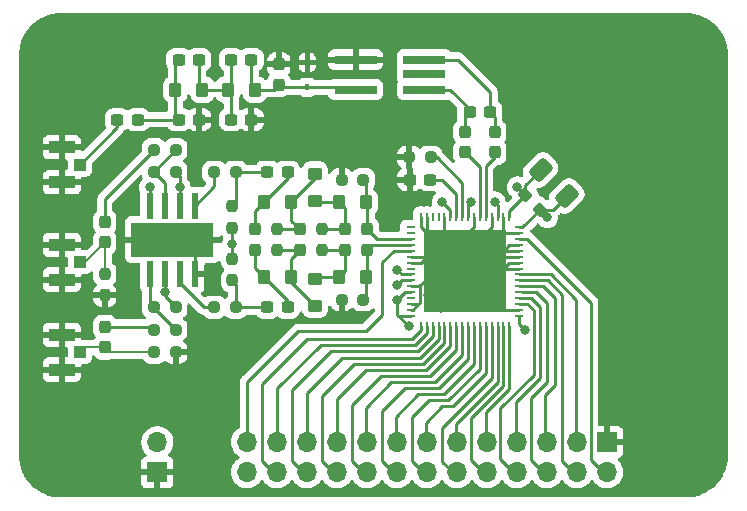
<source format=gbr>
%TF.GenerationSoftware,KiCad,Pcbnew,(5.99.0-12374-g2479e1d7b1)*%
%TF.CreationDate,2021-11-09T23:09:32+03:00*%
%TF.ProjectId,Brass,42726173-732e-46b6-9963-61645f706362,rev?*%
%TF.SameCoordinates,Original*%
%TF.FileFunction,Copper,L1,Top*%
%TF.FilePolarity,Positive*%
%FSLAX46Y46*%
G04 Gerber Fmt 4.6, Leading zero omitted, Abs format (unit mm)*
G04 Created by KiCad (PCBNEW (5.99.0-12374-g2479e1d7b1)) date 2021-11-09 23:09:32*
%MOMM*%
%LPD*%
G01*
G04 APERTURE LIST*
G04 Aperture macros list*
%AMRoundRect*
0 Rectangle with rounded corners*
0 $1 Rounding radius*
0 $2 $3 $4 $5 $6 $7 $8 $9 X,Y pos of 4 corners*
0 Add a 4 corners polygon primitive as box body*
4,1,4,$2,$3,$4,$5,$6,$7,$8,$9,$2,$3,0*
0 Add four circle primitives for the rounded corners*
1,1,$1+$1,$2,$3*
1,1,$1+$1,$4,$5*
1,1,$1+$1,$6,$7*
1,1,$1+$1,$8,$9*
0 Add four rect primitives between the rounded corners*
20,1,$1+$1,$2,$3,$4,$5,0*
20,1,$1+$1,$4,$5,$6,$7,0*
20,1,$1+$1,$6,$7,$8,$9,0*
20,1,$1+$1,$8,$9,$2,$3,0*%
G04 Aperture macros list end*
%TA.AperFunction,SMDPad,CuDef*%
%ADD10R,3.600000X0.760000*%
%TD*%
%TA.AperFunction,SMDPad,CuDef*%
%ADD11R,3.600000X0.680000*%
%TD*%
%TA.AperFunction,SMDPad,CuDef*%
%ADD12R,3.600000X0.750000*%
%TD*%
%TA.AperFunction,SMDPad,CuDef*%
%ADD13R,0.250000X0.800000*%
%TD*%
%TA.AperFunction,SMDPad,CuDef*%
%ADD14R,0.800000X0.250000*%
%TD*%
%TA.AperFunction,ComponentPad*%
%ADD15C,0.500000*%
%TD*%
%TA.AperFunction,ComponentPad*%
%ADD16C,3.000000*%
%TD*%
%TA.AperFunction,SMDPad,CuDef*%
%ADD17R,2.500000X2.500000*%
%TD*%
%TA.AperFunction,SMDPad,CuDef*%
%ADD18R,7.000000X7.000000*%
%TD*%
%TA.AperFunction,ComponentPad*%
%ADD19R,1.700000X1.700000*%
%TD*%
%TA.AperFunction,ComponentPad*%
%ADD20O,1.700000X1.700000*%
%TD*%
%TA.AperFunction,SMDPad,CuDef*%
%ADD21RoundRect,0.237500X0.237500X-0.300000X0.237500X0.300000X-0.237500X0.300000X-0.237500X-0.300000X0*%
%TD*%
%TA.AperFunction,SMDPad,CuDef*%
%ADD22RoundRect,0.237500X-0.300000X-0.237500X0.300000X-0.237500X0.300000X0.237500X-0.300000X0.237500X0*%
%TD*%
%TA.AperFunction,SMDPad,CuDef*%
%ADD23RoundRect,0.250000X0.275000X0.350000X-0.275000X0.350000X-0.275000X-0.350000X0.275000X-0.350000X0*%
%TD*%
%TA.AperFunction,SMDPad,CuDef*%
%ADD24RoundRect,0.237500X-0.250000X-0.237500X0.250000X-0.237500X0.250000X0.237500X-0.250000X0.237500X0*%
%TD*%
%TA.AperFunction,SMDPad,CuDef*%
%ADD25RoundRect,0.237500X0.300000X0.237500X-0.300000X0.237500X-0.300000X-0.237500X0.300000X-0.237500X0*%
%TD*%
%TA.AperFunction,ComponentPad*%
%ADD26C,5.600000*%
%TD*%
%TA.AperFunction,SMDPad,CuDef*%
%ADD27R,1.050000X1.000000*%
%TD*%
%TA.AperFunction,SMDPad,CuDef*%
%ADD28R,2.200000X1.050000*%
%TD*%
%TA.AperFunction,SMDPad,CuDef*%
%ADD29R,0.450000X0.600000*%
%TD*%
%TA.AperFunction,SMDPad,CuDef*%
%ADD30RoundRect,0.250000X0.350000X-0.275000X0.350000X0.275000X-0.350000X0.275000X-0.350000X-0.275000X0*%
%TD*%
%TA.AperFunction,SMDPad,CuDef*%
%ADD31R,0.600000X2.200000*%
%TD*%
%TA.AperFunction,ComponentPad*%
%ADD32C,1.700000*%
%TD*%
%TA.AperFunction,SMDPad,CuDef*%
%ADD33R,7.000000X2.940000*%
%TD*%
%TA.AperFunction,SMDPad,CuDef*%
%ADD34RoundRect,0.237500X-0.237500X0.300000X-0.237500X-0.300000X0.237500X-0.300000X0.237500X0.300000X0*%
%TD*%
%TA.AperFunction,SMDPad,CuDef*%
%ADD35RoundRect,0.250000X-0.751301X-0.167938X-0.167938X-0.751301X0.751301X0.167938X0.167938X0.751301X0*%
%TD*%
%TA.AperFunction,SMDPad,CuDef*%
%ADD36RoundRect,0.237500X-0.237500X0.250000X-0.237500X-0.250000X0.237500X-0.250000X0.237500X0.250000X0*%
%TD*%
%TA.AperFunction,SMDPad,CuDef*%
%ADD37RoundRect,0.237500X0.250000X0.237500X-0.250000X0.237500X-0.250000X-0.237500X0.250000X-0.237500X0*%
%TD*%
%TA.AperFunction,SMDPad,CuDef*%
%ADD38RoundRect,0.237500X-0.380070X0.044194X0.044194X-0.380070X0.380070X-0.044194X-0.044194X0.380070X0*%
%TD*%
%TA.AperFunction,SMDPad,CuDef*%
%ADD39RoundRect,0.250000X-0.350000X0.275000X-0.350000X-0.275000X0.350000X-0.275000X0.350000X0.275000X0*%
%TD*%
%TA.AperFunction,ViaPad*%
%ADD40C,0.800000*%
%TD*%
%TA.AperFunction,Conductor*%
%ADD41C,0.250000*%
%TD*%
%TA.AperFunction,Conductor*%
%ADD42C,0.200000*%
%TD*%
G04 APERTURE END LIST*
D10*
%TO.P,T1,1,PR1*%
%TO.N,Net-(C24-Pad2)*%
X98785000Y-51430000D03*
D11*
%TO.P,T1,2,PM*%
%TO.N,unconnected-(T1-Pad2)*%
X98785000Y-52665000D03*
D10*
%TO.P,T1,3,PR2*%
%TO.N,Net-(C2-Pad2)*%
X98785000Y-53975000D03*
%TO.P,T1,4,S1*%
%TO.N,Net-(C33-Pad1)*%
X92985000Y-53975000D03*
D12*
%TO.P,T1,5,S2*%
%TO.N,GND*%
X92985000Y-51430000D03*
%TD*%
D13*
%TO.P,U1,1,Tx[5]*%
%TO.N,/ADIO11*%
X98505000Y-73970000D03*
%TO.P,U1,2,Tx[4]*%
%TO.N,/ADIO10*%
X99005000Y-73970000D03*
%TO.P,U1,3,Tx[3]*%
%TO.N,/ADIO9*%
X99505000Y-73970000D03*
%TO.P,U1,4,Tx[2]*%
%TO.N,/ADIO8*%
X100005000Y-73970000D03*
%TO.P,U1,5,Tx[1]*%
%TO.N,/ADIO7*%
X100505000Y-73970000D03*
%TO.P,U1,6,Tx[0]*%
%TO.N,/ADIO6*%
X101005000Y-73970000D03*
%TO.P,U1,7,Rx[5]*%
%TO.N,/ADIO5*%
X101505000Y-73970000D03*
%TO.P,U1,8,Rx[4]*%
%TO.N,/ADIO4*%
X102005000Y-73970000D03*
%TO.P,U1,9,Rx[3]*%
%TO.N,/ADIO3*%
X102505000Y-73970000D03*
%TO.P,U1,10,Rx[2]*%
%TO.N,/ADIO2*%
X103005000Y-73970000D03*
%TO.P,U1,11,Rx[1]*%
%TO.N,/ADIO1*%
X103505000Y-73970000D03*
%TO.P,U1,12,Rx[0]*%
%TO.N,/ADIO0*%
X104005000Y-73970000D03*
%TO.P,U1,13,RXSYNC*%
%TO.N,/RXEN*%
X104505000Y-73970000D03*
%TO.P,U1,14,TXSYNC*%
%TO.N,/TXEN*%
X105005000Y-73970000D03*
%TO.P,U1,15,TXQUIET\u002A*%
%TO.N,/TXCLK*%
X105505000Y-73970000D03*
%TO.P,U1,16,RXCLK*%
%TO.N,/RXCLK*%
X106005000Y-73970000D03*
D14*
%TO.P,U1,17,DRVDD*%
%TO.N,Net-(C12-Pad1)*%
X106855000Y-73120000D03*
%TO.P,U1,18,DRVSS_1*%
%TO.N,GND*%
X106855000Y-72620000D03*
%TO.P,U1,19,CLKOUT1*%
%TO.N,/CLKOUT*%
X106855000Y-72120000D03*
%TO.P,U1,20,SDIO*%
%TO.N,/SDIO*%
X106855000Y-71620000D03*
%TO.P,U1,21,SDO*%
%TO.N,/SDO*%
X106855000Y-71120000D03*
%TO.P,U1,22,SCLK*%
%TO.N,/SCLK*%
X106855000Y-70620000D03*
%TO.P,U1,23,SEN\u002A*%
%TO.N,/SEN*%
X106855000Y-70120000D03*
%TO.P,U1,24,PGA[5]*%
%TO.N,/PGA*%
X106855000Y-69620000D03*
%TO.P,U1,25,PGA[4]*%
%TO.N,GND*%
X106855000Y-69120000D03*
%TO.P,U1,26,PGA[3]*%
X106855000Y-68620000D03*
%TO.P,U1,27,PGA[2]*%
X106855000Y-68120000D03*
%TO.P,U1,28,PGA[1]*%
X106855000Y-67620000D03*
%TO.P,U1,29,PGA[0]*%
X106855000Y-67120000D03*
%TO.P,U1,30,RESET\u002A*%
%TO.N,/RESET*%
X106855000Y-66620000D03*
%TO.P,U1,31,AVSS_3*%
%TO.N,GND*%
X106855000Y-66120000D03*
%TO.P,U1,32,REFB*%
%TO.N,Net-(C1-Pad2)*%
X106855000Y-65620000D03*
D13*
%TO.P,U1,33,REFT*%
%TO.N,Net-(C1-Pad1)*%
X106005000Y-64770000D03*
%TO.P,U1,34,AVSS_2*%
%TO.N,GND*%
X105505000Y-64770000D03*
%TO.P,U1,35,AVDD_2*%
%TO.N,Net-(C14-Pad1)*%
X105005000Y-64770000D03*
%TO.P,U1,36,AVSS_1*%
%TO.N,GND*%
X104505000Y-64770000D03*
%TO.P,U1,37,RX-*%
%TO.N,Net-(C3-Pad1)*%
X104005000Y-64770000D03*
%TO.P,U1,38,RX+*%
%TO.N,Net-(C2-Pad1)*%
X103505000Y-64770000D03*
%TO.P,U1,39,AVSS*%
%TO.N,GND*%
X103005000Y-64770000D03*
%TO.P,U1,40,AVDD_1*%
%TO.N,Net-(C14-Pad1)*%
X102505000Y-64770000D03*
%TO.P,U1,41,REFADJ*%
%TO.N,Net-(R1-Pad2)*%
X102005000Y-64770000D03*
%TO.P,U1,42,REFIO*%
%TO.N,Net-(C4-Pad1)*%
X101505000Y-64770000D03*
%TO.P,U1,43,AVDD*%
%TO.N,Net-(C10-Pad1)*%
X101005000Y-64770000D03*
%TO.P,U1,44,AVSS_6*%
%TO.N,GND*%
X100505000Y-64770000D03*
%TO.P,U1,45,IOUT_G-*%
%TO.N,unconnected-(U1-Pad45)*%
X100005000Y-64770000D03*
%TO.P,U1,46,IOUT_N-*%
%TO.N,unconnected-(U1-Pad46)*%
X99505000Y-64770000D03*
%TO.P,U1,47,AVSS_5*%
%TO.N,GND*%
X99005000Y-64770000D03*
%TO.P,U1,48,AVSS_4*%
X98505000Y-64770000D03*
D14*
%TO.P,U1,49,IOUT_G+*%
%TO.N,unconnected-(U1-Pad49)*%
X97655000Y-65620000D03*
%TO.P,U1,50,IOUT_N+*%
%TO.N,unconnected-(U1-Pad50)*%
X97655000Y-66120000D03*
%TO.P,U1,51,IOUT_P-*%
%TO.N,Net-(C29-Pad2)*%
X97655000Y-66620000D03*
%TO.P,U1,52,IOUT_P+*%
%TO.N,Net-(C29-Pad1)*%
X97655000Y-67120000D03*
%TO.P,U1,53,MODE*%
%TO.N,/MODE*%
X97655000Y-67620000D03*
%TO.P,U1,54,CONFIG*%
%TO.N,GND*%
X97655000Y-68120000D03*
%TO.P,U1,55,CLKVSS*%
X97655000Y-68620000D03*
%TO.P,U1,56,XTAL*%
%TO.N,unconnected-(U1-Pad56)*%
X97655000Y-69120000D03*
%TO.P,U1,57,OSCIN*%
%TO.N,/RF Frontend/REFCLK*%
X97655000Y-69620000D03*
%TO.P,U1,58,CLKVDD*%
%TO.N,Net-(C11-Pad1)*%
X97655000Y-70120000D03*
%TO.P,U1,59,DVSS*%
%TO.N,GND*%
X97655000Y-70620000D03*
%TO.P,U1,60,DVDD*%
%TO.N,Net-(C12-Pad1)*%
X97655000Y-71120000D03*
%TO.P,U1,61,CLKOUT2*%
%TO.N,unconnected-(U1-Pad61)*%
X97655000Y-71620000D03*
%TO.P,U1,62,PWR_DWN*%
%TO.N,GND*%
X97655000Y-72120000D03*
%TO.P,U1,63,DRVSS*%
X97655000Y-72620000D03*
%TO.P,U1,64,DRVDD_1*%
%TO.N,Net-(C12-Pad1)*%
X97655000Y-73120000D03*
D15*
%TO.P,U1,65,EP*%
%TO.N,GND*%
X99255000Y-66370000D03*
X105255000Y-67870000D03*
X103755000Y-67870000D03*
X100755000Y-69370000D03*
X105255000Y-72370000D03*
X103755000Y-66370000D03*
X102255000Y-70870000D03*
X99255000Y-67870000D03*
X99255000Y-69370000D03*
X105255000Y-66370000D03*
X102255000Y-66370000D03*
D16*
X100255000Y-71370000D03*
D15*
X103755000Y-69370000D03*
D17*
X104005000Y-71120000D03*
D18*
X102255000Y-69370000D03*
D15*
X100755000Y-66370000D03*
X103755000Y-70870000D03*
D17*
X100505000Y-71120000D03*
X104005000Y-67620000D03*
D15*
X102255000Y-67870000D03*
D17*
X100505000Y-67620000D03*
D15*
X103755000Y-72370000D03*
X102255000Y-72370000D03*
X100755000Y-67870000D03*
X105255000Y-69370000D03*
X105255000Y-70870000D03*
X102255000Y-69370000D03*
%TD*%
D19*
%TO.P,J2,1,Pin_1*%
%TO.N,GND*%
X76200000Y-86365000D03*
D20*
%TO.P,J2,2,Pin_2*%
%TO.N,VPP*%
X76200000Y-83825000D03*
%TD*%
D19*
%TO.P,J1,1,Pin_1*%
%TO.N,GND*%
X114285000Y-83815000D03*
D20*
%TO.P,J1,2,Pin_2*%
%TO.N,/RESET*%
X114285000Y-86355000D03*
%TO.P,J1,3,Pin_3*%
%TO.N,/PGA*%
X111745000Y-83815000D03*
%TO.P,J1,4,Pin_4*%
%TO.N,/SEN*%
X111745000Y-86355000D03*
%TO.P,J1,5,Pin_5*%
%TO.N,/SCLK*%
X109205000Y-83815000D03*
%TO.P,J1,6,Pin_6*%
%TO.N,/SDO*%
X109205000Y-86355000D03*
%TO.P,J1,7,Pin_7*%
%TO.N,/SDIO*%
X106665000Y-83815000D03*
%TO.P,J1,8,Pin_8*%
%TO.N,/CLKOUT*%
X106665000Y-86355000D03*
%TO.P,J1,9,Pin_9*%
%TO.N,/RXCLK*%
X104125000Y-83815000D03*
%TO.P,J1,10,Pin_10*%
%TO.N,/TXCLK*%
X104125000Y-86355000D03*
%TO.P,J1,11,Pin_11*%
%TO.N,/TXEN*%
X101585000Y-83815000D03*
%TO.P,J1,12,Pin_12*%
%TO.N,/RXEN*%
X101585000Y-86355000D03*
%TO.P,J1,13,Pin_13*%
%TO.N,/ADIO0*%
X99045000Y-83815000D03*
%TO.P,J1,14,Pin_14*%
%TO.N,/ADIO1*%
X99045000Y-86355000D03*
%TO.P,J1,15,Pin_15*%
%TO.N,/ADIO2*%
X96505000Y-83815000D03*
%TO.P,J1,16,Pin_16*%
%TO.N,/ADIO3*%
X96505000Y-86355000D03*
%TO.P,J1,17,Pin_17*%
%TO.N,/ADIO4*%
X93965000Y-83815000D03*
%TO.P,J1,18,Pin_18*%
%TO.N,/ADIO5*%
X93965000Y-86355000D03*
%TO.P,J1,19,Pin_19*%
%TO.N,/ADIO6*%
X91425000Y-83815000D03*
%TO.P,J1,20,Pin_20*%
%TO.N,/ADIO7*%
X91425000Y-86355000D03*
%TO.P,J1,21,Pin_21*%
%TO.N,/ADIO8*%
X88885000Y-83815000D03*
%TO.P,J1,22,Pin_22*%
%TO.N,/ADIO9*%
X88885000Y-86355000D03*
%TO.P,J1,23,Pin_23*%
%TO.N,/ADIO10*%
X86345000Y-83815000D03*
%TO.P,J1,24,Pin_24*%
%TO.N,/ADIO11*%
X86345000Y-86355000D03*
%TO.P,J1,25,Pin_25*%
%TO.N,/MODE*%
X83805000Y-83815000D03*
%TO.P,J1,26,Pin_26*%
%TO.N,+3V3*%
X83805000Y-86355000D03*
%TD*%
D21*
%TO.P,C2,1*%
%TO.N,Net-(C2-Pad1)*%
X102235000Y-59282500D03*
%TO.P,C2,2*%
%TO.N,Net-(C2-Pad2)*%
X102235000Y-57557500D03*
%TD*%
D22*
%TO.P,C40,1*%
%TO.N,Net-(C39-Pad2)*%
X77997500Y-56515000D03*
%TO.P,C40,2*%
%TO.N,GND*%
X79722500Y-56515000D03*
%TD*%
D23*
%TO.P,L7,1*%
%TO.N,Net-(C33-Pad1)*%
X84455000Y-53975000D03*
%TO.P,L7,2*%
%TO.N,Net-(C37-Pad2)*%
X82155000Y-53975000D03*
%TD*%
D24*
%TO.P,R16,1*%
%TO.N,Net-(C46-Pad1)*%
X75922500Y-59055000D03*
%TO.P,R16,2*%
%TO.N,Net-(R14-Pad1)*%
X77747500Y-59055000D03*
%TD*%
%TO.P,R3,1*%
%TO.N,GND*%
X91797500Y-61595000D03*
%TO.P,R3,2*%
%TO.N,Net-(C29-Pad2)*%
X93622500Y-61595000D03*
%TD*%
D25*
%TO.P,C4,1*%
%TO.N,Net-(C4-Pad1)*%
X99287500Y-61595000D03*
%TO.P,C4,2*%
%TO.N,GND*%
X97562500Y-61595000D03*
%TD*%
%TO.P,C34,1*%
%TO.N,Net-(C32-Pad1)*%
X87222500Y-72390000D03*
%TO.P,C34,2*%
%TO.N,Net-(C34-Pad2)*%
X85497500Y-72390000D03*
%TD*%
D23*
%TO.P,L6,1*%
%TO.N,Net-(C31-Pad2)*%
X87510000Y-63500000D03*
%TO.P,L6,2*%
%TO.N,Net-(C32-Pad2)*%
X85210000Y-63500000D03*
%TD*%
D26*
%TO.P,H3,1,1*%
%TO.N,GND*%
X121000000Y-85000000D03*
%TD*%
D23*
%TO.P,L8,1*%
%TO.N,Net-(C37-Pad2)*%
X80010000Y-53975000D03*
%TO.P,L8,2*%
%TO.N,Net-(C39-Pad2)*%
X77710000Y-53975000D03*
%TD*%
D21*
%TO.P,C29,1*%
%TO.N,Net-(C29-Pad1)*%
X93980000Y-67537500D03*
%TO.P,C29,2*%
%TO.N,Net-(C29-Pad2)*%
X93980000Y-65812500D03*
%TD*%
D26*
%TO.P,H4,1,1*%
%TO.N,GND*%
X68000000Y-85000000D03*
%TD*%
D27*
%TO.P,J5,1,In*%
%TO.N,/RF Frontend/RX*%
X69630000Y-60325000D03*
D28*
%TO.P,J5,2,Ext*%
%TO.N,GND*%
X68105000Y-58850000D03*
X68105000Y-61800000D03*
%TD*%
D24*
%TO.P,R2,1*%
%TO.N,GND*%
X91797500Y-71755000D03*
%TO.P,R2,2*%
%TO.N,Net-(C29-Pad1)*%
X93622500Y-71755000D03*
%TD*%
D23*
%TO.P,L1,1*%
%TO.N,Net-(C29-Pad1)*%
X93860000Y-69850000D03*
%TO.P,L1,2*%
%TO.N,Net-(C30-Pad1)*%
X91560000Y-69850000D03*
%TD*%
D26*
%TO.P,H2,1,1*%
%TO.N,GND*%
X121000000Y-51000000D03*
%TD*%
D24*
%TO.P,R1,1*%
%TO.N,GND*%
X97512500Y-59690000D03*
%TO.P,R1,2*%
%TO.N,Net-(R1-Pad2)*%
X99337500Y-59690000D03*
%TD*%
D21*
%TO.P,C3,1*%
%TO.N,Net-(C3-Pad1)*%
X104775000Y-59282500D03*
%TO.P,C3,2*%
%TO.N,Net-(C24-Pad2)*%
X104775000Y-57557500D03*
%TD*%
D29*
%TO.P,D1,1,A*%
%TO.N,Net-(C33-Pad1)*%
X88900000Y-53755000D03*
%TO.P,D1,2,K*%
%TO.N,GND*%
X88900000Y-51655000D03*
%TD*%
D27*
%TO.P,J4,1,In*%
%TO.N,/RF Frontend/TX_N*%
X69630000Y-68580000D03*
D28*
%TO.P,J4,2,Ext*%
%TO.N,GND*%
X68105000Y-67105000D03*
X68105000Y-70055000D03*
%TD*%
D30*
%TO.P,L4,1*%
%TO.N,Net-(C30-Pad2)*%
X89535000Y-63380000D03*
%TO.P,L4,2*%
%TO.N,Net-(C31-Pad2)*%
X89535000Y-61080000D03*
%TD*%
D23*
%TO.P,L5,1*%
%TO.N,Net-(C31-Pad1)*%
X87510000Y-69850000D03*
%TO.P,L5,2*%
%TO.N,Net-(C32-Pad1)*%
X85210000Y-69850000D03*
%TD*%
D31*
%TO.P,U2,1*%
%TO.N,Net-(R13-Pad1)*%
X75565000Y-69550000D03*
%TO.P,U2,2,-*%
%TO.N,Net-(R11-Pad1)*%
X76835000Y-69550000D03*
%TO.P,U2,3,+*%
%TO.N,Net-(R10-Pad1)*%
X78105000Y-69550000D03*
D15*
%TO.P,U2,4,V-*%
%TO.N,GND*%
X78970000Y-67425000D03*
D32*
X75665000Y-67300000D03*
D31*
X79375000Y-69550000D03*
D15*
X77470000Y-67425000D03*
X78970000Y-65925000D03*
X75970000Y-65925000D03*
X77470000Y-65925000D03*
D33*
X77470000Y-66675000D03*
D31*
%TO.P,U2,5,+*%
%TO.N,Net-(R12-Pad1)*%
X79375000Y-63800000D03*
%TO.P,U2,6,-*%
%TO.N,Net-(C41-Pad2)*%
X78105000Y-63800000D03*
%TO.P,U2,7*%
%TO.N,Net-(R14-Pad1)*%
X76835000Y-63800000D03*
%TO.P,U2,8,V+*%
%TO.N,VPP*%
X75565000Y-63800000D03*
%TD*%
D26*
%TO.P,H1,1,1*%
%TO.N,GND*%
X68000000Y-51000000D03*
%TD*%
D22*
%TO.P,C38,1*%
%TO.N,Net-(C37-Pad2)*%
X82442500Y-56515000D03*
%TO.P,C38,2*%
%TO.N,GND*%
X84167500Y-56515000D03*
%TD*%
D25*
%TO.P,C37,1*%
%TO.N,Net-(C33-Pad1)*%
X84167500Y-51435000D03*
%TO.P,C37,2*%
%TO.N,Net-(C37-Pad2)*%
X82442500Y-51435000D03*
%TD*%
D21*
%TO.P,C33,1*%
%TO.N,Net-(C33-Pad1)*%
X86480000Y-53567500D03*
%TO.P,C33,2*%
%TO.N,GND*%
X86480000Y-51842500D03*
%TD*%
D24*
%TO.P,R13,1*%
%TO.N,Net-(R13-Pad1)*%
X75922500Y-72390000D03*
%TO.P,R13,2*%
%TO.N,Net-(R11-Pad1)*%
X77747500Y-72390000D03*
%TD*%
D22*
%TO.P,C24,1*%
%TO.N,Net-(C2-Pad2)*%
X102642500Y-55880000D03*
%TO.P,C24,2*%
%TO.N,Net-(C24-Pad2)*%
X104367500Y-55880000D03*
%TD*%
D24*
%TO.P,R14,1*%
%TO.N,Net-(R14-Pad1)*%
X75922500Y-60960000D03*
%TO.P,R14,2*%
%TO.N,Net-(C41-Pad2)*%
X77747500Y-60960000D03*
%TD*%
D25*
%TO.P,C43,1*%
%TO.N,Net-(C39-Pad2)*%
X74522500Y-56515000D03*
%TO.P,C43,2*%
%TO.N,/RF Frontend/RX*%
X72797500Y-56515000D03*
%TD*%
D34*
%TO.P,C45,1*%
%TO.N,Net-(C45-Pad1)*%
X71755000Y-74067500D03*
%TO.P,C45,2*%
%TO.N,/RF Frontend/TX_P*%
X71755000Y-75792500D03*
%TD*%
D35*
%TO.P,C1,1*%
%TO.N,Net-(C1-Pad1)*%
X108648266Y-60769266D03*
%TO.P,C1,2*%
%TO.N,Net-(C1-Pad2)*%
X110857974Y-62978974D03*
%TD*%
D25*
%TO.P,C36,1*%
%TO.N,Net-(C32-Pad2)*%
X87222500Y-60960000D03*
%TO.P,C36,2*%
%TO.N,Net-(C36-Pad2)*%
X85497500Y-60960000D03*
%TD*%
D36*
%TO.P,R9,1*%
%TO.N,Net-(C36-Pad2)*%
X82550000Y-63857500D03*
%TO.P,R9,2*%
%TO.N,Net-(C35-Pad1)*%
X82550000Y-65682500D03*
%TD*%
D23*
%TO.P,L2,1*%
%TO.N,Net-(C29-Pad2)*%
X93860000Y-63500000D03*
%TO.P,L2,2*%
%TO.N,Net-(C30-Pad2)*%
X91560000Y-63500000D03*
%TD*%
D36*
%TO.P,R5,1*%
%TO.N,Net-(C31-Pad2)*%
X86360000Y-65762500D03*
%TO.P,R5,2*%
%TO.N,Net-(C31-Pad1)*%
X86360000Y-67587500D03*
%TD*%
D21*
%TO.P,C31,1*%
%TO.N,Net-(C31-Pad1)*%
X88265000Y-67537500D03*
%TO.P,C31,2*%
%TO.N,Net-(C31-Pad2)*%
X88265000Y-65812500D03*
%TD*%
D36*
%TO.P,R18,1*%
%TO.N,/RF Frontend/TX_N*%
X71755000Y-69572500D03*
%TO.P,R18,2*%
%TO.N,GND*%
X71755000Y-71397500D03*
%TD*%
D21*
%TO.P,C32,1*%
%TO.N,Net-(C32-Pad1)*%
X84455000Y-67537500D03*
%TO.P,C32,2*%
%TO.N,Net-(C32-Pad2)*%
X84455000Y-65812500D03*
%TD*%
D37*
%TO.P,R17,1*%
%TO.N,GND*%
X77747500Y-76200000D03*
%TO.P,R17,2*%
%TO.N,/RF Frontend/TX_P*%
X75922500Y-76200000D03*
%TD*%
D24*
%TO.P,R15,1*%
%TO.N,Net-(C45-Pad1)*%
X75922500Y-74295000D03*
%TO.P,R15,2*%
%TO.N,Net-(R13-Pad1)*%
X77747500Y-74295000D03*
%TD*%
D36*
%TO.P,R8,1*%
%TO.N,Net-(C35-Pad1)*%
X82550000Y-68302500D03*
%TO.P,R8,2*%
%TO.N,Net-(C34-Pad2)*%
X82550000Y-70127500D03*
%TD*%
D38*
%TO.P,C13,1*%
%TO.N,Net-(C1-Pad1)*%
X107365240Y-62915240D03*
%TO.P,C13,2*%
%TO.N,Net-(C1-Pad2)*%
X108585000Y-64135000D03*
%TD*%
D21*
%TO.P,C30,1*%
%TO.N,Net-(C30-Pad1)*%
X92075000Y-67537500D03*
%TO.P,C30,2*%
%TO.N,Net-(C30-Pad2)*%
X92075000Y-65812500D03*
%TD*%
D34*
%TO.P,C46,1*%
%TO.N,Net-(C46-Pad1)*%
X71755000Y-65177500D03*
%TO.P,C46,2*%
%TO.N,/RF Frontend/TX_N*%
X71755000Y-66902500D03*
%TD*%
D24*
%TO.P,R12,1*%
%TO.N,Net-(R12-Pad1)*%
X81002500Y-60960000D03*
%TO.P,R12,2*%
%TO.N,Net-(C36-Pad2)*%
X82827500Y-60960000D03*
%TD*%
D25*
%TO.P,C39,1*%
%TO.N,Net-(C37-Pad2)*%
X79722500Y-51435000D03*
%TO.P,C39,2*%
%TO.N,Net-(C39-Pad2)*%
X77997500Y-51435000D03*
%TD*%
D36*
%TO.P,R4,1*%
%TO.N,Net-(C30-Pad2)*%
X90170000Y-65762500D03*
%TO.P,R4,2*%
%TO.N,Net-(C30-Pad1)*%
X90170000Y-67587500D03*
%TD*%
D27*
%TO.P,J3,1,In*%
%TO.N,/RF Frontend/TX_P*%
X69630000Y-76200000D03*
D28*
%TO.P,J3,2,Ext*%
%TO.N,GND*%
X68105000Y-74725000D03*
X68105000Y-77675000D03*
%TD*%
D39*
%TO.P,L3,1*%
%TO.N,Net-(C30-Pad1)*%
X89535000Y-69970000D03*
%TO.P,L3,2*%
%TO.N,Net-(C31-Pad1)*%
X89535000Y-72270000D03*
%TD*%
D24*
%TO.P,R10,1*%
%TO.N,Net-(R10-Pad1)*%
X81002500Y-72390000D03*
%TO.P,R10,2*%
%TO.N,Net-(C34-Pad2)*%
X82827500Y-72390000D03*
%TD*%
D40*
%TO.N,Net-(C1-Pad1)*%
X106680000Y-62230000D03*
%TO.N,Net-(C1-Pad2)*%
X109220000Y-64770000D03*
%TO.N,VPP*%
X75565000Y-62230000D03*
%TO.N,/RF Frontend/REFCLK*%
X96520000Y-69215000D03*
%TO.N,Net-(C14-Pad1)*%
X102780500Y-63500000D03*
X104775000Y-63500000D03*
%TO.N,Net-(C10-Pad1)*%
X100330000Y-63500000D03*
%TO.N,Net-(C11-Pad1)*%
X96520000Y-70485000D03*
%TO.N,Net-(C12-Pad1)*%
X96520000Y-71755000D03*
X107315000Y-74295000D03*
X97467950Y-73982452D03*
%TO.N,Net-(C35-Pad1)*%
X82550000Y-67056000D03*
%TO.N,Net-(C41-Pad2)*%
X78105000Y-62230000D03*
%TO.N,Net-(R11-Pad1)*%
X76835000Y-71120000D03*
%TD*%
D41*
%TO.N,Net-(C1-Pad2)*%
X109220000Y-64770000D02*
X108585000Y-64135000D01*
%TO.N,Net-(C1-Pad1)*%
X106680000Y-62230000D02*
X107365240Y-62915240D01*
%TO.N,Net-(R1-Pad2)*%
X102005000Y-64770000D02*
X102005000Y-61861250D01*
X102005000Y-61861250D02*
X99833750Y-59690000D01*
X99833750Y-59690000D02*
X99337500Y-59690000D01*
%TO.N,Net-(C4-Pad1)*%
X101505000Y-64770000D02*
X101505000Y-62770000D01*
X101505000Y-62770000D02*
X100330000Y-61595000D01*
X100330000Y-61595000D02*
X99695000Y-61595000D01*
%TO.N,Net-(C24-Pad2)*%
X104367500Y-55880000D02*
X104367500Y-54168750D01*
X104367500Y-54168750D02*
X101628750Y-51430000D01*
X101628750Y-51430000D02*
X98785000Y-51430000D01*
%TO.N,Net-(C2-Pad2)*%
X102642500Y-55652500D02*
X100965000Y-53975000D01*
X102642500Y-55880000D02*
X102642500Y-55652500D01*
X100965000Y-53975000D02*
X98785000Y-53975000D01*
%TO.N,Net-(C33-Pad1)*%
X88900000Y-53755000D02*
X92765000Y-53755000D01*
X92765000Y-53755000D02*
X92985000Y-53975000D01*
%TO.N,Net-(C39-Pad2)*%
X74522500Y-56515000D02*
X77997500Y-56515000D01*
%TO.N,/RF Frontend/RX*%
X69630000Y-60325000D02*
X72797500Y-57157500D01*
X72797500Y-57157500D02*
X72797500Y-56515000D01*
%TO.N,Net-(C2-Pad2)*%
X102235000Y-57557500D02*
X102235000Y-56287500D01*
X102235000Y-56287500D02*
X102642500Y-55880000D01*
%TO.N,Net-(C24-Pad2)*%
X104775000Y-57557500D02*
X104775000Y-56287500D01*
X104775000Y-56287500D02*
X104367500Y-55880000D01*
%TO.N,Net-(C1-Pad2)*%
X106855000Y-65620000D02*
X107100000Y-65620000D01*
X107100000Y-65620000D02*
X108585000Y-64135000D01*
%TO.N,Net-(C1-Pad1)*%
X106005000Y-64770000D02*
X106005000Y-64275480D01*
X106005000Y-64275480D02*
X107365240Y-62915240D01*
%TO.N,Net-(C14-Pad1)*%
X105005000Y-63730000D02*
X105005000Y-64770000D01*
X104775000Y-63500000D02*
X105005000Y-63730000D01*
%TO.N,Net-(C3-Pad1)*%
X104005000Y-64770000D02*
X104005000Y-60460000D01*
X104005000Y-60460000D02*
X104775000Y-59690000D01*
X104775000Y-59690000D02*
X104775000Y-59282500D01*
%TO.N,Net-(C2-Pad1)*%
X103505000Y-64770000D02*
X103505000Y-60552500D01*
X103505000Y-60552500D02*
X102235000Y-59282500D01*
%TO.N,GND*%
X104505000Y-64770000D02*
X104505000Y-65620000D01*
X105505000Y-68120000D02*
X105255000Y-67870000D01*
X79375000Y-69550000D02*
X79375000Y-67830000D01*
X105505000Y-64770000D02*
X105505000Y-66120000D01*
X97655000Y-72620000D02*
X97829022Y-72620000D01*
X106005000Y-68620000D02*
X105255000Y-69370000D01*
X106855000Y-68120000D02*
X105505000Y-68120000D01*
X98505000Y-64770000D02*
X98505000Y-65620000D01*
X98358553Y-70620000D02*
X99255000Y-69723553D01*
X106855000Y-67120000D02*
X106005000Y-67120000D01*
X97655000Y-72120000D02*
X98329022Y-72120000D01*
X104505000Y-65620000D02*
X103755000Y-66370000D01*
X99005000Y-68120000D02*
X99255000Y-67870000D01*
X106855000Y-72620000D02*
X105505000Y-72620000D01*
X98505000Y-65620000D02*
X99255000Y-66370000D01*
X99005000Y-66120000D02*
X99255000Y-66370000D01*
X99005000Y-64770000D02*
X99005000Y-66120000D01*
X98329022Y-72120000D02*
X98459277Y-71989745D01*
X105505000Y-69120000D02*
X105255000Y-69370000D01*
X103005000Y-64770000D02*
X103005000Y-65620000D01*
X98505000Y-68620000D02*
X99255000Y-67870000D01*
X97655000Y-68620000D02*
X98505000Y-68620000D01*
X105505000Y-67620000D02*
X105255000Y-67870000D01*
X106855000Y-66120000D02*
X105505000Y-66120000D01*
X106005000Y-67120000D02*
X105255000Y-67870000D01*
X105505000Y-66120000D02*
X105255000Y-66370000D01*
X97829022Y-72620000D02*
X98459277Y-71989745D01*
X100505000Y-66120000D02*
X100755000Y-66370000D01*
X79375000Y-67830000D02*
X78970000Y-67425000D01*
X97655000Y-70620000D02*
X98358553Y-70620000D01*
X99255000Y-69723553D02*
X99255000Y-69370000D01*
X97655000Y-68120000D02*
X99005000Y-68120000D01*
X98459277Y-71989745D02*
X98459277Y-70519277D01*
X106855000Y-68620000D02*
X106005000Y-68620000D01*
X105505000Y-72620000D02*
X105255000Y-72370000D01*
X100505000Y-64770000D02*
X100505000Y-66120000D01*
X106855000Y-67620000D02*
X105505000Y-67620000D01*
X106855000Y-69120000D02*
X105505000Y-69120000D01*
X103005000Y-65620000D02*
X102255000Y-66370000D01*
%TO.N,VPP*%
X75565000Y-62230000D02*
X75565000Y-63800000D01*
D42*
%TO.N,/RF Frontend/TX_P*%
X71755000Y-75792500D02*
X70037500Y-75792500D01*
X70037500Y-75792500D02*
X69630000Y-76200000D01*
X72162500Y-76200000D02*
X71755000Y-75792500D01*
X75922500Y-76200000D02*
X72162500Y-76200000D01*
%TO.N,/RF Frontend/TX_N*%
X70077500Y-68580000D02*
X71755000Y-66902500D01*
X71755000Y-69572500D02*
X71755000Y-66902500D01*
X69630000Y-68580000D02*
X70077500Y-68580000D01*
D41*
%TO.N,/RF Frontend/REFCLK*%
X97655000Y-69620000D02*
X96925000Y-69620000D01*
X96925000Y-69620000D02*
X96520000Y-69215000D01*
%TO.N,/MODE*%
X97655000Y-67620000D02*
X96210000Y-67620000D01*
X95250000Y-73025000D02*
X93853000Y-74422000D01*
X83810000Y-78750000D02*
X83810000Y-83942000D01*
X83810000Y-83942000D02*
X83683000Y-84069000D01*
X93853000Y-74422000D02*
X88138000Y-74422000D01*
X88138000Y-74422000D02*
X83810000Y-78750000D01*
X96210000Y-67620000D02*
X95250000Y-68580000D01*
X95250000Y-68580000D02*
X95250000Y-73025000D01*
%TO.N,/RESET*%
X112903000Y-72001489D02*
X107521511Y-66620000D01*
X107521511Y-66620000D02*
X106855000Y-66620000D01*
X114163000Y-86609000D02*
X112903000Y-85349000D01*
X112903000Y-85349000D02*
X112903000Y-72001489D01*
%TO.N,/SEN*%
X110448489Y-71332489D02*
X109236000Y-70120000D01*
X111623000Y-86609000D02*
X110448489Y-85434489D01*
X109236000Y-70120000D02*
X106855000Y-70120000D01*
X110448489Y-85434489D02*
X110448489Y-71332489D01*
%TO.N,/SCLK*%
X109000000Y-79849000D02*
X109000000Y-83986000D01*
X106855000Y-70620000D02*
X108847000Y-70620000D01*
X109855000Y-71628000D02*
X109855000Y-78994000D01*
X109855000Y-78994000D02*
X109000000Y-79849000D01*
X108847000Y-70620000D02*
X109855000Y-71628000D01*
X109000000Y-83986000D02*
X109083000Y-84069000D01*
%TO.N,/SDO*%
X107823000Y-80093500D02*
X109220000Y-78696500D01*
X109220000Y-72009000D02*
X108280511Y-71069511D01*
X108280511Y-71069511D02*
X107061000Y-71069511D01*
X109083000Y-86609000D02*
X107823000Y-85349000D01*
X107823000Y-85349000D02*
X107823000Y-80093500D01*
X109220000Y-78696500D02*
X109220000Y-72009000D01*
%TO.N,/SDIO*%
X106543000Y-80457000D02*
X108585000Y-78415000D01*
X108585000Y-78415000D02*
X108585000Y-72390000D01*
X107815000Y-71620000D02*
X106855000Y-71620000D01*
X108585000Y-72390000D02*
X107815000Y-71620000D01*
X106543000Y-84069000D02*
X106543000Y-80457000D01*
%TO.N,/CLKOUT*%
X106543000Y-86609000D02*
X105219500Y-85285500D01*
X108077000Y-78105000D02*
X108077000Y-72667978D01*
X105219500Y-80962500D02*
X108077000Y-78105000D01*
X107529022Y-72120000D02*
X106855000Y-72120000D01*
X108077000Y-72667978D02*
X107529022Y-72120000D01*
X105219500Y-85285500D02*
X105219500Y-80962500D01*
%TO.N,/RXCLK*%
X106005000Y-79288000D02*
X104003000Y-81290000D01*
X104003000Y-81290000D02*
X104003000Y-84069000D01*
X106005000Y-73970000D02*
X106005000Y-79288000D01*
%TO.N,/TXCLK*%
X105505000Y-79026000D02*
X102743000Y-81788000D01*
X102743000Y-85349000D02*
X104003000Y-86609000D01*
X102743000Y-81788000D02*
X102743000Y-85349000D01*
X105505000Y-73970000D02*
X105505000Y-79026000D01*
%TO.N,/TXEN*%
X105005000Y-73970000D02*
X105005000Y-78764000D01*
X105005000Y-78764000D02*
X101463000Y-82306000D01*
X101463000Y-82306000D02*
X101463000Y-84069000D01*
%TO.N,/RXEN*%
X100288489Y-85302489D02*
X100330000Y-85344000D01*
X100330000Y-85476000D02*
X101463000Y-86609000D01*
X100288489Y-82591511D02*
X100288489Y-85302489D01*
X104505000Y-78375000D02*
X100288489Y-82591511D01*
X104505000Y-73970000D02*
X104505000Y-78375000D01*
X100330000Y-85344000D02*
X100330000Y-85476000D01*
%TO.N,/ADIO0*%
X100330000Y-80772000D02*
X98923000Y-82179000D01*
X98923000Y-82179000D02*
X98923000Y-84069000D01*
X104005000Y-77986000D02*
X101219000Y-80772000D01*
X101219000Y-80772000D02*
X100330000Y-80772000D01*
X104005000Y-73970000D02*
X104005000Y-77986000D01*
%TO.N,/ADIO1*%
X97748489Y-81702511D02*
X97748489Y-85434489D01*
X100838000Y-80264000D02*
X99187000Y-80264000D01*
X97748489Y-85434489D02*
X98923000Y-86609000D01*
X99187000Y-80264000D02*
X97748489Y-81702511D01*
X103505000Y-73970000D02*
X103505000Y-77597000D01*
X103505000Y-77597000D02*
X100838000Y-80264000D01*
%TO.N,/ADIO2*%
X100457000Y-79756000D02*
X98298000Y-79756000D01*
X103005000Y-77208000D02*
X100457000Y-79756000D01*
X98298000Y-79756000D02*
X96383000Y-81671000D01*
X96383000Y-81671000D02*
X96383000Y-84069000D01*
X103005000Y-73970000D02*
X103005000Y-77208000D01*
%TO.N,/ADIO3*%
X102505000Y-73970000D02*
X102505000Y-76819000D01*
X97155000Y-79248000D02*
X95208489Y-81194511D01*
X102505000Y-76819000D02*
X100076000Y-79248000D01*
X95208489Y-81194511D02*
X95208489Y-85434489D01*
X100076000Y-79248000D02*
X97155000Y-79248000D01*
X95208489Y-85434489D02*
X96383000Y-86609000D01*
%TO.N,/ADIO4*%
X96012000Y-78740000D02*
X93843000Y-80909000D01*
X99695000Y-78740000D02*
X96012000Y-78740000D01*
X102005000Y-76430000D02*
X99695000Y-78740000D01*
X102005000Y-73970000D02*
X102005000Y-76430000D01*
X93843000Y-80909000D02*
X93843000Y-84069000D01*
%TO.N,/ADIO5*%
X92668489Y-85434489D02*
X93843000Y-86609000D01*
X99314000Y-78232000D02*
X95123000Y-78232000D01*
X95123000Y-78232000D02*
X92668489Y-80686511D01*
X101505000Y-73970000D02*
X101505000Y-76041000D01*
X101505000Y-76041000D02*
X99314000Y-78232000D01*
X92668489Y-80686511D02*
X92668489Y-85434489D01*
%TO.N,/ADIO6*%
X101005000Y-73970000D02*
X101005000Y-75652000D01*
X93853000Y-77724000D02*
X91430000Y-80147000D01*
X91430000Y-80147000D02*
X91430000Y-83942000D01*
X91430000Y-83942000D02*
X91303000Y-84069000D01*
X101005000Y-75652000D02*
X98933000Y-77724000D01*
X98933000Y-77724000D02*
X93853000Y-77724000D01*
%TO.N,/ADIO7*%
X98679000Y-77216000D02*
X92837000Y-77216000D01*
X100505000Y-73970000D02*
X100505000Y-75390000D01*
X90128489Y-85434489D02*
X91303000Y-86609000D01*
X92837000Y-77216000D02*
X90128489Y-79924511D01*
X100505000Y-75390000D02*
X98679000Y-77216000D01*
X90128489Y-79924511D02*
X90128489Y-85434489D01*
%TO.N,/ADIO8*%
X100005000Y-73970000D02*
X100005000Y-75128000D01*
X100005000Y-75128000D02*
X98425000Y-76708000D01*
X88890000Y-79639000D02*
X88890000Y-83942000D01*
X88890000Y-83942000D02*
X88763000Y-84069000D01*
X91821000Y-76708000D02*
X88890000Y-79639000D01*
X98425000Y-76708000D02*
X91821000Y-76708000D01*
%TO.N,/ADIO9*%
X87588489Y-79416511D02*
X87588489Y-85434489D01*
X90932000Y-76073000D02*
X87588489Y-79416511D01*
X99505000Y-74866000D02*
X98298000Y-76073000D01*
X99505000Y-73970000D02*
X99505000Y-74866000D01*
X87588489Y-85434489D02*
X88763000Y-86609000D01*
X98298000Y-76073000D02*
X90932000Y-76073000D01*
%TO.N,/ADIO10*%
X86350000Y-83942000D02*
X86223000Y-84069000D01*
X98044000Y-75565000D02*
X90043000Y-75565000D01*
X99005000Y-74604000D02*
X98044000Y-75565000D01*
X90043000Y-75565000D02*
X86350000Y-79258000D01*
X86350000Y-79258000D02*
X86350000Y-83942000D01*
X99005000Y-73970000D02*
X99005000Y-74604000D01*
%TO.N,/ADIO11*%
X88900000Y-75057000D02*
X85048489Y-78908511D01*
X98505000Y-73970000D02*
X98505000Y-74342000D01*
X85048489Y-78908511D02*
X85048489Y-85434489D01*
X85048489Y-85434489D02*
X86223000Y-86609000D01*
X97790000Y-75057000D02*
X88900000Y-75057000D01*
X98505000Y-74342000D02*
X97790000Y-75057000D01*
%TO.N,/PGA*%
X109498000Y-69620000D02*
X106855000Y-69620000D01*
X111623000Y-71745000D02*
X109498000Y-69620000D01*
X111623000Y-84069000D02*
X111623000Y-71745000D01*
%TO.N,Net-(C1-Pad1)*%
X107365240Y-62052292D02*
X108648266Y-60769266D01*
X107365240Y-62915240D02*
X107365240Y-62052292D01*
%TO.N,Net-(C1-Pad2)*%
X109701948Y-64135000D02*
X110857974Y-62978974D01*
X108585000Y-64135000D02*
X109701948Y-64135000D01*
%TO.N,Net-(C14-Pad1)*%
X102505000Y-63775500D02*
X102780500Y-63500000D01*
X102505000Y-64770000D02*
X102505000Y-63775500D01*
%TO.N,Net-(C10-Pad1)*%
X101005000Y-64770000D02*
X101005000Y-64175000D01*
X101005000Y-64175000D02*
X100330000Y-63500000D01*
%TO.N,Net-(C11-Pad1)*%
X97655000Y-70120000D02*
X96885000Y-70120000D01*
X96885000Y-70120000D02*
X96520000Y-70485000D01*
%TO.N,Net-(C12-Pad1)*%
X96520000Y-71755000D02*
X96520000Y-73034502D01*
X96520000Y-73034502D02*
X97467950Y-73982452D01*
X96605498Y-73120000D02*
X96520000Y-73034502D01*
X97655000Y-71120000D02*
X97155000Y-71120000D01*
X106855000Y-73835000D02*
X107315000Y-74295000D01*
X106855000Y-73120000D02*
X106855000Y-73835000D01*
X97155000Y-71120000D02*
X96520000Y-71755000D01*
X97655000Y-73120000D02*
X96605498Y-73120000D01*
%TO.N,Net-(C29-Pad1)*%
X93860000Y-71517500D02*
X93622500Y-71755000D01*
X93980000Y-69730000D02*
X93860000Y-69850000D01*
X93980000Y-67537500D02*
X93980000Y-69730000D01*
X94397500Y-67120000D02*
X93980000Y-67537500D01*
X93860000Y-69850000D02*
X93860000Y-71517500D01*
X97655000Y-67120000D02*
X94397500Y-67120000D01*
%TO.N,Net-(C29-Pad2)*%
X93980000Y-65812500D02*
X93980000Y-63620000D01*
X93860000Y-61832500D02*
X93622500Y-61595000D01*
X93860000Y-63500000D02*
X93860000Y-61832500D01*
X97655000Y-66620000D02*
X94787500Y-66620000D01*
X93980000Y-63620000D02*
X93860000Y-63500000D01*
X94787500Y-66620000D02*
X93980000Y-65812500D01*
%TO.N,Net-(C30-Pad1)*%
X91560000Y-69850000D02*
X89655000Y-69850000D01*
X92075000Y-67537500D02*
X92075000Y-69335000D01*
X90220000Y-67537500D02*
X90170000Y-67587500D01*
X89655000Y-69850000D02*
X89535000Y-69970000D01*
X92075000Y-67537500D02*
X90220000Y-67537500D01*
X92075000Y-69335000D02*
X91560000Y-69850000D01*
%TO.N,Net-(C30-Pad2)*%
X91560000Y-63500000D02*
X89655000Y-63500000D01*
X92075000Y-65812500D02*
X90220000Y-65812500D01*
X92075000Y-64015000D02*
X91560000Y-63500000D01*
X89655000Y-63500000D02*
X89535000Y-63380000D01*
X92075000Y-65812500D02*
X92075000Y-64015000D01*
X90220000Y-65812500D02*
X90170000Y-65762500D01*
%TO.N,Net-(C31-Pad1)*%
X87510000Y-68292500D02*
X88265000Y-67537500D01*
X87510000Y-69850000D02*
X87510000Y-68292500D01*
X86410000Y-67537500D02*
X86360000Y-67587500D01*
X87510000Y-70245000D02*
X89535000Y-72270000D01*
X87510000Y-69850000D02*
X87510000Y-70245000D01*
X88265000Y-67537500D02*
X86410000Y-67537500D01*
%TO.N,Net-(C31-Pad2)*%
X87510000Y-63500000D02*
X87510000Y-65057500D01*
X89535000Y-61475000D02*
X87510000Y-63500000D01*
X89535000Y-61080000D02*
X89535000Y-61475000D01*
X86410000Y-65812500D02*
X86360000Y-65762500D01*
X88265000Y-65812500D02*
X86410000Y-65812500D01*
X87510000Y-65057500D02*
X88265000Y-65812500D01*
%TO.N,Net-(C32-Pad1)*%
X87222500Y-71862500D02*
X87222500Y-72390000D01*
X85210000Y-69850000D02*
X87222500Y-71862500D01*
X84455000Y-69095000D02*
X85210000Y-69850000D01*
X84455000Y-67537500D02*
X84455000Y-69095000D01*
%TO.N,Net-(C32-Pad2)*%
X87222500Y-61487500D02*
X87222500Y-60960000D01*
X85210000Y-63500000D02*
X87222500Y-61487500D01*
X85210000Y-63500000D02*
X85317500Y-63500000D01*
X84455000Y-65812500D02*
X84455000Y-64255000D01*
X84455000Y-64255000D02*
X85210000Y-63500000D01*
%TO.N,Net-(C33-Pad1)*%
X84167500Y-51435000D02*
X84167500Y-53687500D01*
X86667500Y-53755000D02*
X86480000Y-53567500D01*
X86072500Y-53975000D02*
X86480000Y-53567500D01*
X89020000Y-53755000D02*
X86667500Y-53755000D01*
X84167500Y-53687500D02*
X84455000Y-53975000D01*
X84455000Y-53975000D02*
X86072500Y-53975000D01*
%TO.N,Net-(C34-Pad2)*%
X82827500Y-72390000D02*
X82827500Y-70405000D01*
X85497500Y-72390000D02*
X82827500Y-72390000D01*
X82827500Y-70405000D02*
X82550000Y-70127500D01*
X85497500Y-72390000D02*
X84812500Y-72390000D01*
%TO.N,Net-(C35-Pad1)*%
X82550000Y-65682500D02*
X82550000Y-68302500D01*
%TO.N,Net-(C36-Pad2)*%
X82827500Y-60960000D02*
X82827500Y-63580000D01*
X85497500Y-60960000D02*
X82827500Y-60960000D01*
X82827500Y-63580000D02*
X82550000Y-63857500D01*
%TO.N,Net-(C37-Pad2)*%
X82442500Y-51435000D02*
X82442500Y-53687500D01*
X82442500Y-56515000D02*
X82442500Y-54262500D01*
X80010000Y-53975000D02*
X82155000Y-53975000D01*
X82442500Y-53687500D02*
X82155000Y-53975000D01*
X79722500Y-51435000D02*
X79722500Y-53687500D01*
X79722500Y-53687500D02*
X80010000Y-53975000D01*
X82442500Y-54262500D02*
X82155000Y-53975000D01*
%TO.N,Net-(C39-Pad2)*%
X77710000Y-51722500D02*
X77997500Y-51435000D01*
X77710000Y-53975000D02*
X77710000Y-51722500D01*
X77710000Y-56227500D02*
X77997500Y-56515000D01*
X77710000Y-53975000D02*
X77710000Y-56227500D01*
%TO.N,Net-(C41-Pad2)*%
X78105000Y-62230000D02*
X78105000Y-61317500D01*
X78105000Y-63800000D02*
X78105000Y-61317500D01*
X78105000Y-61317500D02*
X77747500Y-60960000D01*
%TO.N,Net-(C45-Pad1)*%
X75695000Y-74067500D02*
X75922500Y-74295000D01*
X71755000Y-74067500D02*
X75695000Y-74067500D01*
%TO.N,Net-(C46-Pad1)*%
X71755000Y-63222500D02*
X71755000Y-65177500D01*
X75922500Y-59055000D02*
X71755000Y-63222500D01*
%TO.N,Net-(R10-Pad1)*%
X81002500Y-72390000D02*
X80145000Y-72390000D01*
X80145000Y-72390000D02*
X78105000Y-70350000D01*
X78105000Y-70350000D02*
X78105000Y-69550000D01*
%TO.N,Net-(R11-Pad1)*%
X76835000Y-71477500D02*
X77747500Y-72390000D01*
X76835000Y-71120000D02*
X76835000Y-71477500D01*
X76835000Y-71477500D02*
X76835000Y-69550000D01*
%TO.N,Net-(R12-Pad1)*%
X81002500Y-60960000D02*
X81002500Y-62172500D01*
X81002500Y-62172500D02*
X79375000Y-63800000D01*
%TO.N,Net-(R13-Pad1)*%
X75565000Y-72032500D02*
X75922500Y-72390000D01*
X75565000Y-69550000D02*
X75565000Y-72032500D01*
X75922500Y-72390000D02*
X75922500Y-72470000D01*
X75922500Y-72470000D02*
X77747500Y-74295000D01*
%TO.N,Net-(R14-Pad1)*%
X76835000Y-63800000D02*
X76835000Y-61872500D01*
X75922500Y-60960000D02*
X75922500Y-60880000D01*
X76835000Y-61872500D02*
X75922500Y-60960000D01*
X75922500Y-60880000D02*
X77747500Y-59055000D01*
%TD*%
%TA.AperFunction,Conductor*%
%TO.N,GND*%
G36*
X120970057Y-47509500D02*
G01*
X120984858Y-47511805D01*
X120984861Y-47511805D01*
X120993730Y-47513186D01*
X121013054Y-47510659D01*
X121035570Y-47509747D01*
X121336100Y-47524512D01*
X121348394Y-47525722D01*
X121675139Y-47574191D01*
X121687249Y-47576599D01*
X121916014Y-47633902D01*
X122007665Y-47656859D01*
X122019498Y-47660448D01*
X122330502Y-47771727D01*
X122341926Y-47776459D01*
X122411414Y-47809324D01*
X122640527Y-47917686D01*
X122651428Y-47923513D01*
X122934744Y-48093327D01*
X122945025Y-48100197D01*
X123210328Y-48296960D01*
X123219886Y-48304804D01*
X123464629Y-48526625D01*
X123473373Y-48535369D01*
X123695194Y-48780112D01*
X123703038Y-48789670D01*
X123899801Y-49054973D01*
X123906671Y-49065254D01*
X124076485Y-49348570D01*
X124082314Y-49359475D01*
X124223539Y-49658072D01*
X124228271Y-49669496D01*
X124339550Y-49980500D01*
X124343138Y-49992330D01*
X124399277Y-50216447D01*
X124423397Y-50312741D01*
X124425807Y-50324859D01*
X124473276Y-50644863D01*
X124474275Y-50651599D01*
X124475487Y-50663900D01*
X124477504Y-50704960D01*
X124489888Y-50957060D01*
X124488541Y-50982622D01*
X124488193Y-50984855D01*
X124488193Y-50984859D01*
X124486812Y-50993728D01*
X124487976Y-51002630D01*
X124487976Y-51002633D01*
X124490934Y-51025249D01*
X124491998Y-51041587D01*
X124492002Y-80719404D01*
X124492002Y-84950674D01*
X124490502Y-84970058D01*
X124486816Y-84993732D01*
X124489276Y-85012541D01*
X124489343Y-85013052D01*
X124490255Y-85035572D01*
X124475491Y-85336094D01*
X124475491Y-85336096D01*
X124474280Y-85348396D01*
X124425813Y-85675129D01*
X124425813Y-85675130D01*
X124423401Y-85687258D01*
X124343141Y-86007670D01*
X124339552Y-86019502D01*
X124228274Y-86330504D01*
X124223542Y-86341928D01*
X124215768Y-86358365D01*
X124089724Y-86624865D01*
X124082317Y-86640525D01*
X124076491Y-86651425D01*
X124076489Y-86651429D01*
X124076488Y-86651430D01*
X123906673Y-86934747D01*
X123899803Y-86945028D01*
X123703046Y-87210325D01*
X123695202Y-87219884D01*
X123473370Y-87464637D01*
X123464626Y-87473380D01*
X123219888Y-87695197D01*
X123210330Y-87703041D01*
X122945027Y-87899803D01*
X122934746Y-87906673D01*
X122651429Y-88076487D01*
X122640528Y-88082314D01*
X122506276Y-88145810D01*
X122341927Y-88223541D01*
X122330503Y-88228273D01*
X122019501Y-88339551D01*
X122007669Y-88343140D01*
X121781216Y-88399864D01*
X121687254Y-88423401D01*
X121675132Y-88425811D01*
X121348392Y-88474278D01*
X121336100Y-88475488D01*
X121235776Y-88480417D01*
X121042938Y-88489890D01*
X121017376Y-88488543D01*
X121015143Y-88488195D01*
X121015139Y-88488195D01*
X121006270Y-88486814D01*
X120997368Y-88487978D01*
X120997365Y-88487978D01*
X120974749Y-88490936D01*
X120958411Y-88492000D01*
X96787990Y-88492001D01*
X68049326Y-88492002D01*
X68029941Y-88490502D01*
X68015140Y-88488197D01*
X68015137Y-88488197D01*
X68006268Y-88486816D01*
X67986944Y-88489343D01*
X67964428Y-88490255D01*
X67663898Y-88475490D01*
X67651604Y-88474280D01*
X67324867Y-88425812D01*
X67312745Y-88423402D01*
X67218783Y-88399865D01*
X66992330Y-88343141D01*
X66980498Y-88339552D01*
X66669496Y-88228274D01*
X66658072Y-88223542D01*
X66493723Y-88145811D01*
X66359471Y-88082315D01*
X66348575Y-88076491D01*
X66207630Y-87992011D01*
X66065253Y-87906673D01*
X66054972Y-87899803D01*
X65789675Y-87703046D01*
X65780116Y-87695202D01*
X65535363Y-87473370D01*
X65526620Y-87464626D01*
X65304803Y-87219888D01*
X65296959Y-87210330D01*
X65100197Y-86945027D01*
X65093327Y-86934746D01*
X65007960Y-86792320D01*
X64923511Y-86651425D01*
X64917684Y-86640524D01*
X64916462Y-86637939D01*
X64913912Y-86632548D01*
X74842001Y-86632548D01*
X74842001Y-87259669D01*
X74842371Y-87266490D01*
X74847895Y-87317352D01*
X74851521Y-87332604D01*
X74896676Y-87453054D01*
X74905214Y-87468649D01*
X74981715Y-87570724D01*
X74994276Y-87583285D01*
X75096351Y-87659786D01*
X75111946Y-87668324D01*
X75232394Y-87713478D01*
X75247649Y-87717105D01*
X75298514Y-87722631D01*
X75305328Y-87723000D01*
X75927885Y-87723000D01*
X75943124Y-87718525D01*
X75944329Y-87717135D01*
X75946000Y-87709452D01*
X75946000Y-86637115D01*
X75944659Y-86632548D01*
X76454000Y-86632548D01*
X76454000Y-87704884D01*
X76458475Y-87720123D01*
X76459865Y-87721328D01*
X76467548Y-87722999D01*
X77094669Y-87722999D01*
X77101490Y-87722629D01*
X77152352Y-87717105D01*
X77167604Y-87713479D01*
X77288054Y-87668324D01*
X77303649Y-87659786D01*
X77405724Y-87583285D01*
X77418285Y-87570724D01*
X77494786Y-87468649D01*
X77503324Y-87453054D01*
X77548478Y-87332606D01*
X77552105Y-87317351D01*
X77557631Y-87266486D01*
X77558000Y-87259672D01*
X77558000Y-86637115D01*
X77553525Y-86621876D01*
X77552135Y-86620671D01*
X77544452Y-86619000D01*
X76472115Y-86619000D01*
X76456876Y-86623475D01*
X76455671Y-86624865D01*
X76454000Y-86632548D01*
X75944659Y-86632548D01*
X75941525Y-86621876D01*
X75940135Y-86620671D01*
X75932452Y-86619000D01*
X74860116Y-86619000D01*
X74844877Y-86623475D01*
X74843672Y-86624865D01*
X74842001Y-86632548D01*
X64913912Y-86632548D01*
X64815706Y-86424908D01*
X64776459Y-86341927D01*
X64771727Y-86330503D01*
X64660449Y-86019501D01*
X64656860Y-86007669D01*
X64576600Y-85687257D01*
X64574188Y-85675129D01*
X64543809Y-85470328D01*
X64525722Y-85348392D01*
X64524511Y-85336094D01*
X64524489Y-85335635D01*
X64518052Y-85204612D01*
X64510110Y-85042938D01*
X64511457Y-85017376D01*
X64511805Y-85015143D01*
X64511805Y-85015139D01*
X64513186Y-85006270D01*
X64511830Y-84995896D01*
X64509064Y-84974749D01*
X64508000Y-84958411D01*
X64508000Y-83791695D01*
X74837251Y-83791695D01*
X74837548Y-83796848D01*
X74837548Y-83796851D01*
X74843011Y-83891590D01*
X74850110Y-84014715D01*
X74851247Y-84019761D01*
X74851248Y-84019767D01*
X74857836Y-84048998D01*
X74899222Y-84232639D01*
X74937461Y-84326811D01*
X74977262Y-84424829D01*
X74983266Y-84439616D01*
X75099987Y-84630088D01*
X75246250Y-84798938D01*
X75250225Y-84802238D01*
X75250231Y-84802244D01*
X75255425Y-84806556D01*
X75295059Y-84865460D01*
X75296555Y-84936441D01*
X75259439Y-84996962D01*
X75219168Y-85021480D01*
X75111946Y-85061676D01*
X75096351Y-85070214D01*
X74994276Y-85146715D01*
X74981715Y-85159276D01*
X74905214Y-85261351D01*
X74896676Y-85276946D01*
X74851522Y-85397394D01*
X74847895Y-85412649D01*
X74842369Y-85463514D01*
X74842000Y-85470328D01*
X74842000Y-86092885D01*
X74846475Y-86108124D01*
X74847865Y-86109329D01*
X74855548Y-86111000D01*
X77539884Y-86111000D01*
X77555123Y-86106525D01*
X77556328Y-86105135D01*
X77557999Y-86097452D01*
X77557999Y-85470331D01*
X77557629Y-85463510D01*
X77552105Y-85412648D01*
X77548479Y-85397396D01*
X77503324Y-85276946D01*
X77494786Y-85261351D01*
X77418285Y-85159276D01*
X77405724Y-85146715D01*
X77303649Y-85070214D01*
X77288054Y-85061676D01*
X77177813Y-85020348D01*
X77121049Y-84977706D01*
X77096349Y-84911145D01*
X77111557Y-84841796D01*
X77133104Y-84813115D01*
X77234430Y-84712144D01*
X77234440Y-84712132D01*
X77238096Y-84708489D01*
X77297594Y-84625689D01*
X77365435Y-84531277D01*
X77368453Y-84527077D01*
X77414445Y-84434020D01*
X77465136Y-84331453D01*
X77465137Y-84331451D01*
X77467430Y-84326811D01*
X77532370Y-84113069D01*
X77561529Y-83891590D01*
X77563156Y-83825000D01*
X77544852Y-83602361D01*
X77490431Y-83385702D01*
X77401354Y-83180840D01*
X77280014Y-82993277D01*
X77129670Y-82828051D01*
X77125619Y-82824852D01*
X77125615Y-82824848D01*
X76958414Y-82692800D01*
X76958410Y-82692798D01*
X76954359Y-82689598D01*
X76758789Y-82581638D01*
X76753920Y-82579914D01*
X76753916Y-82579912D01*
X76553087Y-82508795D01*
X76553083Y-82508794D01*
X76548212Y-82507069D01*
X76543119Y-82506162D01*
X76543116Y-82506161D01*
X76333373Y-82468800D01*
X76333367Y-82468799D01*
X76328284Y-82467894D01*
X76254452Y-82466992D01*
X76110081Y-82465228D01*
X76110079Y-82465228D01*
X76104911Y-82465165D01*
X75884091Y-82498955D01*
X75671756Y-82568357D01*
X75473607Y-82671507D01*
X75469474Y-82674610D01*
X75469471Y-82674612D01*
X75303305Y-82799373D01*
X75294965Y-82805635D01*
X75140629Y-82967138D01*
X75014743Y-83151680D01*
X74999003Y-83185590D01*
X74923013Y-83349297D01*
X74920688Y-83354305D01*
X74860989Y-83569570D01*
X74837251Y-83791695D01*
X64508000Y-83791695D01*
X64508000Y-77942548D01*
X66497001Y-77942548D01*
X66497001Y-78244669D01*
X66497371Y-78251490D01*
X66502895Y-78302352D01*
X66506521Y-78317604D01*
X66551676Y-78438054D01*
X66560214Y-78453649D01*
X66636715Y-78555724D01*
X66649276Y-78568285D01*
X66751351Y-78644786D01*
X66766946Y-78653324D01*
X66887394Y-78698478D01*
X66902649Y-78702105D01*
X66953514Y-78707631D01*
X66960328Y-78708000D01*
X67832885Y-78708000D01*
X67848124Y-78703525D01*
X67849329Y-78702135D01*
X67851000Y-78694452D01*
X67851000Y-77947115D01*
X67849659Y-77942548D01*
X68359000Y-77942548D01*
X68359000Y-78689884D01*
X68363475Y-78705123D01*
X68364865Y-78706328D01*
X68372548Y-78707999D01*
X69249669Y-78707999D01*
X69256490Y-78707629D01*
X69307352Y-78702105D01*
X69322604Y-78698479D01*
X69443054Y-78653324D01*
X69458649Y-78644786D01*
X69560724Y-78568285D01*
X69573285Y-78555724D01*
X69649786Y-78453649D01*
X69658324Y-78438054D01*
X69703478Y-78317606D01*
X69707105Y-78302351D01*
X69712631Y-78251486D01*
X69713000Y-78244672D01*
X69713000Y-77947115D01*
X69708525Y-77931876D01*
X69707135Y-77930671D01*
X69699452Y-77929000D01*
X68377115Y-77929000D01*
X68361876Y-77933475D01*
X68360671Y-77934865D01*
X68359000Y-77942548D01*
X67849659Y-77942548D01*
X67846525Y-77931876D01*
X67845135Y-77930671D01*
X67837452Y-77929000D01*
X66515116Y-77929000D01*
X66499877Y-77933475D01*
X66498672Y-77934865D01*
X66497001Y-77942548D01*
X64508000Y-77942548D01*
X64508000Y-77105328D01*
X66497000Y-77105328D01*
X66497000Y-77402885D01*
X66501475Y-77418124D01*
X66502865Y-77419329D01*
X66510548Y-77421000D01*
X67832885Y-77421000D01*
X67848124Y-77416525D01*
X67849329Y-77415135D01*
X67851000Y-77407452D01*
X67851000Y-76660116D01*
X67846525Y-76644877D01*
X67845135Y-76643672D01*
X67837452Y-76642001D01*
X66960331Y-76642001D01*
X66953510Y-76642371D01*
X66902648Y-76647895D01*
X66887396Y-76651521D01*
X66766946Y-76696676D01*
X66751351Y-76705214D01*
X66649276Y-76781715D01*
X66636715Y-76794276D01*
X66560214Y-76896351D01*
X66551676Y-76911946D01*
X66506522Y-77032394D01*
X66502895Y-77047649D01*
X66497369Y-77098514D01*
X66497000Y-77105328D01*
X64508000Y-77105328D01*
X64508000Y-74992548D01*
X66497001Y-74992548D01*
X66497001Y-75294669D01*
X66497371Y-75301490D01*
X66502895Y-75352352D01*
X66506521Y-75367604D01*
X66551676Y-75488054D01*
X66560214Y-75503649D01*
X66636715Y-75605724D01*
X66649276Y-75618285D01*
X66751351Y-75694786D01*
X66766946Y-75703324D01*
X66887394Y-75748478D01*
X66902649Y-75752105D01*
X66953514Y-75757631D01*
X66960328Y-75758000D01*
X67832885Y-75758000D01*
X67848124Y-75753525D01*
X67849329Y-75752135D01*
X67851000Y-75744452D01*
X67851000Y-74997115D01*
X67846525Y-74981876D01*
X67845135Y-74980671D01*
X67837452Y-74979000D01*
X66515116Y-74979000D01*
X66499877Y-74983475D01*
X66498672Y-74984865D01*
X66497001Y-74992548D01*
X64508000Y-74992548D01*
X64508000Y-74155328D01*
X66497000Y-74155328D01*
X66497000Y-74452885D01*
X66501475Y-74468124D01*
X66502865Y-74469329D01*
X66510548Y-74471000D01*
X67832885Y-74471000D01*
X67848124Y-74466525D01*
X67849329Y-74465135D01*
X67851000Y-74457452D01*
X67851000Y-73710116D01*
X67849659Y-73705548D01*
X68359000Y-73705548D01*
X68359000Y-74452885D01*
X68363475Y-74468124D01*
X68364865Y-74469329D01*
X68372548Y-74471000D01*
X69694884Y-74471000D01*
X69710123Y-74466525D01*
X69711328Y-74465135D01*
X69712999Y-74457452D01*
X69712999Y-74155331D01*
X69712629Y-74148510D01*
X69707105Y-74097648D01*
X69703479Y-74082396D01*
X69658324Y-73961946D01*
X69649786Y-73946351D01*
X69573285Y-73844276D01*
X69560724Y-73831715D01*
X69458649Y-73755214D01*
X69443054Y-73746676D01*
X69322606Y-73701522D01*
X69307351Y-73697895D01*
X69256486Y-73692369D01*
X69249672Y-73692000D01*
X68377115Y-73692000D01*
X68361876Y-73696475D01*
X68360671Y-73697865D01*
X68359000Y-73705548D01*
X67849659Y-73705548D01*
X67846525Y-73694877D01*
X67845135Y-73693672D01*
X67837452Y-73692001D01*
X66960331Y-73692001D01*
X66953510Y-73692371D01*
X66902648Y-73697895D01*
X66887396Y-73701521D01*
X66766946Y-73746676D01*
X66751351Y-73755214D01*
X66649276Y-73831715D01*
X66636715Y-73844276D01*
X66560214Y-73946351D01*
X66551676Y-73961946D01*
X66506522Y-74082394D01*
X66502895Y-74097649D01*
X66497369Y-74148514D01*
X66497000Y-74155328D01*
X64508000Y-74155328D01*
X64508000Y-71665048D01*
X70772000Y-71665048D01*
X70772000Y-71693766D01*
X70772337Y-71700282D01*
X70782075Y-71794132D01*
X70784968Y-71807528D01*
X70835488Y-71958953D01*
X70841653Y-71972115D01*
X70925426Y-72107492D01*
X70934460Y-72118890D01*
X71047129Y-72231363D01*
X71058540Y-72240375D01*
X71194063Y-72323912D01*
X71207241Y-72330056D01*
X71358766Y-72380315D01*
X71372132Y-72383181D01*
X71464770Y-72392672D01*
X71471185Y-72393000D01*
X71482885Y-72393000D01*
X71498124Y-72388525D01*
X71499329Y-72387135D01*
X71501000Y-72379452D01*
X71501000Y-71669615D01*
X71499659Y-71665048D01*
X72009000Y-71665048D01*
X72009000Y-72374885D01*
X72013475Y-72390124D01*
X72014865Y-72391329D01*
X72022548Y-72393000D01*
X72038766Y-72393000D01*
X72045282Y-72392663D01*
X72139132Y-72382925D01*
X72152528Y-72380032D01*
X72303953Y-72329512D01*
X72317115Y-72323347D01*
X72452492Y-72239574D01*
X72463890Y-72230540D01*
X72576363Y-72117871D01*
X72585375Y-72106460D01*
X72668912Y-71970937D01*
X72675056Y-71957759D01*
X72725315Y-71806234D01*
X72728181Y-71792868D01*
X72737672Y-71700230D01*
X72738000Y-71693815D01*
X72738000Y-71669615D01*
X72733525Y-71654376D01*
X72732135Y-71653171D01*
X72724452Y-71651500D01*
X72027115Y-71651500D01*
X72011876Y-71655975D01*
X72010671Y-71657365D01*
X72009000Y-71665048D01*
X71499659Y-71665048D01*
X71496525Y-71654376D01*
X71495135Y-71653171D01*
X71487452Y-71651500D01*
X70790115Y-71651500D01*
X70774876Y-71655975D01*
X70773671Y-71657365D01*
X70772000Y-71665048D01*
X64508000Y-71665048D01*
X64508000Y-70322548D01*
X66497001Y-70322548D01*
X66497001Y-70624669D01*
X66497371Y-70631490D01*
X66502895Y-70682352D01*
X66506521Y-70697604D01*
X66551676Y-70818054D01*
X66560214Y-70833649D01*
X66636715Y-70935724D01*
X66649276Y-70948285D01*
X66751351Y-71024786D01*
X66766946Y-71033324D01*
X66887394Y-71078478D01*
X66902649Y-71082105D01*
X66953514Y-71087631D01*
X66960328Y-71088000D01*
X67832885Y-71088000D01*
X67848124Y-71083525D01*
X67849329Y-71082135D01*
X67851000Y-71074452D01*
X67851000Y-70327115D01*
X67849659Y-70322548D01*
X68359000Y-70322548D01*
X68359000Y-71069884D01*
X68363475Y-71085123D01*
X68364865Y-71086328D01*
X68372548Y-71087999D01*
X69249669Y-71087999D01*
X69256490Y-71087629D01*
X69307352Y-71082105D01*
X69322604Y-71078479D01*
X69443054Y-71033324D01*
X69458649Y-71024786D01*
X69560724Y-70948285D01*
X69573285Y-70935724D01*
X69649786Y-70833649D01*
X69658324Y-70818054D01*
X69703478Y-70697606D01*
X69707105Y-70682351D01*
X69712631Y-70631486D01*
X69713000Y-70624672D01*
X69713000Y-70327115D01*
X69708525Y-70311876D01*
X69707135Y-70310671D01*
X69699452Y-70309000D01*
X68377115Y-70309000D01*
X68361876Y-70313475D01*
X68360671Y-70314865D01*
X68359000Y-70322548D01*
X67849659Y-70322548D01*
X67846525Y-70311876D01*
X67845135Y-70310671D01*
X67837452Y-70309000D01*
X66515116Y-70309000D01*
X66499877Y-70313475D01*
X66498672Y-70314865D01*
X66497001Y-70322548D01*
X64508000Y-70322548D01*
X64508000Y-69485328D01*
X66497000Y-69485328D01*
X66497000Y-69782885D01*
X66501475Y-69798124D01*
X66502865Y-69799329D01*
X66510548Y-69801000D01*
X67832885Y-69801000D01*
X67848124Y-69796525D01*
X67849329Y-69795135D01*
X67851000Y-69787452D01*
X67851000Y-69040116D01*
X67846525Y-69024877D01*
X67845135Y-69023672D01*
X67837452Y-69022001D01*
X66960331Y-69022001D01*
X66953510Y-69022371D01*
X66902648Y-69027895D01*
X66887396Y-69031521D01*
X66766946Y-69076676D01*
X66751351Y-69085214D01*
X66649276Y-69161715D01*
X66636715Y-69174276D01*
X66560214Y-69276351D01*
X66551676Y-69291946D01*
X66506522Y-69412394D01*
X66502895Y-69427649D01*
X66497369Y-69478514D01*
X66497000Y-69485328D01*
X64508000Y-69485328D01*
X64508000Y-67372548D01*
X66497001Y-67372548D01*
X66497001Y-67674669D01*
X66497371Y-67681490D01*
X66502895Y-67732352D01*
X66506521Y-67747604D01*
X66551676Y-67868054D01*
X66560214Y-67883649D01*
X66636715Y-67985724D01*
X66649276Y-67998285D01*
X66751351Y-68074786D01*
X66766946Y-68083324D01*
X66887394Y-68128478D01*
X66902649Y-68132105D01*
X66953514Y-68137631D01*
X66960328Y-68138000D01*
X67832885Y-68138000D01*
X67848124Y-68133525D01*
X67849329Y-68132135D01*
X67851000Y-68124452D01*
X67851000Y-67377115D01*
X67849659Y-67372548D01*
X68359000Y-67372548D01*
X68359000Y-68119884D01*
X68363475Y-68135123D01*
X68364865Y-68136328D01*
X68372548Y-68137999D01*
X68470500Y-68137999D01*
X68538621Y-68158001D01*
X68585114Y-68211657D01*
X68596500Y-68263999D01*
X68596500Y-68896000D01*
X68576498Y-68964121D01*
X68522842Y-69010614D01*
X68470500Y-69022000D01*
X68377115Y-69022000D01*
X68361876Y-69026475D01*
X68360671Y-69027865D01*
X68359000Y-69035548D01*
X68359000Y-69782885D01*
X68363475Y-69798124D01*
X68364865Y-69799329D01*
X68372548Y-69801000D01*
X69694884Y-69801000D01*
X69710123Y-69796525D01*
X69711328Y-69795135D01*
X69712999Y-69787452D01*
X69712999Y-69714500D01*
X69733001Y-69646379D01*
X69786657Y-69599886D01*
X69838999Y-69588500D01*
X70203134Y-69588500D01*
X70265316Y-69581745D01*
X70401705Y-69530615D01*
X70518261Y-69443261D01*
X70544674Y-69408018D01*
X70601533Y-69365503D01*
X70672351Y-69360477D01*
X70734645Y-69394537D01*
X70768635Y-69456868D01*
X70771500Y-69483583D01*
X70771500Y-69872072D01*
X70771837Y-69875318D01*
X70771837Y-69875322D01*
X70772809Y-69884684D01*
X70782293Y-69976093D01*
X70837346Y-70141107D01*
X70928884Y-70289031D01*
X71036141Y-70396101D01*
X71070220Y-70458382D01*
X71065217Y-70529202D01*
X71036296Y-70574291D01*
X70933637Y-70677129D01*
X70924625Y-70688540D01*
X70841088Y-70824063D01*
X70834944Y-70837241D01*
X70784685Y-70988766D01*
X70781819Y-71002132D01*
X70772328Y-71094770D01*
X70772000Y-71101185D01*
X70772000Y-71125385D01*
X70776475Y-71140624D01*
X70777865Y-71141829D01*
X70785548Y-71143500D01*
X72719885Y-71143500D01*
X72735124Y-71139025D01*
X72736329Y-71137635D01*
X72738000Y-71129952D01*
X72738000Y-71101234D01*
X72737663Y-71094718D01*
X72727925Y-71000868D01*
X72725032Y-70987472D01*
X72674512Y-70836047D01*
X72668347Y-70822885D01*
X72584574Y-70687508D01*
X72575540Y-70676110D01*
X72473860Y-70574607D01*
X72439781Y-70512324D01*
X72444784Y-70441504D01*
X72473705Y-70396416D01*
X72474022Y-70396099D01*
X72581929Y-70288003D01*
X72607121Y-70247134D01*
X72669369Y-70146150D01*
X72669370Y-70146148D01*
X72673209Y-70139920D01*
X72727974Y-69974809D01*
X72738500Y-69872072D01*
X72738500Y-69272928D01*
X72737280Y-69261170D01*
X72728419Y-69175765D01*
X72728418Y-69175761D01*
X72727707Y-69168907D01*
X72724476Y-69159221D01*
X72674972Y-69010841D01*
X72672654Y-69003893D01*
X72581116Y-68855969D01*
X72558825Y-68833717D01*
X72463184Y-68738242D01*
X72463179Y-68738238D01*
X72458003Y-68733071D01*
X72451769Y-68729228D01*
X72423383Y-68711730D01*
X72375890Y-68658957D01*
X72363500Y-68604471D01*
X72363500Y-67920436D01*
X72383502Y-67852315D01*
X72423197Y-67813292D01*
X72452805Y-67794970D01*
X72452812Y-67794964D01*
X72459031Y-67791116D01*
X72464200Y-67785938D01*
X72576758Y-67673184D01*
X72576762Y-67673179D01*
X72581929Y-67668003D01*
X72637527Y-67577807D01*
X72669369Y-67526150D01*
X72669370Y-67526148D01*
X72673209Y-67519920D01*
X72727974Y-67354809D01*
X72738500Y-67252072D01*
X72738500Y-66552928D01*
X72735967Y-66528514D01*
X72728419Y-66455765D01*
X72728418Y-66455761D01*
X72727707Y-66448907D01*
X72721769Y-66431107D01*
X72674972Y-66290841D01*
X72672654Y-66283893D01*
X72598216Y-66163602D01*
X72584969Y-66142195D01*
X72584968Y-66142194D01*
X72581116Y-66135969D01*
X72574212Y-66129077D01*
X72573411Y-66127613D01*
X72571389Y-66125062D01*
X72571826Y-66124716D01*
X72540134Y-66066796D01*
X72545137Y-65995976D01*
X72574056Y-65950890D01*
X72576757Y-65948184D01*
X72581929Y-65943003D01*
X72585770Y-65936772D01*
X72669369Y-65801150D01*
X72669370Y-65801148D01*
X72673209Y-65794920D01*
X72727974Y-65629809D01*
X72738500Y-65527072D01*
X72738500Y-64827928D01*
X72737579Y-64819048D01*
X72728419Y-64730765D01*
X72728418Y-64730761D01*
X72727707Y-64723907D01*
X72718731Y-64697001D01*
X72674972Y-64565841D01*
X72672654Y-64558893D01*
X72581116Y-64410969D01*
X72573632Y-64403498D01*
X72463184Y-64293242D01*
X72463179Y-64293238D01*
X72458003Y-64288071D01*
X72448386Y-64282143D01*
X72446559Y-64280114D01*
X72446027Y-64279693D01*
X72446099Y-64279602D01*
X72400892Y-64229372D01*
X72388500Y-64174882D01*
X72388500Y-63537094D01*
X72408502Y-63468973D01*
X72425405Y-63447999D01*
X74711603Y-61161802D01*
X74773915Y-61127776D01*
X74844731Y-61132841D01*
X74901566Y-61175388D01*
X74926500Y-61244302D01*
X74926500Y-61247072D01*
X74926837Y-61250318D01*
X74926837Y-61250322D01*
X74936246Y-61341000D01*
X74937293Y-61351093D01*
X74939476Y-61357635D01*
X74939476Y-61357637D01*
X74967205Y-61440751D01*
X74969790Y-61511701D01*
X74941318Y-61564938D01*
X74904443Y-61605892D01*
X74861430Y-61653663D01*
X74825960Y-61693056D01*
X74818263Y-61706388D01*
X74735926Y-61849000D01*
X74730473Y-61858444D01*
X74671458Y-62040072D01*
X74670768Y-62046633D01*
X74670768Y-62046635D01*
X74654541Y-62201029D01*
X74651496Y-62230000D01*
X74652186Y-62236565D01*
X74670476Y-62410581D01*
X74671458Y-62419928D01*
X74730473Y-62601556D01*
X74739620Y-62617398D01*
X74756500Y-62680397D01*
X74756500Y-64571001D01*
X74736498Y-64639122D01*
X74682842Y-64685615D01*
X74630500Y-64697001D01*
X73925331Y-64697001D01*
X73918510Y-64697371D01*
X73867648Y-64702895D01*
X73852396Y-64706521D01*
X73731946Y-64751676D01*
X73716351Y-64760214D01*
X73614276Y-64836715D01*
X73601715Y-64849276D01*
X73525214Y-64951351D01*
X73516676Y-64966946D01*
X73471522Y-65087394D01*
X73467895Y-65102649D01*
X73462369Y-65153514D01*
X73462000Y-65160328D01*
X73462000Y-66402885D01*
X73466475Y-66418124D01*
X73467865Y-66419329D01*
X73475548Y-66421000D01*
X81459884Y-66421000D01*
X81475123Y-66416525D01*
X81476328Y-66415135D01*
X81477056Y-66411787D01*
X81511081Y-66349475D01*
X81573392Y-66315449D01*
X81644208Y-66320513D01*
X81701044Y-66363059D01*
X81707318Y-66372261D01*
X81723884Y-66399031D01*
X81729066Y-66404204D01*
X81729070Y-66404209D01*
X81754597Y-66429692D01*
X81788676Y-66491974D01*
X81783673Y-66562795D01*
X81774699Y-66581861D01*
X81715473Y-66684444D01*
X81685000Y-66778231D01*
X81658310Y-66860372D01*
X81618236Y-66918977D01*
X81552839Y-66946614D01*
X81482883Y-66934507D01*
X81479521Y-66932278D01*
X81464452Y-66929000D01*
X73480116Y-66929000D01*
X73464877Y-66933475D01*
X73463672Y-66934865D01*
X73462001Y-66942548D01*
X73462001Y-68189669D01*
X73462371Y-68196490D01*
X73467895Y-68247352D01*
X73471521Y-68262604D01*
X73516676Y-68383054D01*
X73525214Y-68398649D01*
X73601715Y-68500724D01*
X73614276Y-68513285D01*
X73716351Y-68589786D01*
X73731946Y-68598324D01*
X73852394Y-68643478D01*
X73867649Y-68647105D01*
X73918514Y-68652631D01*
X73925328Y-68653000D01*
X74630500Y-68653000D01*
X74698621Y-68673002D01*
X74745114Y-68726658D01*
X74756500Y-68778999D01*
X74756500Y-70698134D01*
X74763255Y-70760316D01*
X74814385Y-70896705D01*
X74853042Y-70948285D01*
X74901739Y-71013261D01*
X74900135Y-71014463D01*
X74928621Y-71066630D01*
X74931500Y-71093413D01*
X74931500Y-71953733D01*
X74930973Y-71964916D01*
X74929298Y-71972409D01*
X74929547Y-71980335D01*
X74929547Y-71980336D01*
X74931438Y-72040486D01*
X74931500Y-72044445D01*
X74931500Y-72047687D01*
X74930844Y-72060529D01*
X74926500Y-72102928D01*
X74926500Y-72677072D01*
X74926837Y-72680318D01*
X74926837Y-72680322D01*
X74935374Y-72762595D01*
X74937293Y-72781093D01*
X74939474Y-72787629D01*
X74939474Y-72787631D01*
X74969062Y-72876317D01*
X74992346Y-72946107D01*
X75083884Y-73094031D01*
X75089066Y-73099204D01*
X75206997Y-73216929D01*
X75205253Y-73218677D01*
X75239539Y-73267042D01*
X75242767Y-73337965D01*
X75207138Y-73399375D01*
X75143965Y-73431773D01*
X75120382Y-73434000D01*
X72733640Y-73434000D01*
X72665519Y-73413998D01*
X72626497Y-73374304D01*
X72581116Y-73300969D01*
X72573632Y-73293498D01*
X72463184Y-73183242D01*
X72463179Y-73183238D01*
X72458003Y-73178071D01*
X72451772Y-73174230D01*
X72316150Y-73090631D01*
X72316148Y-73090630D01*
X72309920Y-73086791D01*
X72144809Y-73032026D01*
X72137973Y-73031326D01*
X72137970Y-73031325D01*
X72086474Y-73026049D01*
X72042072Y-73021500D01*
X71467928Y-73021500D01*
X71464682Y-73021837D01*
X71464678Y-73021837D01*
X71370765Y-73031581D01*
X71370761Y-73031582D01*
X71363907Y-73032293D01*
X71357371Y-73034474D01*
X71357369Y-73034474D01*
X71293115Y-73055911D01*
X71198893Y-73087346D01*
X71050969Y-73178884D01*
X71045796Y-73184066D01*
X70933242Y-73296816D01*
X70933238Y-73296821D01*
X70928071Y-73301997D01*
X70924231Y-73308227D01*
X70924230Y-73308228D01*
X70848076Y-73431773D01*
X70836791Y-73450080D01*
X70782026Y-73615191D01*
X70771500Y-73717928D01*
X70771500Y-74417072D01*
X70771837Y-74420318D01*
X70771837Y-74420322D01*
X70775690Y-74457452D01*
X70782293Y-74521093D01*
X70837346Y-74686107D01*
X70928884Y-74834031D01*
X70935788Y-74840923D01*
X70936589Y-74842387D01*
X70938611Y-74844938D01*
X70938174Y-74845284D01*
X70969866Y-74903204D01*
X70964863Y-74974024D01*
X70935944Y-75019110D01*
X70928071Y-75026997D01*
X70872742Y-75116758D01*
X70868206Y-75124116D01*
X70815434Y-75171609D01*
X70760946Y-75184000D01*
X70085636Y-75184000D01*
X70069193Y-75182922D01*
X70037500Y-75178750D01*
X70029311Y-75179828D01*
X69997626Y-75183999D01*
X69997617Y-75184000D01*
X69997615Y-75184000D01*
X69997609Y-75184001D01*
X69997607Y-75184001D01*
X69948835Y-75190422D01*
X69932389Y-75191500D01*
X69839000Y-75191500D01*
X69770879Y-75171498D01*
X69724386Y-75117842D01*
X69713000Y-75065500D01*
X69713000Y-74997115D01*
X69708525Y-74981876D01*
X69707135Y-74980671D01*
X69699452Y-74979000D01*
X68377115Y-74979000D01*
X68361876Y-74983475D01*
X68360671Y-74984865D01*
X68359000Y-74992548D01*
X68359000Y-75739884D01*
X68363475Y-75755123D01*
X68364865Y-75756328D01*
X68372548Y-75757999D01*
X68470500Y-75757999D01*
X68538621Y-75778001D01*
X68585114Y-75831657D01*
X68596500Y-75883999D01*
X68596500Y-76516000D01*
X68576498Y-76584121D01*
X68522842Y-76630614D01*
X68470500Y-76642000D01*
X68377115Y-76642000D01*
X68361876Y-76646475D01*
X68360671Y-76647865D01*
X68359000Y-76655548D01*
X68359000Y-77402885D01*
X68363475Y-77418124D01*
X68364865Y-77419329D01*
X68372548Y-77421000D01*
X69694884Y-77421000D01*
X69710123Y-77416525D01*
X69711328Y-77415135D01*
X69712999Y-77407452D01*
X69712999Y-77334500D01*
X69733001Y-77266379D01*
X69786657Y-77219886D01*
X69838999Y-77208500D01*
X70203134Y-77208500D01*
X70265316Y-77201745D01*
X70401705Y-77150615D01*
X70518261Y-77063261D01*
X70605615Y-76946705D01*
X70656745Y-76810316D01*
X70663500Y-76748134D01*
X70663500Y-76573235D01*
X70683502Y-76505114D01*
X70737158Y-76458621D01*
X70807432Y-76448517D01*
X70872012Y-76478011D01*
X70896644Y-76506932D01*
X70925030Y-76552803D01*
X70928884Y-76559031D01*
X70934066Y-76564204D01*
X71046816Y-76676758D01*
X71046821Y-76676762D01*
X71051997Y-76681929D01*
X71058227Y-76685769D01*
X71058228Y-76685770D01*
X71158793Y-76747759D01*
X71200080Y-76773209D01*
X71365191Y-76827974D01*
X71372027Y-76828674D01*
X71372030Y-76828675D01*
X71423526Y-76833951D01*
X71467928Y-76838500D01*
X72042072Y-76838500D01*
X72045318Y-76838163D01*
X72045322Y-76838163D01*
X72139235Y-76828419D01*
X72139239Y-76828418D01*
X72146093Y-76827707D01*
X72152635Y-76825524D01*
X72152637Y-76825524D01*
X72184251Y-76814977D01*
X72224128Y-76808500D01*
X74954564Y-76808500D01*
X75022685Y-76828502D01*
X75061708Y-76868197D01*
X75080030Y-76897805D01*
X75080036Y-76897812D01*
X75083884Y-76904031D01*
X75089062Y-76909200D01*
X75201816Y-77021758D01*
X75201821Y-77021762D01*
X75206997Y-77026929D01*
X75213227Y-77030769D01*
X75213228Y-77030770D01*
X75274668Y-77068642D01*
X75355080Y-77118209D01*
X75520191Y-77172974D01*
X75527027Y-77173674D01*
X75527030Y-77173675D01*
X75574370Y-77178525D01*
X75622928Y-77183500D01*
X76222072Y-77183500D01*
X76225318Y-77183163D01*
X76225322Y-77183163D01*
X76319235Y-77173419D01*
X76319239Y-77173418D01*
X76326093Y-77172707D01*
X76332629Y-77170526D01*
X76332631Y-77170526D01*
X76465395Y-77126232D01*
X76491107Y-77117654D01*
X76639031Y-77026116D01*
X76746101Y-76918859D01*
X76808382Y-76884780D01*
X76879202Y-76889783D01*
X76924291Y-76918704D01*
X77027129Y-77021363D01*
X77038540Y-77030375D01*
X77174063Y-77113912D01*
X77187241Y-77120056D01*
X77338766Y-77170315D01*
X77352132Y-77173181D01*
X77444770Y-77182672D01*
X77451185Y-77183000D01*
X77475385Y-77183000D01*
X77490624Y-77178525D01*
X77491829Y-77177135D01*
X77493500Y-77169452D01*
X77493500Y-76467548D01*
X78001500Y-76467548D01*
X78001500Y-77164885D01*
X78005975Y-77180124D01*
X78007365Y-77181329D01*
X78015048Y-77183000D01*
X78043766Y-77183000D01*
X78050282Y-77182663D01*
X78144132Y-77172925D01*
X78157528Y-77170032D01*
X78308953Y-77119512D01*
X78322115Y-77113347D01*
X78457492Y-77029574D01*
X78468890Y-77020540D01*
X78581363Y-76907871D01*
X78590375Y-76896460D01*
X78673912Y-76760937D01*
X78680056Y-76747759D01*
X78730315Y-76596234D01*
X78733181Y-76582868D01*
X78742672Y-76490230D01*
X78743000Y-76483815D01*
X78743000Y-76472115D01*
X78738525Y-76456876D01*
X78737135Y-76455671D01*
X78729452Y-76454000D01*
X78019615Y-76454000D01*
X78004376Y-76458475D01*
X78003171Y-76459865D01*
X78001500Y-76467548D01*
X77493500Y-76467548D01*
X77493500Y-76072000D01*
X77513502Y-76003879D01*
X77567158Y-75957386D01*
X77619500Y-75946000D01*
X78724885Y-75946000D01*
X78740124Y-75941525D01*
X78741329Y-75940135D01*
X78743000Y-75932452D01*
X78743000Y-75916234D01*
X78742663Y-75909718D01*
X78732925Y-75815868D01*
X78730032Y-75802472D01*
X78679512Y-75651047D01*
X78673347Y-75637885D01*
X78589574Y-75502508D01*
X78580540Y-75491110D01*
X78467871Y-75378637D01*
X78456463Y-75369627D01*
X78432737Y-75355003D01*
X78385243Y-75302231D01*
X78373819Y-75232160D01*
X78402092Y-75167036D01*
X78432548Y-75140598D01*
X78432569Y-75140585D01*
X78464031Y-75121116D01*
X78525903Y-75059136D01*
X78581758Y-75003184D01*
X78581762Y-75003179D01*
X78586929Y-74998003D01*
X78594859Y-74985138D01*
X78674369Y-74856150D01*
X78674370Y-74856148D01*
X78678209Y-74849920D01*
X78732974Y-74684809D01*
X78743500Y-74582072D01*
X78743500Y-74007928D01*
X78743163Y-74004678D01*
X78733419Y-73910765D01*
X78733418Y-73910761D01*
X78732707Y-73903907D01*
X78729717Y-73894943D01*
X78679972Y-73745841D01*
X78677654Y-73738893D01*
X78586116Y-73590969D01*
X78523695Y-73528657D01*
X78468184Y-73473242D01*
X78468179Y-73473238D01*
X78463003Y-73468071D01*
X78456769Y-73464228D01*
X78433211Y-73449706D01*
X78385718Y-73396933D01*
X78374296Y-73326861D01*
X78402570Y-73261738D01*
X78433021Y-73235306D01*
X78464031Y-73216116D01*
X78502010Y-73178071D01*
X78581758Y-73098184D01*
X78581762Y-73098179D01*
X78586929Y-73093003D01*
X78591845Y-73085028D01*
X78674369Y-72951150D01*
X78674370Y-72951148D01*
X78678209Y-72944920D01*
X78732974Y-72779809D01*
X78733803Y-72771725D01*
X78743172Y-72680271D01*
X78743500Y-72677072D01*
X78743500Y-72188594D01*
X78763502Y-72120473D01*
X78817158Y-72073980D01*
X78887432Y-72063876D01*
X78952012Y-72093370D01*
X78958595Y-72099499D01*
X79641343Y-72782247D01*
X79648887Y-72790537D01*
X79653000Y-72797018D01*
X79658777Y-72802443D01*
X79702667Y-72843658D01*
X79705509Y-72846413D01*
X79725231Y-72866135D01*
X79728355Y-72868558D01*
X79728359Y-72868562D01*
X79728424Y-72868612D01*
X79737445Y-72876317D01*
X79769679Y-72906586D01*
X79776627Y-72910405D01*
X79776629Y-72910407D01*
X79787432Y-72916346D01*
X79803959Y-72927202D01*
X79813698Y-72934757D01*
X79813700Y-72934758D01*
X79819960Y-72939614D01*
X79860540Y-72957174D01*
X79871188Y-72962391D01*
X79893302Y-72974548D01*
X79909940Y-72983695D01*
X79917616Y-72985666D01*
X79917619Y-72985667D01*
X79929562Y-72988733D01*
X79948267Y-72995137D01*
X79966855Y-73003181D01*
X79974678Y-73004420D01*
X79974688Y-73004423D01*
X80010524Y-73010099D01*
X80022144Y-73012505D01*
X80057295Y-73021530D01*
X80057299Y-73021531D01*
X80064970Y-73023500D01*
X80066975Y-73023500D01*
X80129639Y-73050831D01*
X80155911Y-73081147D01*
X80163884Y-73094031D01*
X80169066Y-73099204D01*
X80281816Y-73211758D01*
X80281821Y-73211762D01*
X80286997Y-73216929D01*
X80293227Y-73220769D01*
X80293228Y-73220770D01*
X80427441Y-73303500D01*
X80435080Y-73308209D01*
X80600191Y-73362974D01*
X80607027Y-73363674D01*
X80607030Y-73363675D01*
X80658526Y-73368951D01*
X80702928Y-73373500D01*
X81302072Y-73373500D01*
X81305318Y-73373163D01*
X81305322Y-73373163D01*
X81399235Y-73363419D01*
X81399239Y-73363418D01*
X81406093Y-73362707D01*
X81412629Y-73360526D01*
X81412631Y-73360526D01*
X81551891Y-73314065D01*
X81571107Y-73307654D01*
X81719031Y-73216116D01*
X81757010Y-73178071D01*
X81825747Y-73109214D01*
X81888030Y-73075135D01*
X81958850Y-73080138D01*
X82003937Y-73109059D01*
X82106812Y-73211754D01*
X82106816Y-73211757D01*
X82111997Y-73216929D01*
X82118227Y-73220769D01*
X82118228Y-73220770D01*
X82252441Y-73303500D01*
X82260080Y-73308209D01*
X82425191Y-73362974D01*
X82432027Y-73363674D01*
X82432030Y-73363675D01*
X82483526Y-73368951D01*
X82527928Y-73373500D01*
X83127072Y-73373500D01*
X83130318Y-73373163D01*
X83130322Y-73373163D01*
X83224235Y-73363419D01*
X83224239Y-73363418D01*
X83231093Y-73362707D01*
X83237629Y-73360526D01*
X83237631Y-73360526D01*
X83376891Y-73314065D01*
X83396107Y-73307654D01*
X83544031Y-73216116D01*
X83582010Y-73178071D01*
X83661758Y-73098184D01*
X83661762Y-73098179D01*
X83666929Y-73093003D01*
X83672857Y-73083386D01*
X83674886Y-73081559D01*
X83675307Y-73081027D01*
X83675398Y-73081099D01*
X83725628Y-73035892D01*
X83780118Y-73023500D01*
X84495036Y-73023500D01*
X84563157Y-73043502D01*
X84602179Y-73083196D01*
X84608884Y-73094031D01*
X84614066Y-73099204D01*
X84726816Y-73211758D01*
X84726821Y-73211762D01*
X84731997Y-73216929D01*
X84738227Y-73220769D01*
X84738228Y-73220770D01*
X84872441Y-73303500D01*
X84880080Y-73308209D01*
X85045191Y-73362974D01*
X85052027Y-73363674D01*
X85052030Y-73363675D01*
X85103526Y-73368951D01*
X85147928Y-73373500D01*
X85847072Y-73373500D01*
X85850318Y-73373163D01*
X85850322Y-73373163D01*
X85944235Y-73363419D01*
X85944239Y-73363418D01*
X85951093Y-73362707D01*
X85957629Y-73360526D01*
X85957631Y-73360526D01*
X86096891Y-73314065D01*
X86116107Y-73307654D01*
X86233027Y-73235302D01*
X86257805Y-73219969D01*
X86257806Y-73219968D01*
X86264031Y-73216116D01*
X86270923Y-73209212D01*
X86272387Y-73208411D01*
X86274938Y-73206389D01*
X86275284Y-73206826D01*
X86333204Y-73175134D01*
X86404024Y-73180137D01*
X86449110Y-73209056D01*
X86451616Y-73211557D01*
X86456997Y-73216929D01*
X86463227Y-73220769D01*
X86463228Y-73220770D01*
X86597441Y-73303500D01*
X86605080Y-73308209D01*
X86770191Y-73362974D01*
X86777027Y-73363674D01*
X86777030Y-73363675D01*
X86828526Y-73368951D01*
X86872928Y-73373500D01*
X87572072Y-73373500D01*
X87575318Y-73373163D01*
X87575322Y-73373163D01*
X87669235Y-73363419D01*
X87669239Y-73363418D01*
X87676093Y-73362707D01*
X87682629Y-73360526D01*
X87682631Y-73360526D01*
X87821891Y-73314065D01*
X87841107Y-73307654D01*
X87989031Y-73216116D01*
X88027010Y-73178071D01*
X88106758Y-73098184D01*
X88106762Y-73098179D01*
X88111929Y-73093003D01*
X88116845Y-73085028D01*
X88199369Y-72951150D01*
X88199370Y-72951148D01*
X88203209Y-72944920D01*
X88241298Y-72830085D01*
X88281729Y-72771725D01*
X88347293Y-72744488D01*
X88417174Y-72757021D01*
X88469186Y-72805346D01*
X88480414Y-72829875D01*
X88485932Y-72846413D01*
X88493450Y-72868946D01*
X88586522Y-73019348D01*
X88711697Y-73144305D01*
X88717927Y-73148145D01*
X88717928Y-73148146D01*
X88855090Y-73232694D01*
X88862262Y-73237115D01*
X88942005Y-73263564D01*
X89023611Y-73290632D01*
X89023613Y-73290632D01*
X89030139Y-73292797D01*
X89036975Y-73293497D01*
X89036978Y-73293498D01*
X89069364Y-73296816D01*
X89134600Y-73303500D01*
X89935400Y-73303500D01*
X89938646Y-73303163D01*
X89938650Y-73303163D01*
X90034308Y-73293238D01*
X90034312Y-73293237D01*
X90041166Y-73292526D01*
X90047702Y-73290345D01*
X90047704Y-73290345D01*
X90198806Y-73239933D01*
X90208946Y-73236550D01*
X90359348Y-73143478D01*
X90484305Y-73018303D01*
X90492861Y-73004423D01*
X90573275Y-72873968D01*
X90573276Y-72873966D01*
X90577115Y-72867738D01*
X90623404Y-72728181D01*
X90630632Y-72706389D01*
X90630632Y-72706387D01*
X90632797Y-72699861D01*
X90643500Y-72595400D01*
X90643500Y-72391484D01*
X90663502Y-72323363D01*
X90717158Y-72276870D01*
X90787432Y-72266766D01*
X90852012Y-72296260D01*
X90876645Y-72325181D01*
X90955429Y-72452496D01*
X90964460Y-72463890D01*
X91077129Y-72576363D01*
X91088540Y-72585375D01*
X91224063Y-72668912D01*
X91237241Y-72675056D01*
X91388766Y-72725315D01*
X91402132Y-72728181D01*
X91494770Y-72737672D01*
X91501185Y-72738000D01*
X91525385Y-72738000D01*
X91540624Y-72733525D01*
X91541829Y-72732135D01*
X91543500Y-72724452D01*
X91543500Y-71627000D01*
X91563502Y-71558879D01*
X91617158Y-71512386D01*
X91669500Y-71501000D01*
X91925500Y-71501000D01*
X91993621Y-71521002D01*
X92040114Y-71574658D01*
X92051500Y-71627000D01*
X92051500Y-72719885D01*
X92055975Y-72735124D01*
X92057365Y-72736329D01*
X92065048Y-72738000D01*
X92093766Y-72738000D01*
X92100282Y-72737663D01*
X92194132Y-72727925D01*
X92207528Y-72725032D01*
X92358953Y-72674512D01*
X92372115Y-72668347D01*
X92507492Y-72584574D01*
X92518890Y-72575540D01*
X92620393Y-72473860D01*
X92682676Y-72439781D01*
X92753496Y-72444784D01*
X92798583Y-72473704D01*
X92906997Y-72581929D01*
X93055080Y-72673209D01*
X93220191Y-72727974D01*
X93227027Y-72728674D01*
X93227030Y-72728675D01*
X93274370Y-72733525D01*
X93322928Y-72738500D01*
X93922072Y-72738500D01*
X93925318Y-72738163D01*
X93925322Y-72738163D01*
X94019235Y-72728419D01*
X94019239Y-72728418D01*
X94026093Y-72727707D01*
X94032629Y-72725526D01*
X94032631Y-72725526D01*
X94177865Y-72677072D01*
X94191107Y-72672654D01*
X94339031Y-72581116D01*
X94401327Y-72518711D01*
X94463609Y-72484632D01*
X94534429Y-72489635D01*
X94591302Y-72532132D01*
X94616171Y-72598630D01*
X94616500Y-72607729D01*
X94616500Y-72710405D01*
X94596498Y-72778526D01*
X94579595Y-72799500D01*
X93627500Y-73751595D01*
X93565188Y-73785621D01*
X93538405Y-73788500D01*
X88216767Y-73788500D01*
X88205584Y-73787973D01*
X88198091Y-73786298D01*
X88190165Y-73786547D01*
X88190164Y-73786547D01*
X88130014Y-73788438D01*
X88126055Y-73788500D01*
X88098144Y-73788500D01*
X88094210Y-73788997D01*
X88094209Y-73788997D01*
X88094144Y-73789005D01*
X88082307Y-73789938D01*
X88050490Y-73790938D01*
X88046029Y-73791078D01*
X88038110Y-73791327D01*
X88020454Y-73796456D01*
X88018658Y-73796978D01*
X87999306Y-73800986D01*
X87992235Y-73801880D01*
X87979203Y-73803526D01*
X87971834Y-73806443D01*
X87971832Y-73806444D01*
X87938097Y-73819800D01*
X87926869Y-73823645D01*
X87884407Y-73835982D01*
X87877585Y-73840016D01*
X87877579Y-73840019D01*
X87866968Y-73846294D01*
X87849218Y-73854990D01*
X87837756Y-73859528D01*
X87837751Y-73859531D01*
X87830383Y-73862448D01*
X87823968Y-73867109D01*
X87794625Y-73888427D01*
X87784707Y-73894943D01*
X87766019Y-73905995D01*
X87746637Y-73917458D01*
X87732313Y-73931782D01*
X87717281Y-73944621D01*
X87700893Y-73956528D01*
X87679447Y-73982452D01*
X87672712Y-73990593D01*
X87664722Y-73999373D01*
X83417747Y-78246348D01*
X83409461Y-78253888D01*
X83402982Y-78258000D01*
X83397557Y-78263777D01*
X83356357Y-78307651D01*
X83353602Y-78310493D01*
X83333865Y-78330230D01*
X83331385Y-78333427D01*
X83323682Y-78342447D01*
X83293414Y-78374679D01*
X83289595Y-78381625D01*
X83289593Y-78381628D01*
X83283652Y-78392434D01*
X83272801Y-78408953D01*
X83260386Y-78424959D01*
X83257241Y-78432228D01*
X83257238Y-78432232D01*
X83242826Y-78465537D01*
X83237609Y-78476187D01*
X83216305Y-78514940D01*
X83214334Y-78522615D01*
X83214334Y-78522616D01*
X83211267Y-78534562D01*
X83204863Y-78553266D01*
X83196819Y-78571855D01*
X83195580Y-78579678D01*
X83195577Y-78579688D01*
X83189901Y-78615524D01*
X83187495Y-78627144D01*
X83180774Y-78653324D01*
X83176500Y-78669970D01*
X83176500Y-78690224D01*
X83174949Y-78709934D01*
X83171780Y-78729943D01*
X83172526Y-78737835D01*
X83175941Y-78773961D01*
X83176500Y-78785819D01*
X83176500Y-82534089D01*
X83156498Y-82602210D01*
X83108680Y-82645852D01*
X83078607Y-82661507D01*
X83074474Y-82664610D01*
X83074471Y-82664612D01*
X82991450Y-82726946D01*
X82899965Y-82795635D01*
X82745629Y-82957138D01*
X82742715Y-82961410D01*
X82742714Y-82961411D01*
X82723582Y-82989457D01*
X82619743Y-83141680D01*
X82525688Y-83344305D01*
X82465989Y-83559570D01*
X82442251Y-83781695D01*
X82442548Y-83786848D01*
X82442548Y-83786851D01*
X82444748Y-83825000D01*
X82455110Y-84004715D01*
X82456247Y-84009761D01*
X82456248Y-84009767D01*
X82473680Y-84087115D01*
X82504222Y-84222639D01*
X82588266Y-84429616D01*
X82704987Y-84620088D01*
X82851250Y-84788938D01*
X83023126Y-84931632D01*
X83031356Y-84936441D01*
X83096445Y-84974476D01*
X83145169Y-85026114D01*
X83158240Y-85095897D01*
X83131509Y-85161669D01*
X83091055Y-85195027D01*
X83078607Y-85201507D01*
X83074474Y-85204610D01*
X83074471Y-85204612D01*
X82904100Y-85332530D01*
X82899965Y-85335635D01*
X82745629Y-85497138D01*
X82619743Y-85681680D01*
X82525688Y-85884305D01*
X82465989Y-86099570D01*
X82465440Y-86104707D01*
X82464456Y-86113913D01*
X82442251Y-86321695D01*
X82442548Y-86326848D01*
X82442548Y-86326851D01*
X82448011Y-86421590D01*
X82455110Y-86544715D01*
X82456247Y-86549761D01*
X82456248Y-86549767D01*
X82476119Y-86637939D01*
X82504222Y-86762639D01*
X82542461Y-86856811D01*
X82578282Y-86945027D01*
X82588266Y-86969616D01*
X82639019Y-87052438D01*
X82702291Y-87155688D01*
X82704987Y-87160088D01*
X82851250Y-87328938D01*
X83023126Y-87471632D01*
X83216000Y-87584338D01*
X83424692Y-87664030D01*
X83429760Y-87665061D01*
X83429763Y-87665062D01*
X83537017Y-87686883D01*
X83643597Y-87708567D01*
X83648772Y-87708757D01*
X83648774Y-87708757D01*
X83861673Y-87716564D01*
X83861677Y-87716564D01*
X83866837Y-87716753D01*
X83871957Y-87716097D01*
X83871959Y-87716097D01*
X84083288Y-87689025D01*
X84083289Y-87689025D01*
X84088416Y-87688368D01*
X84155226Y-87668324D01*
X84297429Y-87625661D01*
X84297434Y-87625659D01*
X84302384Y-87624174D01*
X84502994Y-87525896D01*
X84684860Y-87396173D01*
X84843096Y-87238489D01*
X84859758Y-87215302D01*
X84973453Y-87057077D01*
X84974776Y-87058028D01*
X85021645Y-87014857D01*
X85091580Y-87002625D01*
X85157026Y-87030144D01*
X85184875Y-87061994D01*
X85244987Y-87160088D01*
X85391250Y-87328938D01*
X85563126Y-87471632D01*
X85756000Y-87584338D01*
X85964692Y-87664030D01*
X85969760Y-87665061D01*
X85969763Y-87665062D01*
X86077017Y-87686883D01*
X86183597Y-87708567D01*
X86188772Y-87708757D01*
X86188774Y-87708757D01*
X86401673Y-87716564D01*
X86401677Y-87716564D01*
X86406837Y-87716753D01*
X86411957Y-87716097D01*
X86411959Y-87716097D01*
X86623288Y-87689025D01*
X86623289Y-87689025D01*
X86628416Y-87688368D01*
X86695226Y-87668324D01*
X86837429Y-87625661D01*
X86837434Y-87625659D01*
X86842384Y-87624174D01*
X87042994Y-87525896D01*
X87224860Y-87396173D01*
X87383096Y-87238489D01*
X87399758Y-87215302D01*
X87513453Y-87057077D01*
X87514776Y-87058028D01*
X87561645Y-87014857D01*
X87631580Y-87002625D01*
X87697026Y-87030144D01*
X87724875Y-87061994D01*
X87784987Y-87160088D01*
X87931250Y-87328938D01*
X88103126Y-87471632D01*
X88296000Y-87584338D01*
X88504692Y-87664030D01*
X88509760Y-87665061D01*
X88509763Y-87665062D01*
X88617017Y-87686883D01*
X88723597Y-87708567D01*
X88728772Y-87708757D01*
X88728774Y-87708757D01*
X88941673Y-87716564D01*
X88941677Y-87716564D01*
X88946837Y-87716753D01*
X88951957Y-87716097D01*
X88951959Y-87716097D01*
X89163288Y-87689025D01*
X89163289Y-87689025D01*
X89168416Y-87688368D01*
X89235226Y-87668324D01*
X89377429Y-87625661D01*
X89377434Y-87625659D01*
X89382384Y-87624174D01*
X89582994Y-87525896D01*
X89764860Y-87396173D01*
X89923096Y-87238489D01*
X89939758Y-87215302D01*
X90053453Y-87057077D01*
X90054776Y-87058028D01*
X90101645Y-87014857D01*
X90171580Y-87002625D01*
X90237026Y-87030144D01*
X90264875Y-87061994D01*
X90324987Y-87160088D01*
X90471250Y-87328938D01*
X90643126Y-87471632D01*
X90836000Y-87584338D01*
X91044692Y-87664030D01*
X91049760Y-87665061D01*
X91049763Y-87665062D01*
X91157017Y-87686883D01*
X91263597Y-87708567D01*
X91268772Y-87708757D01*
X91268774Y-87708757D01*
X91481673Y-87716564D01*
X91481677Y-87716564D01*
X91486837Y-87716753D01*
X91491957Y-87716097D01*
X91491959Y-87716097D01*
X91703288Y-87689025D01*
X91703289Y-87689025D01*
X91708416Y-87688368D01*
X91775226Y-87668324D01*
X91917429Y-87625661D01*
X91917434Y-87625659D01*
X91922384Y-87624174D01*
X92122994Y-87525896D01*
X92304860Y-87396173D01*
X92463096Y-87238489D01*
X92479758Y-87215302D01*
X92593453Y-87057077D01*
X92594776Y-87058028D01*
X92641645Y-87014857D01*
X92711580Y-87002625D01*
X92777026Y-87030144D01*
X92804875Y-87061994D01*
X92864987Y-87160088D01*
X93011250Y-87328938D01*
X93183126Y-87471632D01*
X93376000Y-87584338D01*
X93584692Y-87664030D01*
X93589760Y-87665061D01*
X93589763Y-87665062D01*
X93697017Y-87686883D01*
X93803597Y-87708567D01*
X93808772Y-87708757D01*
X93808774Y-87708757D01*
X94021673Y-87716564D01*
X94021677Y-87716564D01*
X94026837Y-87716753D01*
X94031957Y-87716097D01*
X94031959Y-87716097D01*
X94243288Y-87689025D01*
X94243289Y-87689025D01*
X94248416Y-87688368D01*
X94315226Y-87668324D01*
X94457429Y-87625661D01*
X94457434Y-87625659D01*
X94462384Y-87624174D01*
X94662994Y-87525896D01*
X94844860Y-87396173D01*
X95003096Y-87238489D01*
X95019758Y-87215302D01*
X95133453Y-87057077D01*
X95134776Y-87058028D01*
X95181645Y-87014857D01*
X95251580Y-87002625D01*
X95317026Y-87030144D01*
X95344875Y-87061994D01*
X95404987Y-87160088D01*
X95551250Y-87328938D01*
X95723126Y-87471632D01*
X95916000Y-87584338D01*
X96124692Y-87664030D01*
X96129760Y-87665061D01*
X96129763Y-87665062D01*
X96237017Y-87686883D01*
X96343597Y-87708567D01*
X96348772Y-87708757D01*
X96348774Y-87708757D01*
X96561673Y-87716564D01*
X96561677Y-87716564D01*
X96566837Y-87716753D01*
X96571957Y-87716097D01*
X96571959Y-87716097D01*
X96783288Y-87689025D01*
X96783289Y-87689025D01*
X96788416Y-87688368D01*
X96855226Y-87668324D01*
X96997429Y-87625661D01*
X96997434Y-87625659D01*
X97002384Y-87624174D01*
X97202994Y-87525896D01*
X97384860Y-87396173D01*
X97543096Y-87238489D01*
X97559758Y-87215302D01*
X97673453Y-87057077D01*
X97674776Y-87058028D01*
X97721645Y-87014857D01*
X97791580Y-87002625D01*
X97857026Y-87030144D01*
X97884875Y-87061994D01*
X97944987Y-87160088D01*
X98091250Y-87328938D01*
X98263126Y-87471632D01*
X98456000Y-87584338D01*
X98664692Y-87664030D01*
X98669760Y-87665061D01*
X98669763Y-87665062D01*
X98777017Y-87686883D01*
X98883597Y-87708567D01*
X98888772Y-87708757D01*
X98888774Y-87708757D01*
X99101673Y-87716564D01*
X99101677Y-87716564D01*
X99106837Y-87716753D01*
X99111957Y-87716097D01*
X99111959Y-87716097D01*
X99323288Y-87689025D01*
X99323289Y-87689025D01*
X99328416Y-87688368D01*
X99395226Y-87668324D01*
X99537429Y-87625661D01*
X99537434Y-87625659D01*
X99542384Y-87624174D01*
X99742994Y-87525896D01*
X99924860Y-87396173D01*
X100083096Y-87238489D01*
X100099758Y-87215302D01*
X100213453Y-87057077D01*
X100214776Y-87058028D01*
X100261645Y-87014857D01*
X100331580Y-87002625D01*
X100397026Y-87030144D01*
X100424875Y-87061994D01*
X100484987Y-87160088D01*
X100631250Y-87328938D01*
X100803126Y-87471632D01*
X100996000Y-87584338D01*
X101204692Y-87664030D01*
X101209760Y-87665061D01*
X101209763Y-87665062D01*
X101317017Y-87686883D01*
X101423597Y-87708567D01*
X101428772Y-87708757D01*
X101428774Y-87708757D01*
X101641673Y-87716564D01*
X101641677Y-87716564D01*
X101646837Y-87716753D01*
X101651957Y-87716097D01*
X101651959Y-87716097D01*
X101863288Y-87689025D01*
X101863289Y-87689025D01*
X101868416Y-87688368D01*
X101935226Y-87668324D01*
X102077429Y-87625661D01*
X102077434Y-87625659D01*
X102082384Y-87624174D01*
X102282994Y-87525896D01*
X102464860Y-87396173D01*
X102623096Y-87238489D01*
X102639758Y-87215302D01*
X102753453Y-87057077D01*
X102754776Y-87058028D01*
X102801645Y-87014857D01*
X102871580Y-87002625D01*
X102937026Y-87030144D01*
X102964875Y-87061994D01*
X103024987Y-87160088D01*
X103171250Y-87328938D01*
X103343126Y-87471632D01*
X103536000Y-87584338D01*
X103744692Y-87664030D01*
X103749760Y-87665061D01*
X103749763Y-87665062D01*
X103857017Y-87686883D01*
X103963597Y-87708567D01*
X103968772Y-87708757D01*
X103968774Y-87708757D01*
X104181673Y-87716564D01*
X104181677Y-87716564D01*
X104186837Y-87716753D01*
X104191957Y-87716097D01*
X104191959Y-87716097D01*
X104403288Y-87689025D01*
X104403289Y-87689025D01*
X104408416Y-87688368D01*
X104475226Y-87668324D01*
X104617429Y-87625661D01*
X104617434Y-87625659D01*
X104622384Y-87624174D01*
X104822994Y-87525896D01*
X105004860Y-87396173D01*
X105163096Y-87238489D01*
X105179758Y-87215302D01*
X105293453Y-87057077D01*
X105294776Y-87058028D01*
X105341645Y-87014857D01*
X105411580Y-87002625D01*
X105477026Y-87030144D01*
X105504875Y-87061994D01*
X105564987Y-87160088D01*
X105711250Y-87328938D01*
X105883126Y-87471632D01*
X106076000Y-87584338D01*
X106284692Y-87664030D01*
X106289760Y-87665061D01*
X106289763Y-87665062D01*
X106397017Y-87686883D01*
X106503597Y-87708567D01*
X106508772Y-87708757D01*
X106508774Y-87708757D01*
X106721673Y-87716564D01*
X106721677Y-87716564D01*
X106726837Y-87716753D01*
X106731957Y-87716097D01*
X106731959Y-87716097D01*
X106943288Y-87689025D01*
X106943289Y-87689025D01*
X106948416Y-87688368D01*
X107015226Y-87668324D01*
X107157429Y-87625661D01*
X107157434Y-87625659D01*
X107162384Y-87624174D01*
X107362994Y-87525896D01*
X107544860Y-87396173D01*
X107703096Y-87238489D01*
X107719758Y-87215302D01*
X107833453Y-87057077D01*
X107834776Y-87058028D01*
X107881645Y-87014857D01*
X107951580Y-87002625D01*
X108017026Y-87030144D01*
X108044875Y-87061994D01*
X108104987Y-87160088D01*
X108251250Y-87328938D01*
X108423126Y-87471632D01*
X108616000Y-87584338D01*
X108824692Y-87664030D01*
X108829760Y-87665061D01*
X108829763Y-87665062D01*
X108937017Y-87686883D01*
X109043597Y-87708567D01*
X109048772Y-87708757D01*
X109048774Y-87708757D01*
X109261673Y-87716564D01*
X109261677Y-87716564D01*
X109266837Y-87716753D01*
X109271957Y-87716097D01*
X109271959Y-87716097D01*
X109483288Y-87689025D01*
X109483289Y-87689025D01*
X109488416Y-87688368D01*
X109555226Y-87668324D01*
X109697429Y-87625661D01*
X109697434Y-87625659D01*
X109702384Y-87624174D01*
X109902994Y-87525896D01*
X110084860Y-87396173D01*
X110243096Y-87238489D01*
X110259758Y-87215302D01*
X110373453Y-87057077D01*
X110374776Y-87058028D01*
X110421645Y-87014857D01*
X110491580Y-87002625D01*
X110557026Y-87030144D01*
X110584875Y-87061994D01*
X110644987Y-87160088D01*
X110791250Y-87328938D01*
X110963126Y-87471632D01*
X111156000Y-87584338D01*
X111364692Y-87664030D01*
X111369760Y-87665061D01*
X111369763Y-87665062D01*
X111477017Y-87686883D01*
X111583597Y-87708567D01*
X111588772Y-87708757D01*
X111588774Y-87708757D01*
X111801673Y-87716564D01*
X111801677Y-87716564D01*
X111806837Y-87716753D01*
X111811957Y-87716097D01*
X111811959Y-87716097D01*
X112023288Y-87689025D01*
X112023289Y-87689025D01*
X112028416Y-87688368D01*
X112095226Y-87668324D01*
X112237429Y-87625661D01*
X112237434Y-87625659D01*
X112242384Y-87624174D01*
X112442994Y-87525896D01*
X112624860Y-87396173D01*
X112783096Y-87238489D01*
X112799758Y-87215302D01*
X112913453Y-87057077D01*
X112914776Y-87058028D01*
X112961645Y-87014857D01*
X113031580Y-87002625D01*
X113097026Y-87030144D01*
X113124875Y-87061994D01*
X113184987Y-87160088D01*
X113331250Y-87328938D01*
X113503126Y-87471632D01*
X113696000Y-87584338D01*
X113904692Y-87664030D01*
X113909760Y-87665061D01*
X113909763Y-87665062D01*
X114017017Y-87686883D01*
X114123597Y-87708567D01*
X114128772Y-87708757D01*
X114128774Y-87708757D01*
X114341673Y-87716564D01*
X114341677Y-87716564D01*
X114346837Y-87716753D01*
X114351957Y-87716097D01*
X114351959Y-87716097D01*
X114563288Y-87689025D01*
X114563289Y-87689025D01*
X114568416Y-87688368D01*
X114635226Y-87668324D01*
X114777429Y-87625661D01*
X114777434Y-87625659D01*
X114782384Y-87624174D01*
X114982994Y-87525896D01*
X115164860Y-87396173D01*
X115323096Y-87238489D01*
X115339758Y-87215302D01*
X115450435Y-87061277D01*
X115453453Y-87057077D01*
X115474320Y-87014857D01*
X115550136Y-86861453D01*
X115550137Y-86861451D01*
X115552430Y-86856811D01*
X115617370Y-86643069D01*
X115646529Y-86421590D01*
X115648156Y-86355000D01*
X115629852Y-86132361D01*
X115575431Y-85915702D01*
X115486354Y-85710840D01*
X115365014Y-85523277D01*
X115361540Y-85519459D01*
X115361533Y-85519450D01*
X115217435Y-85361088D01*
X115186383Y-85297242D01*
X115194779Y-85226744D01*
X115239956Y-85171976D01*
X115266400Y-85158307D01*
X115373052Y-85118325D01*
X115388649Y-85109786D01*
X115490724Y-85033285D01*
X115503285Y-85020724D01*
X115579786Y-84918649D01*
X115588324Y-84903054D01*
X115633478Y-84782606D01*
X115637105Y-84767351D01*
X115642631Y-84716486D01*
X115643000Y-84709672D01*
X115643000Y-84087115D01*
X115638525Y-84071876D01*
X115637135Y-84070671D01*
X115629452Y-84069000D01*
X114157000Y-84069000D01*
X114088879Y-84048998D01*
X114042386Y-83995342D01*
X114031000Y-83943000D01*
X114031000Y-82475116D01*
X114029659Y-82470548D01*
X114539000Y-82470548D01*
X114539000Y-83542885D01*
X114543475Y-83558124D01*
X114544865Y-83559329D01*
X114552548Y-83561000D01*
X115624884Y-83561000D01*
X115640123Y-83556525D01*
X115641328Y-83555135D01*
X115642999Y-83547452D01*
X115642999Y-82920331D01*
X115642629Y-82913510D01*
X115637105Y-82862648D01*
X115633479Y-82847396D01*
X115588324Y-82726946D01*
X115579786Y-82711351D01*
X115503285Y-82609276D01*
X115490724Y-82596715D01*
X115388649Y-82520214D01*
X115373054Y-82511676D01*
X115252606Y-82466522D01*
X115237351Y-82462895D01*
X115186486Y-82457369D01*
X115179672Y-82457000D01*
X114557115Y-82457000D01*
X114541876Y-82461475D01*
X114540671Y-82462865D01*
X114539000Y-82470548D01*
X114029659Y-82470548D01*
X114026525Y-82459877D01*
X114025135Y-82458672D01*
X114017452Y-82457001D01*
X113662500Y-82457001D01*
X113594379Y-82436999D01*
X113547886Y-82383343D01*
X113536500Y-82331001D01*
X113536500Y-72080257D01*
X113537027Y-72069074D01*
X113538702Y-72061581D01*
X113538164Y-72044445D01*
X113536562Y-71993491D01*
X113536500Y-71989533D01*
X113536500Y-71961633D01*
X113535996Y-71957642D01*
X113535063Y-71945800D01*
X113535026Y-71944600D01*
X113533674Y-71901600D01*
X113531462Y-71893986D01*
X113531461Y-71893981D01*
X113528023Y-71882148D01*
X113524012Y-71862784D01*
X113522467Y-71850553D01*
X113521474Y-71842692D01*
X113518557Y-71835325D01*
X113518556Y-71835320D01*
X113505198Y-71801581D01*
X113501354Y-71790354D01*
X113499232Y-71783050D01*
X113489018Y-71747896D01*
X113478707Y-71730461D01*
X113470012Y-71712713D01*
X113462552Y-71693872D01*
X113441611Y-71665048D01*
X113436564Y-71658102D01*
X113430048Y-71648182D01*
X113411580Y-71616954D01*
X113411578Y-71616951D01*
X113407542Y-71610127D01*
X113393221Y-71595806D01*
X113380380Y-71580772D01*
X113373131Y-71570795D01*
X113368472Y-71564382D01*
X113334395Y-71536191D01*
X113325616Y-71528201D01*
X108025163Y-66227747D01*
X108017623Y-66219461D01*
X108013511Y-66212982D01*
X107963859Y-66166356D01*
X107961018Y-66163602D01*
X107941281Y-66143865D01*
X107938084Y-66141385D01*
X107929062Y-66133680D01*
X107925995Y-66130800D01*
X107896832Y-66103414D01*
X107889886Y-66099595D01*
X107889883Y-66099593D01*
X107879077Y-66093652D01*
X107862558Y-66082801D01*
X107854402Y-66076475D01*
X107846552Y-66070386D01*
X107839284Y-66067241D01*
X107839281Y-66067239D01*
X107838961Y-66067101D01*
X107838750Y-66066925D01*
X107832454Y-66063202D01*
X107833055Y-66062187D01*
X107784386Y-66021692D01*
X107763681Y-65953701D01*
X107763183Y-65953728D01*
X107763074Y-65951708D01*
X107762999Y-65951463D01*
X107762999Y-65950331D01*
X107762630Y-65943512D01*
X107760307Y-65922130D01*
X107772836Y-65852248D01*
X107796475Y-65819429D01*
X108305580Y-65310324D01*
X108367892Y-65276298D01*
X108438707Y-65281363D01*
X108488311Y-65315108D01*
X108608747Y-65448866D01*
X108763248Y-65561118D01*
X108769276Y-65563802D01*
X108769278Y-65563803D01*
X108917531Y-65629809D01*
X108937712Y-65638794D01*
X109031112Y-65658647D01*
X109118056Y-65677128D01*
X109118061Y-65677128D01*
X109124513Y-65678500D01*
X109315487Y-65678500D01*
X109321939Y-65677128D01*
X109321944Y-65677128D01*
X109408888Y-65658647D01*
X109502288Y-65638794D01*
X109522469Y-65629809D01*
X109670722Y-65563803D01*
X109670724Y-65563802D01*
X109676752Y-65561118D01*
X109831253Y-65448866D01*
X109835675Y-65443955D01*
X109954621Y-65311852D01*
X109954622Y-65311851D01*
X109959040Y-65306944D01*
X110054527Y-65141556D01*
X110113542Y-64959928D01*
X110114444Y-64951351D01*
X110132814Y-64776565D01*
X110133504Y-64770000D01*
X110128895Y-64726150D01*
X110123857Y-64678211D01*
X110136629Y-64608373D01*
X110152083Y-64584725D01*
X110167247Y-64566395D01*
X110175236Y-64557616D01*
X110268822Y-64464030D01*
X110331134Y-64430004D01*
X110401949Y-64435069D01*
X110414235Y-64440412D01*
X110423554Y-64445068D01*
X110423556Y-64445069D01*
X110430101Y-64448339D01*
X110496669Y-64464013D01*
X110595139Y-64487200D01*
X110595143Y-64487200D01*
X110602263Y-64488877D01*
X110609579Y-64488871D01*
X110609582Y-64488871D01*
X110690889Y-64488800D01*
X110779133Y-64488723D01*
X110929043Y-64453148D01*
X110944104Y-64449574D01*
X110944105Y-64449574D01*
X110951225Y-64447884D01*
X110957761Y-64444604D01*
X110957766Y-64444602D01*
X111103157Y-64371637D01*
X111103161Y-64371634D01*
X111109305Y-64368551D01*
X111140352Y-64343275D01*
X111188244Y-64304285D01*
X111188250Y-64304279D01*
X111190738Y-64302254D01*
X112181254Y-63311738D01*
X112192066Y-63298423D01*
X112243936Y-63234544D01*
X112243938Y-63234540D01*
X112248282Y-63229191D01*
X112251360Y-63223030D01*
X112251363Y-63223026D01*
X112324070Y-63077514D01*
X112324071Y-63077512D01*
X112327339Y-63070971D01*
X112347008Y-62987440D01*
X112366200Y-62905933D01*
X112366200Y-62905929D01*
X112367877Y-62898809D01*
X112367871Y-62891199D01*
X112367766Y-62771852D01*
X112367723Y-62721939D01*
X112339115Y-62601387D01*
X112328574Y-62556968D01*
X112328574Y-62556967D01*
X112326884Y-62549847D01*
X112323604Y-62543311D01*
X112323602Y-62543306D01*
X112250637Y-62397915D01*
X112250634Y-62397911D01*
X112247551Y-62391767D01*
X112235114Y-62376490D01*
X112183285Y-62312828D01*
X112183279Y-62312822D01*
X112181254Y-62310334D01*
X111526614Y-61655694D01*
X111523772Y-61653386D01*
X111449420Y-61593012D01*
X111449416Y-61593010D01*
X111444067Y-61588666D01*
X111437906Y-61585588D01*
X111437902Y-61585585D01*
X111292390Y-61512878D01*
X111292388Y-61512877D01*
X111285847Y-61509609D01*
X111219279Y-61493935D01*
X111120809Y-61470748D01*
X111120805Y-61470748D01*
X111113685Y-61469071D01*
X111106369Y-61469077D01*
X111106366Y-61469077D01*
X111025059Y-61469148D01*
X110936815Y-61469225D01*
X110905287Y-61476707D01*
X110771844Y-61508374D01*
X110771843Y-61508374D01*
X110764723Y-61510064D01*
X110758187Y-61513344D01*
X110758182Y-61513346D01*
X110612791Y-61586311D01*
X110612787Y-61586314D01*
X110606643Y-61589397D01*
X110601310Y-61593739D01*
X110601308Y-61593740D01*
X110527704Y-61653663D01*
X110527698Y-61653669D01*
X110525210Y-61655694D01*
X109534694Y-62646210D01*
X109532640Y-62648740D01*
X109532636Y-62648744D01*
X109472012Y-62723404D01*
X109472010Y-62723408D01*
X109467666Y-62728757D01*
X109464588Y-62734918D01*
X109464585Y-62734922D01*
X109392533Y-62879124D01*
X109388609Y-62886977D01*
X109384146Y-62905933D01*
X109350311Y-63049627D01*
X109348071Y-63059139D01*
X109348077Y-63066455D01*
X109348077Y-63066458D01*
X109348196Y-63203018D01*
X109328253Y-63271156D01*
X109274638Y-63317695D01*
X109204373Y-63327860D01*
X109139766Y-63298423D01*
X109133101Y-63292222D01*
X109033255Y-63192376D01*
X108952069Y-63126454D01*
X108945905Y-63123374D01*
X108945902Y-63123372D01*
X108854125Y-63077514D01*
X108796458Y-63048699D01*
X108789332Y-63047021D01*
X108789329Y-63047020D01*
X108634257Y-63010506D01*
X108634253Y-63010506D01*
X108627133Y-63008829D01*
X108617383Y-63008838D01*
X108615782Y-63008369D01*
X108612542Y-63007994D01*
X108612606Y-63007440D01*
X108549246Y-62988899D01*
X108502704Y-62935286D01*
X108491269Y-62882951D01*
X108491266Y-62879124D01*
X108491265Y-62879119D01*
X108491259Y-62871805D01*
X108451094Y-62702550D01*
X108440141Y-62680724D01*
X108376153Y-62553223D01*
X108373067Y-62547074D01*
X108348454Y-62516841D01*
X108322283Y-62484696D01*
X108294786Y-62419240D01*
X108307042Y-62349309D01*
X108355160Y-62297106D01*
X108419884Y-62279145D01*
X108569425Y-62279015D01*
X108667310Y-62255786D01*
X108734396Y-62239866D01*
X108734397Y-62239866D01*
X108741517Y-62238176D01*
X108748053Y-62234896D01*
X108748058Y-62234894D01*
X108893449Y-62161929D01*
X108893453Y-62161926D01*
X108899597Y-62158843D01*
X108907988Y-62152012D01*
X108978536Y-62094577D01*
X108978542Y-62094571D01*
X108981030Y-62092546D01*
X109971546Y-61102030D01*
X109990335Y-61078891D01*
X110034228Y-61024836D01*
X110034230Y-61024832D01*
X110038574Y-61019483D01*
X110041652Y-61013322D01*
X110041655Y-61013318D01*
X110114362Y-60867806D01*
X110114363Y-60867804D01*
X110117631Y-60861263D01*
X110135561Y-60785116D01*
X110156492Y-60696225D01*
X110156492Y-60696221D01*
X110158169Y-60689101D01*
X110158159Y-60676791D01*
X110158065Y-60570191D01*
X110158015Y-60512231D01*
X110117176Y-60340139D01*
X110113896Y-60333603D01*
X110113894Y-60333598D01*
X110040929Y-60188207D01*
X110040926Y-60188203D01*
X110037843Y-60182059D01*
X110027914Y-60169863D01*
X109973577Y-60103120D01*
X109973571Y-60103114D01*
X109971546Y-60100626D01*
X109316906Y-59445986D01*
X109314372Y-59443928D01*
X109239712Y-59383304D01*
X109239708Y-59383302D01*
X109234359Y-59378958D01*
X109228198Y-59375880D01*
X109228194Y-59375877D01*
X109082682Y-59303170D01*
X109082680Y-59303169D01*
X109076139Y-59299901D01*
X109004285Y-59282982D01*
X108911101Y-59261040D01*
X108911097Y-59261040D01*
X108903977Y-59259363D01*
X108896661Y-59259369D01*
X108896658Y-59259369D01*
X108815351Y-59259440D01*
X108727107Y-59259517D01*
X108676380Y-59271555D01*
X108562136Y-59298666D01*
X108562135Y-59298666D01*
X108555015Y-59300356D01*
X108548479Y-59303636D01*
X108548474Y-59303638D01*
X108403083Y-59376603D01*
X108403079Y-59376606D01*
X108396935Y-59379689D01*
X108391602Y-59384031D01*
X108391600Y-59384032D01*
X108317996Y-59443955D01*
X108317990Y-59443961D01*
X108315502Y-59445986D01*
X107324986Y-60436502D01*
X107322932Y-60439032D01*
X107322928Y-60439036D01*
X107262304Y-60513696D01*
X107262302Y-60513700D01*
X107257958Y-60519049D01*
X107254880Y-60525210D01*
X107254877Y-60525214D01*
X107182694Y-60669678D01*
X107178901Y-60677269D01*
X107169482Y-60717271D01*
X107148774Y-60805218D01*
X107138363Y-60849431D01*
X107138369Y-60856747D01*
X107138369Y-60856750D01*
X107138413Y-60906715D01*
X107138517Y-61026301D01*
X107149292Y-61071705D01*
X107176952Y-61188261D01*
X107179356Y-61198393D01*
X107186636Y-61212900D01*
X107199314Y-61282754D01*
X107172213Y-61348374D01*
X107163117Y-61358510D01*
X107160616Y-61361011D01*
X107098304Y-61395037D01*
X107027489Y-61389972D01*
X107020287Y-61387028D01*
X106981294Y-61369668D01*
X106968324Y-61363893D01*
X106968321Y-61363892D01*
X106962288Y-61361206D01*
X106885509Y-61344886D01*
X106781944Y-61322872D01*
X106781939Y-61322872D01*
X106775487Y-61321500D01*
X106584513Y-61321500D01*
X106578061Y-61322872D01*
X106578056Y-61322872D01*
X106492773Y-61341000D01*
X106397712Y-61361206D01*
X106391682Y-61363891D01*
X106391681Y-61363891D01*
X106229278Y-61436197D01*
X106229276Y-61436198D01*
X106223248Y-61438882D01*
X106217907Y-61442762D01*
X106217906Y-61442763D01*
X106171187Y-61476707D01*
X106068747Y-61551134D01*
X106064326Y-61556044D01*
X106064325Y-61556045D01*
X105970110Y-61660682D01*
X105940960Y-61693056D01*
X105933263Y-61706388D01*
X105850926Y-61849000D01*
X105845473Y-61858444D01*
X105786458Y-62040072D01*
X105785768Y-62046633D01*
X105785768Y-62046635D01*
X105769541Y-62201029D01*
X105766496Y-62230000D01*
X105767186Y-62236565D01*
X105785476Y-62410581D01*
X105786458Y-62419928D01*
X105845473Y-62601556D01*
X105848776Y-62607278D01*
X105848777Y-62607279D01*
X105852314Y-62613405D01*
X105940960Y-62766944D01*
X105945378Y-62771851D01*
X105945379Y-62771852D01*
X106055448Y-62894096D01*
X106068747Y-62908866D01*
X106074089Y-62912747D01*
X106074091Y-62912749D01*
X106105111Y-62935286D01*
X106185106Y-62993406D01*
X106228459Y-63049627D01*
X106234534Y-63120363D01*
X106200139Y-63184437D01*
X105893944Y-63490631D01*
X105831632Y-63524656D01*
X105760816Y-63519591D01*
X105703981Y-63477044D01*
X105679539Y-63414705D01*
X105669232Y-63316635D01*
X105669232Y-63316633D01*
X105668542Y-63310072D01*
X105609527Y-63128444D01*
X105604862Y-63120363D01*
X105540467Y-63008829D01*
X105514040Y-62963056D01*
X105479800Y-62925028D01*
X105390675Y-62826045D01*
X105390674Y-62826044D01*
X105386253Y-62821134D01*
X105259794Y-62729256D01*
X105237094Y-62712763D01*
X105237093Y-62712762D01*
X105231752Y-62708882D01*
X105225724Y-62706198D01*
X105225722Y-62706197D01*
X105063319Y-62633891D01*
X105063318Y-62633891D01*
X105057288Y-62631206D01*
X104944721Y-62607279D01*
X104876944Y-62592872D01*
X104876939Y-62592872D01*
X104870487Y-62591500D01*
X104764500Y-62591500D01*
X104696379Y-62571498D01*
X104649886Y-62517842D01*
X104638500Y-62465500D01*
X104638500Y-60774594D01*
X104658502Y-60706473D01*
X104675405Y-60685499D01*
X104997352Y-60363552D01*
X105059664Y-60329526D01*
X105073443Y-60327320D01*
X105091188Y-60325479D01*
X105159234Y-60318419D01*
X105159237Y-60318418D01*
X105166093Y-60317707D01*
X105172629Y-60315526D01*
X105172631Y-60315526D01*
X105319237Y-60266614D01*
X105331107Y-60262654D01*
X105479031Y-60171116D01*
X105506924Y-60143174D01*
X105596758Y-60053184D01*
X105596762Y-60053179D01*
X105601929Y-60048003D01*
X105606845Y-60040028D01*
X105689369Y-59906150D01*
X105689370Y-59906148D01*
X105693209Y-59899920D01*
X105747974Y-59734809D01*
X105758500Y-59632072D01*
X105758500Y-58932928D01*
X105751874Y-58869066D01*
X105748419Y-58835765D01*
X105748418Y-58835761D01*
X105747707Y-58828907D01*
X105728453Y-58771194D01*
X105694972Y-58670841D01*
X105692654Y-58663893D01*
X105601116Y-58515969D01*
X105594212Y-58509077D01*
X105593411Y-58507613D01*
X105591389Y-58505062D01*
X105591826Y-58504716D01*
X105560134Y-58446796D01*
X105565137Y-58375976D01*
X105594056Y-58330890D01*
X105596757Y-58328184D01*
X105601929Y-58323003D01*
X105605770Y-58316772D01*
X105689369Y-58181150D01*
X105689370Y-58181148D01*
X105693209Y-58174920D01*
X105747974Y-58009809D01*
X105758500Y-57907072D01*
X105758500Y-57207928D01*
X105755241Y-57176518D01*
X105748419Y-57110765D01*
X105748418Y-57110761D01*
X105747707Y-57103907D01*
X105738376Y-57075937D01*
X105694972Y-56945841D01*
X105692654Y-56938893D01*
X105601116Y-56790969D01*
X105584984Y-56774865D01*
X105483184Y-56673242D01*
X105483179Y-56673238D01*
X105478003Y-56668071D01*
X105468386Y-56662143D01*
X105466559Y-56660114D01*
X105466027Y-56659693D01*
X105466099Y-56659602D01*
X105420892Y-56609372D01*
X105408500Y-56554882D01*
X105408500Y-56366267D01*
X105409027Y-56355084D01*
X105410702Y-56347591D01*
X105408562Y-56279514D01*
X105408500Y-56275555D01*
X105408500Y-56247644D01*
X105408004Y-56243714D01*
X105407761Y-56239857D01*
X105408169Y-56219108D01*
X105413172Y-56170272D01*
X105413500Y-56167072D01*
X105413500Y-55592928D01*
X105408524Y-55544968D01*
X105403419Y-55495765D01*
X105403418Y-55495761D01*
X105402707Y-55488907D01*
X105395887Y-55468463D01*
X105349972Y-55330841D01*
X105347654Y-55323893D01*
X105256116Y-55175969D01*
X105250934Y-55170796D01*
X105138184Y-55058242D01*
X105138179Y-55058238D01*
X105133003Y-55053071D01*
X105078410Y-55019419D01*
X105060884Y-55008616D01*
X105013391Y-54955844D01*
X105001000Y-54901356D01*
X105001000Y-54247513D01*
X105001527Y-54236329D01*
X105003201Y-54228841D01*
X105001062Y-54160782D01*
X105001000Y-54156825D01*
X105001000Y-54128894D01*
X105000494Y-54124888D01*
X104999561Y-54113042D01*
X104998422Y-54076787D01*
X104998173Y-54068860D01*
X104992522Y-54049408D01*
X104988514Y-54030056D01*
X104986968Y-54017818D01*
X104986967Y-54017816D01*
X104985974Y-54009953D01*
X104969694Y-53968836D01*
X104965859Y-53957635D01*
X104953518Y-53915156D01*
X104949485Y-53908337D01*
X104949483Y-53908332D01*
X104943207Y-53897721D01*
X104934510Y-53879971D01*
X104927052Y-53861133D01*
X104901071Y-53825373D01*
X104894553Y-53815451D01*
X104876078Y-53784210D01*
X104876074Y-53784205D01*
X104872042Y-53777387D01*
X104857718Y-53763063D01*
X104844876Y-53748028D01*
X104832972Y-53731643D01*
X104798906Y-53703461D01*
X104790127Y-53695472D01*
X102132402Y-51037747D01*
X102124862Y-51029461D01*
X102120750Y-51022982D01*
X102095506Y-50999276D01*
X102071099Y-50976357D01*
X102068257Y-50973602D01*
X102048520Y-50953865D01*
X102045323Y-50951385D01*
X102036301Y-50943680D01*
X102029607Y-50937394D01*
X102004071Y-50913414D01*
X101997125Y-50909595D01*
X101997122Y-50909593D01*
X101986316Y-50903652D01*
X101969797Y-50892801D01*
X101962354Y-50887028D01*
X101953791Y-50880386D01*
X101946522Y-50877241D01*
X101946518Y-50877238D01*
X101913213Y-50862826D01*
X101902563Y-50857609D01*
X101863810Y-50836305D01*
X101844187Y-50831267D01*
X101825484Y-50824863D01*
X101814170Y-50819967D01*
X101814169Y-50819967D01*
X101806895Y-50816819D01*
X101799072Y-50815580D01*
X101799062Y-50815577D01*
X101763226Y-50809901D01*
X101751606Y-50807495D01*
X101716461Y-50798472D01*
X101716460Y-50798472D01*
X101708780Y-50796500D01*
X101688526Y-50796500D01*
X101668815Y-50794949D01*
X101656636Y-50793020D01*
X101648807Y-50791780D01*
X101640915Y-50792526D01*
X101604789Y-50795941D01*
X101592931Y-50796500D01*
X101093549Y-50796500D01*
X101025428Y-50776498D01*
X100992726Y-50746069D01*
X100948261Y-50686739D01*
X100831705Y-50599385D01*
X100695316Y-50548255D01*
X100633134Y-50541500D01*
X96936866Y-50541500D01*
X96874684Y-50548255D01*
X96738295Y-50599385D01*
X96621739Y-50686739D01*
X96534385Y-50803295D01*
X96483255Y-50939684D01*
X96476500Y-51001866D01*
X96476500Y-51858134D01*
X96483255Y-51920316D01*
X96513003Y-51999669D01*
X96521851Y-52023270D01*
X96527034Y-52094077D01*
X96521852Y-52111727D01*
X96483255Y-52214684D01*
X96476500Y-52276866D01*
X96476500Y-53053134D01*
X96483255Y-53115316D01*
X96494563Y-53145479D01*
X96534385Y-53251705D01*
X96532013Y-53252594D01*
X96544319Y-53308838D01*
X96532897Y-53347737D01*
X96534385Y-53348295D01*
X96483255Y-53484684D01*
X96476500Y-53546866D01*
X96476500Y-54403134D01*
X96483255Y-54465316D01*
X96534385Y-54601705D01*
X96621739Y-54718261D01*
X96738295Y-54805615D01*
X96874684Y-54856745D01*
X96936866Y-54863500D01*
X100633134Y-54863500D01*
X100695316Y-54856745D01*
X100702712Y-54853973D01*
X100702718Y-54853971D01*
X100805208Y-54815549D01*
X100876015Y-54810366D01*
X100938532Y-54844436D01*
X101562559Y-55468463D01*
X101596585Y-55530775D01*
X101598808Y-55570400D01*
X101596500Y-55592928D01*
X101596500Y-56167072D01*
X101596837Y-56170318D01*
X101596837Y-56170322D01*
X101600827Y-56208775D01*
X101601500Y-56221779D01*
X101601500Y-56227724D01*
X101599949Y-56247434D01*
X101596780Y-56267443D01*
X101597526Y-56275335D01*
X101600941Y-56311461D01*
X101601500Y-56323319D01*
X101601500Y-56555036D01*
X101581498Y-56623157D01*
X101541804Y-56662179D01*
X101530969Y-56668884D01*
X101525796Y-56674066D01*
X101413242Y-56786816D01*
X101413238Y-56786821D01*
X101408071Y-56791997D01*
X101404231Y-56798227D01*
X101404230Y-56798228D01*
X101321364Y-56932662D01*
X101316791Y-56940080D01*
X101262026Y-57105191D01*
X101251500Y-57207928D01*
X101251500Y-57907072D01*
X101262293Y-58011093D01*
X101264474Y-58017629D01*
X101264474Y-58017631D01*
X101303460Y-58134487D01*
X101317346Y-58176107D01*
X101408884Y-58324031D01*
X101415788Y-58330923D01*
X101416589Y-58332387D01*
X101418611Y-58334938D01*
X101418174Y-58335284D01*
X101449866Y-58393204D01*
X101444863Y-58464024D01*
X101415944Y-58509110D01*
X101408071Y-58516997D01*
X101404231Y-58523227D01*
X101404230Y-58523228D01*
X101321364Y-58657662D01*
X101316791Y-58665080D01*
X101262026Y-58830191D01*
X101251500Y-58932928D01*
X101251500Y-59632072D01*
X101251837Y-59635318D01*
X101251837Y-59635322D01*
X101260072Y-59714684D01*
X101262293Y-59736093D01*
X101317346Y-59901107D01*
X101357847Y-59966555D01*
X101376683Y-60035005D01*
X101355522Y-60102775D01*
X101301081Y-60148346D01*
X101230644Y-60157249D01*
X101161606Y-60121951D01*
X100337403Y-59297748D01*
X100329863Y-59289463D01*
X100325750Y-59282982D01*
X100325227Y-59282491D01*
X100305175Y-59246357D01*
X100267654Y-59133893D01*
X100176116Y-58985969D01*
X100126206Y-58936146D01*
X100058184Y-58868242D01*
X100058179Y-58868238D01*
X100053003Y-58863071D01*
X99989075Y-58823665D01*
X99911150Y-58775631D01*
X99911148Y-58775630D01*
X99904920Y-58771791D01*
X99739809Y-58717026D01*
X99732973Y-58716326D01*
X99732970Y-58716325D01*
X99681474Y-58711049D01*
X99637072Y-58706500D01*
X99037928Y-58706500D01*
X99034682Y-58706837D01*
X99034678Y-58706837D01*
X98940765Y-58716581D01*
X98940761Y-58716582D01*
X98933907Y-58717293D01*
X98927371Y-58719474D01*
X98927369Y-58719474D01*
X98794605Y-58763768D01*
X98768893Y-58772346D01*
X98620969Y-58863884D01*
X98513899Y-58971141D01*
X98451618Y-59005220D01*
X98380798Y-59000217D01*
X98335709Y-58971296D01*
X98232871Y-58868637D01*
X98221460Y-58859625D01*
X98085937Y-58776088D01*
X98072759Y-58769944D01*
X97921234Y-58719685D01*
X97907868Y-58716819D01*
X97815230Y-58707328D01*
X97808815Y-58707000D01*
X97784615Y-58707000D01*
X97769376Y-58711475D01*
X97768171Y-58712865D01*
X97766500Y-58720548D01*
X97766500Y-60553885D01*
X97770974Y-60569124D01*
X97773012Y-60570889D01*
X97811396Y-60630615D01*
X97816500Y-60666114D01*
X97816500Y-62559885D01*
X97820975Y-62575124D01*
X97822365Y-62576329D01*
X97830048Y-62578000D01*
X97908766Y-62578000D01*
X97915282Y-62577663D01*
X98009132Y-62567925D01*
X98022528Y-62565032D01*
X98173953Y-62514512D01*
X98187115Y-62508347D01*
X98322492Y-62424574D01*
X98333894Y-62415536D01*
X98335567Y-62413861D01*
X98336993Y-62413081D01*
X98339627Y-62410993D01*
X98339984Y-62411444D01*
X98397849Y-62379781D01*
X98468669Y-62384784D01*
X98513754Y-62413701D01*
X98514564Y-62414509D01*
X98521997Y-62421929D01*
X98528227Y-62425769D01*
X98528228Y-62425770D01*
X98651659Y-62501854D01*
X98670080Y-62513209D01*
X98835191Y-62567974D01*
X98842027Y-62568674D01*
X98842030Y-62568675D01*
X98889370Y-62573525D01*
X98937928Y-62578500D01*
X99637072Y-62578500D01*
X99641891Y-62578000D01*
X99655468Y-62576592D01*
X99725289Y-62589458D01*
X99777070Y-62638030D01*
X99794371Y-62706886D01*
X99771699Y-62774166D01*
X99742531Y-62803854D01*
X99718747Y-62821134D01*
X99714326Y-62826044D01*
X99714325Y-62826045D01*
X99625201Y-62925028D01*
X99590960Y-62963056D01*
X99564533Y-63008829D01*
X99500139Y-63120363D01*
X99495473Y-63128444D01*
X99436458Y-63310072D01*
X99435768Y-63316633D01*
X99435768Y-63316635D01*
X99421206Y-63455191D01*
X99416496Y-63500000D01*
X99417186Y-63506565D01*
X99430958Y-63637595D01*
X99436458Y-63689928D01*
X99438499Y-63696210D01*
X99438500Y-63696214D01*
X99438840Y-63697260D01*
X99438858Y-63697899D01*
X99439872Y-63702668D01*
X99439000Y-63702853D01*
X99440868Y-63768227D01*
X99404205Y-63829025D01*
X99340493Y-63860351D01*
X99331848Y-63861332D01*
X99331866Y-63861500D01*
X99269684Y-63868255D01*
X99269452Y-63866116D01*
X99240488Y-63866166D01*
X99240207Y-63868748D01*
X99181486Y-63862369D01*
X99174673Y-63862000D01*
X98835332Y-63862001D01*
X98828510Y-63862371D01*
X98769793Y-63868748D01*
X98769533Y-63866353D01*
X98740467Y-63866351D01*
X98740207Y-63868748D01*
X98681486Y-63862369D01*
X98674673Y-63862000D01*
X98335332Y-63862001D01*
X98328510Y-63862371D01*
X98277648Y-63867895D01*
X98262396Y-63871521D01*
X98141946Y-63916676D01*
X98126351Y-63925214D01*
X98024276Y-64001715D01*
X98011715Y-64014276D01*
X97935214Y-64116351D01*
X97926676Y-64131946D01*
X97881522Y-64252394D01*
X97877895Y-64267649D01*
X97872369Y-64318514D01*
X97872000Y-64325327D01*
X97872001Y-64860500D01*
X97851999Y-64928621D01*
X97798344Y-64975114D01*
X97746001Y-64986500D01*
X97206866Y-64986500D01*
X97144684Y-64993255D01*
X97008295Y-65044385D01*
X96891739Y-65131739D01*
X96804385Y-65248295D01*
X96753255Y-65384684D01*
X96746500Y-65446866D01*
X96746500Y-65793134D01*
X96749357Y-65819429D01*
X96752340Y-65846892D01*
X96739812Y-65916775D01*
X96691491Y-65968790D01*
X96627077Y-65986500D01*
X95102095Y-65986500D01*
X95033974Y-65966498D01*
X95013000Y-65949595D01*
X95000405Y-65937000D01*
X94966379Y-65874688D01*
X94963500Y-65847905D01*
X94963500Y-65462928D01*
X94962041Y-65448866D01*
X94953419Y-65365765D01*
X94953418Y-65365761D01*
X94952707Y-65358907D01*
X94936499Y-65310324D01*
X94899972Y-65200841D01*
X94897654Y-65193893D01*
X94806116Y-65045969D01*
X94798296Y-65038163D01*
X94688184Y-64928242D01*
X94688179Y-64928238D01*
X94683003Y-64923071D01*
X94673386Y-64917143D01*
X94671559Y-64915114D01*
X94671027Y-64914693D01*
X94671099Y-64914602D01*
X94625892Y-64864372D01*
X94613500Y-64809882D01*
X94613500Y-64496446D01*
X94633502Y-64428325D01*
X94650327Y-64407428D01*
X94729134Y-64328484D01*
X94729138Y-64328479D01*
X94734305Y-64323303D01*
X94755521Y-64288884D01*
X94823275Y-64178968D01*
X94823276Y-64178966D01*
X94827115Y-64172738D01*
X94864064Y-64061341D01*
X94880632Y-64011389D01*
X94880632Y-64011387D01*
X94882797Y-64004861D01*
X94885222Y-63981198D01*
X94890471Y-63929959D01*
X94893500Y-63900400D01*
X94893500Y-63099600D01*
X94893163Y-63096350D01*
X94883238Y-63000692D01*
X94883237Y-63000688D01*
X94882526Y-62993834D01*
X94874166Y-62968774D01*
X94828867Y-62832999D01*
X94826550Y-62826054D01*
X94733478Y-62675652D01*
X94688400Y-62630652D01*
X94636306Y-62578649D01*
X94608303Y-62550695D01*
X94602075Y-62546856D01*
X94602070Y-62546852D01*
X94553383Y-62516841D01*
X94505890Y-62464069D01*
X94493500Y-62409582D01*
X94493500Y-62282500D01*
X94512240Y-62216384D01*
X94549369Y-62156150D01*
X94549370Y-62156149D01*
X94553209Y-62149920D01*
X94607974Y-61984809D01*
X94618500Y-61882072D01*
X94618500Y-61862548D01*
X96517000Y-61862548D01*
X96517000Y-61878766D01*
X96517337Y-61885282D01*
X96527075Y-61979132D01*
X96529968Y-61992528D01*
X96580488Y-62143953D01*
X96586653Y-62157115D01*
X96670426Y-62292492D01*
X96679460Y-62303890D01*
X96792129Y-62416363D01*
X96803540Y-62425375D01*
X96939063Y-62508912D01*
X96952241Y-62515056D01*
X97103766Y-62565315D01*
X97117132Y-62568181D01*
X97209770Y-62577672D01*
X97216185Y-62578000D01*
X97290385Y-62578000D01*
X97305624Y-62573525D01*
X97306829Y-62572135D01*
X97308500Y-62564452D01*
X97308500Y-61867115D01*
X97304025Y-61851876D01*
X97302635Y-61850671D01*
X97294952Y-61849000D01*
X96535115Y-61849000D01*
X96519876Y-61853475D01*
X96518671Y-61854865D01*
X96517000Y-61862548D01*
X94618500Y-61862548D01*
X94618500Y-61307928D01*
X94618163Y-61304678D01*
X94608419Y-61210765D01*
X94608418Y-61210761D01*
X94607707Y-61203907D01*
X94604283Y-61193642D01*
X94554972Y-61045841D01*
X94552654Y-61038893D01*
X94461116Y-60890969D01*
X94439827Y-60869717D01*
X94343184Y-60773242D01*
X94343179Y-60773238D01*
X94338003Y-60768071D01*
X94331772Y-60764230D01*
X94196150Y-60680631D01*
X94196148Y-60680630D01*
X94189920Y-60676791D01*
X94024809Y-60622026D01*
X94017973Y-60621326D01*
X94017970Y-60621325D01*
X93966474Y-60616049D01*
X93922072Y-60611500D01*
X93322928Y-60611500D01*
X93319682Y-60611837D01*
X93319678Y-60611837D01*
X93225765Y-60621581D01*
X93225761Y-60621582D01*
X93218907Y-60622293D01*
X93212371Y-60624474D01*
X93212369Y-60624474D01*
X93118798Y-60655692D01*
X93053893Y-60677346D01*
X92905969Y-60768884D01*
X92798899Y-60876141D01*
X92736618Y-60910220D01*
X92665798Y-60905217D01*
X92620709Y-60876296D01*
X92517871Y-60773637D01*
X92506460Y-60764625D01*
X92370937Y-60681088D01*
X92357759Y-60674944D01*
X92206234Y-60624685D01*
X92192868Y-60621819D01*
X92100230Y-60612328D01*
X92093815Y-60612000D01*
X92069615Y-60612000D01*
X92054376Y-60616475D01*
X92053171Y-60617865D01*
X92051500Y-60625548D01*
X92051500Y-61723000D01*
X92031498Y-61791121D01*
X91977842Y-61837614D01*
X91925500Y-61849000D01*
X91669500Y-61849000D01*
X91601379Y-61828998D01*
X91554886Y-61775342D01*
X91543500Y-61723000D01*
X91543500Y-60630115D01*
X91539025Y-60614876D01*
X91537635Y-60613671D01*
X91529952Y-60612000D01*
X91501234Y-60612000D01*
X91494718Y-60612337D01*
X91400868Y-60622075D01*
X91387472Y-60624968D01*
X91236047Y-60675488D01*
X91222885Y-60681653D01*
X91087508Y-60765426D01*
X91076110Y-60774460D01*
X90963637Y-60887129D01*
X90954623Y-60898543D01*
X90876760Y-61024861D01*
X90823988Y-61072355D01*
X90753917Y-61083779D01*
X90688793Y-61055505D01*
X90649293Y-60996511D01*
X90643500Y-60958746D01*
X90643500Y-60754600D01*
X90642991Y-60749696D01*
X90633238Y-60655692D01*
X90633237Y-60655688D01*
X90632526Y-60648834D01*
X90629913Y-60641000D01*
X90578868Y-60488002D01*
X90576550Y-60481054D01*
X90483478Y-60330652D01*
X90358303Y-60205695D01*
X90352072Y-60201854D01*
X90213968Y-60116725D01*
X90213966Y-60116724D01*
X90207738Y-60112885D01*
X90047254Y-60059655D01*
X90046389Y-60059368D01*
X90046387Y-60059368D01*
X90039861Y-60057203D01*
X90033025Y-60056503D01*
X90033022Y-60056502D01*
X89989969Y-60052091D01*
X89935400Y-60046500D01*
X89134600Y-60046500D01*
X89131354Y-60046837D01*
X89131350Y-60046837D01*
X89035692Y-60056762D01*
X89035688Y-60056763D01*
X89028834Y-60057474D01*
X89022298Y-60059655D01*
X89022296Y-60059655D01*
X88978904Y-60074132D01*
X88861054Y-60113450D01*
X88710652Y-60206522D01*
X88585695Y-60331697D01*
X88581855Y-60337927D01*
X88581854Y-60337928D01*
X88532284Y-60418346D01*
X88492885Y-60482262D01*
X88485307Y-60505110D01*
X88480472Y-60519686D01*
X88440041Y-60578046D01*
X88374477Y-60605283D01*
X88304596Y-60592750D01*
X88252584Y-60544425D01*
X88241355Y-60519895D01*
X88241286Y-60519686D01*
X88202654Y-60403893D01*
X88111116Y-60255969D01*
X88096062Y-60240941D01*
X87993184Y-60138242D01*
X87993179Y-60138238D01*
X87988003Y-60133071D01*
X87956172Y-60113450D01*
X87846150Y-60045631D01*
X87846148Y-60045630D01*
X87839920Y-60041791D01*
X87674809Y-59987026D01*
X87667973Y-59986326D01*
X87667970Y-59986325D01*
X87608985Y-59980282D01*
X87572072Y-59976500D01*
X86872928Y-59976500D01*
X86869682Y-59976837D01*
X86869678Y-59976837D01*
X86775765Y-59986581D01*
X86775761Y-59986582D01*
X86768907Y-59987293D01*
X86762371Y-59989474D01*
X86762369Y-59989474D01*
X86708276Y-60007521D01*
X86603893Y-60042346D01*
X86576386Y-60059368D01*
X86463490Y-60129230D01*
X86455969Y-60133884D01*
X86449077Y-60140788D01*
X86447613Y-60141589D01*
X86445062Y-60143611D01*
X86444716Y-60143174D01*
X86386796Y-60174866D01*
X86315976Y-60169863D01*
X86270890Y-60140944D01*
X86268184Y-60138243D01*
X86268183Y-60138242D01*
X86263003Y-60133071D01*
X86231172Y-60113450D01*
X86121150Y-60045631D01*
X86121148Y-60045630D01*
X86114920Y-60041791D01*
X85949809Y-59987026D01*
X85942973Y-59986326D01*
X85942970Y-59986325D01*
X85883985Y-59980282D01*
X85847072Y-59976500D01*
X85147928Y-59976500D01*
X85144682Y-59976837D01*
X85144678Y-59976837D01*
X85050765Y-59986581D01*
X85050761Y-59986582D01*
X85043907Y-59987293D01*
X85037371Y-59989474D01*
X85037369Y-59989474D01*
X84983276Y-60007521D01*
X84878893Y-60042346D01*
X84730969Y-60133884D01*
X84725796Y-60139066D01*
X84613242Y-60251816D01*
X84613238Y-60251821D01*
X84608071Y-60256997D01*
X84604231Y-60263227D01*
X84604230Y-60263228D01*
X84602143Y-60266614D01*
X84600114Y-60268441D01*
X84599693Y-60268973D01*
X84599602Y-60268901D01*
X84549372Y-60314108D01*
X84494882Y-60326500D01*
X83779964Y-60326500D01*
X83711843Y-60306498D01*
X83672821Y-60266804D01*
X83666116Y-60255969D01*
X83651062Y-60240941D01*
X83548184Y-60138242D01*
X83548179Y-60138238D01*
X83543003Y-60133071D01*
X83511172Y-60113450D01*
X83401150Y-60045631D01*
X83401148Y-60045630D01*
X83394920Y-60041791D01*
X83229809Y-59987026D01*
X83222973Y-59986326D01*
X83222970Y-59986325D01*
X83163985Y-59980282D01*
X83127072Y-59976500D01*
X82527928Y-59976500D01*
X82524682Y-59976837D01*
X82524678Y-59976837D01*
X82430765Y-59986581D01*
X82430761Y-59986582D01*
X82423907Y-59987293D01*
X82417371Y-59989474D01*
X82417369Y-59989474D01*
X82363276Y-60007521D01*
X82258893Y-60042346D01*
X82110969Y-60133884D01*
X82105796Y-60139066D01*
X82004253Y-60240786D01*
X81941970Y-60274865D01*
X81871150Y-60269862D01*
X81826063Y-60240941D01*
X81723188Y-60138246D01*
X81723183Y-60138242D01*
X81718003Y-60133071D01*
X81686172Y-60113450D01*
X81576150Y-60045631D01*
X81576148Y-60045630D01*
X81569920Y-60041791D01*
X81404809Y-59987026D01*
X81397973Y-59986326D01*
X81397970Y-59986325D01*
X81338985Y-59980282D01*
X81302072Y-59976500D01*
X80702928Y-59976500D01*
X80699682Y-59976837D01*
X80699678Y-59976837D01*
X80605765Y-59986581D01*
X80605761Y-59986582D01*
X80598907Y-59987293D01*
X80592371Y-59989474D01*
X80592369Y-59989474D01*
X80538276Y-60007521D01*
X80433893Y-60042346D01*
X80285969Y-60133884D01*
X80280796Y-60139066D01*
X80168242Y-60251816D01*
X80168238Y-60251821D01*
X80163071Y-60256997D01*
X80159231Y-60263227D01*
X80159230Y-60263228D01*
X80076364Y-60397662D01*
X80071791Y-60405080D01*
X80017026Y-60570191D01*
X80016326Y-60577027D01*
X80016325Y-60577030D01*
X80012037Y-60618886D01*
X80006500Y-60672928D01*
X80006500Y-61247072D01*
X80006837Y-61250318D01*
X80006837Y-61250322D01*
X80016246Y-61341000D01*
X80017293Y-61351093D01*
X80019474Y-61357629D01*
X80019474Y-61357631D01*
X80049807Y-61448549D01*
X80072346Y-61516107D01*
X80163884Y-61664031D01*
X80286997Y-61786929D01*
X80291533Y-61789725D01*
X80332122Y-61846975D01*
X80335353Y-61917898D01*
X80302062Y-61977034D01*
X80057336Y-62221760D01*
X79995024Y-62255786D01*
X79924209Y-62250721D01*
X79922358Y-62249874D01*
X79921705Y-62249385D01*
X79919393Y-62248518D01*
X79919388Y-62248516D01*
X79823488Y-62212565D01*
X79785316Y-62198255D01*
X79723134Y-62191500D01*
X79127909Y-62191500D01*
X79059788Y-62171498D01*
X79013295Y-62117842D01*
X79002599Y-62078671D01*
X78999232Y-62046636D01*
X78999232Y-62046635D01*
X78998542Y-62040072D01*
X78939527Y-61858444D01*
X78934075Y-61849000D01*
X78851737Y-61706388D01*
X78844040Y-61693056D01*
X78770863Y-61611785D01*
X78740147Y-61547779D01*
X78738500Y-61527476D01*
X78738500Y-61396263D01*
X78739027Y-61385079D01*
X78740701Y-61377591D01*
X78738562Y-61309532D01*
X78738500Y-61305575D01*
X78738500Y-61302313D01*
X78739156Y-61289471D01*
X78743172Y-61250271D01*
X78743500Y-61247072D01*
X78743500Y-60672928D01*
X78741576Y-60654385D01*
X78733419Y-60575765D01*
X78733418Y-60575761D01*
X78732707Y-60568907D01*
X78716516Y-60520375D01*
X78679972Y-60410841D01*
X78677654Y-60403893D01*
X78586116Y-60255969D01*
X78571062Y-60240941D01*
X78468184Y-60138242D01*
X78468179Y-60138238D01*
X78463003Y-60133071D01*
X78456769Y-60129228D01*
X78433211Y-60114706D01*
X78385718Y-60061933D01*
X78374296Y-59991861D01*
X78389193Y-59957548D01*
X96517000Y-59957548D01*
X96517000Y-59973766D01*
X96517337Y-59980282D01*
X96527075Y-60074132D01*
X96529968Y-60087528D01*
X96580488Y-60238953D01*
X96586653Y-60252115D01*
X96670426Y-60387492D01*
X96679460Y-60398890D01*
X96792129Y-60511363D01*
X96803540Y-60520375D01*
X96827740Y-60535292D01*
X96875233Y-60588064D01*
X96886657Y-60658136D01*
X96858383Y-60723260D01*
X96827927Y-60749696D01*
X96802510Y-60765424D01*
X96791110Y-60774460D01*
X96678637Y-60887129D01*
X96669625Y-60898540D01*
X96586088Y-61034063D01*
X96579944Y-61047241D01*
X96529685Y-61198766D01*
X96526819Y-61212132D01*
X96517328Y-61304770D01*
X96517000Y-61311185D01*
X96517000Y-61322885D01*
X96521475Y-61338124D01*
X96522865Y-61339329D01*
X96530548Y-61341000D01*
X97290385Y-61341000D01*
X97305624Y-61336525D01*
X97306829Y-61335135D01*
X97308500Y-61327452D01*
X97308500Y-60731115D01*
X97304026Y-60715876D01*
X97301988Y-60714111D01*
X97263604Y-60654385D01*
X97258500Y-60618886D01*
X97258500Y-59962115D01*
X97254025Y-59946876D01*
X97252635Y-59945671D01*
X97244952Y-59944000D01*
X96535115Y-59944000D01*
X96519876Y-59948475D01*
X96518671Y-59949865D01*
X96517000Y-59957548D01*
X78389193Y-59957548D01*
X78402570Y-59926738D01*
X78433021Y-59900306D01*
X78464031Y-59881116D01*
X78525254Y-59819786D01*
X78581758Y-59763184D01*
X78581762Y-59763179D01*
X78586929Y-59758003D01*
X78590770Y-59751772D01*
X78674369Y-59616150D01*
X78674370Y-59616148D01*
X78678209Y-59609920D01*
X78732974Y-59444809D01*
X78734478Y-59430135D01*
X78736932Y-59406185D01*
X96517000Y-59406185D01*
X96517000Y-59417885D01*
X96521475Y-59433124D01*
X96522865Y-59434329D01*
X96530548Y-59436000D01*
X97240385Y-59436000D01*
X97255624Y-59431525D01*
X97256829Y-59430135D01*
X97258500Y-59422452D01*
X97258500Y-58725115D01*
X97254025Y-58709876D01*
X97252635Y-58708671D01*
X97244952Y-58707000D01*
X97216234Y-58707000D01*
X97209718Y-58707337D01*
X97115868Y-58717075D01*
X97102472Y-58719968D01*
X96951047Y-58770488D01*
X96937885Y-58776653D01*
X96802508Y-58860426D01*
X96791110Y-58869460D01*
X96678637Y-58982129D01*
X96669625Y-58993540D01*
X96586088Y-59129063D01*
X96579944Y-59142241D01*
X96529685Y-59293766D01*
X96526819Y-59307132D01*
X96517328Y-59399770D01*
X96517000Y-59406185D01*
X78736932Y-59406185D01*
X78743172Y-59345271D01*
X78743500Y-59342072D01*
X78743500Y-58767928D01*
X78738524Y-58719968D01*
X78733419Y-58670765D01*
X78733418Y-58670761D01*
X78732707Y-58663907D01*
X78710052Y-58596000D01*
X78679972Y-58505841D01*
X78677654Y-58498893D01*
X78586116Y-58350969D01*
X78571062Y-58335941D01*
X78468184Y-58233242D01*
X78468179Y-58233238D01*
X78463003Y-58228071D01*
X78454207Y-58222649D01*
X78321150Y-58140631D01*
X78321148Y-58140630D01*
X78314920Y-58136791D01*
X78149809Y-58082026D01*
X78142973Y-58081326D01*
X78142970Y-58081325D01*
X78091474Y-58076049D01*
X78047072Y-58071500D01*
X77447928Y-58071500D01*
X77444682Y-58071837D01*
X77444678Y-58071837D01*
X77350765Y-58081581D01*
X77350761Y-58081582D01*
X77343907Y-58082293D01*
X77337371Y-58084474D01*
X77337369Y-58084474D01*
X77329960Y-58086946D01*
X77178893Y-58137346D01*
X77030969Y-58228884D01*
X77025796Y-58234066D01*
X76924253Y-58335786D01*
X76861970Y-58369865D01*
X76791150Y-58364862D01*
X76746063Y-58335941D01*
X76643188Y-58233246D01*
X76643183Y-58233242D01*
X76638003Y-58228071D01*
X76629207Y-58222649D01*
X76496150Y-58140631D01*
X76496148Y-58140630D01*
X76489920Y-58136791D01*
X76324809Y-58082026D01*
X76317973Y-58081326D01*
X76317970Y-58081325D01*
X76266474Y-58076049D01*
X76222072Y-58071500D01*
X75622928Y-58071500D01*
X75619682Y-58071837D01*
X75619678Y-58071837D01*
X75525765Y-58081581D01*
X75525761Y-58081582D01*
X75518907Y-58082293D01*
X75512371Y-58084474D01*
X75512369Y-58084474D01*
X75504960Y-58086946D01*
X75353893Y-58137346D01*
X75205969Y-58228884D01*
X75200796Y-58234066D01*
X75088242Y-58346816D01*
X75088238Y-58346821D01*
X75083071Y-58351997D01*
X75079231Y-58358227D01*
X75079230Y-58358228D01*
X74996364Y-58492662D01*
X74991791Y-58500080D01*
X74937026Y-58665191D01*
X74936326Y-58672027D01*
X74936325Y-58672030D01*
X74931787Y-58716325D01*
X74926500Y-58767928D01*
X74926500Y-59102906D01*
X74906498Y-59171027D01*
X74889595Y-59192001D01*
X73122849Y-60958746D01*
X71362747Y-62718848D01*
X71354461Y-62726388D01*
X71347982Y-62730500D01*
X71342557Y-62736277D01*
X71301357Y-62780151D01*
X71298602Y-62782993D01*
X71278865Y-62802730D01*
X71276385Y-62805927D01*
X71268682Y-62814947D01*
X71238414Y-62847179D01*
X71234595Y-62854125D01*
X71234593Y-62854128D01*
X71228652Y-62864934D01*
X71217801Y-62881453D01*
X71205386Y-62897459D01*
X71202241Y-62904728D01*
X71202238Y-62904732D01*
X71187826Y-62938037D01*
X71182609Y-62948687D01*
X71161305Y-62987440D01*
X71159334Y-62995115D01*
X71159334Y-62995116D01*
X71156267Y-63007062D01*
X71149863Y-63025766D01*
X71145242Y-63036446D01*
X71141819Y-63044355D01*
X71140580Y-63052178D01*
X71140577Y-63052188D01*
X71134901Y-63088024D01*
X71132495Y-63099644D01*
X71127176Y-63120363D01*
X71121500Y-63142470D01*
X71121500Y-63162724D01*
X71119949Y-63182434D01*
X71116780Y-63202443D01*
X71117526Y-63210335D01*
X71120941Y-63246461D01*
X71121500Y-63258319D01*
X71121500Y-64175036D01*
X71101498Y-64243157D01*
X71061804Y-64282179D01*
X71050969Y-64288884D01*
X71045796Y-64294066D01*
X70933242Y-64406816D01*
X70933238Y-64406821D01*
X70928071Y-64411997D01*
X70924231Y-64418227D01*
X70924230Y-64418228D01*
X70841364Y-64552662D01*
X70836791Y-64560080D01*
X70782026Y-64725191D01*
X70781326Y-64732027D01*
X70781325Y-64732030D01*
X70776843Y-64775781D01*
X70771500Y-64827928D01*
X70771500Y-65527072D01*
X70771837Y-65530318D01*
X70771837Y-65530322D01*
X70781206Y-65620615D01*
X70782293Y-65631093D01*
X70784474Y-65637629D01*
X70784474Y-65637631D01*
X70797651Y-65677128D01*
X70837346Y-65796107D01*
X70841202Y-65802338D01*
X70912018Y-65916775D01*
X70928884Y-65944031D01*
X70935788Y-65950923D01*
X70936589Y-65952387D01*
X70938611Y-65954938D01*
X70938174Y-65955284D01*
X70969866Y-66013204D01*
X70964863Y-66084024D01*
X70935944Y-66129110D01*
X70928071Y-66136997D01*
X70924231Y-66143227D01*
X70924230Y-66143228D01*
X70841364Y-66277662D01*
X70836791Y-66285080D01*
X70782026Y-66450191D01*
X70781326Y-66457027D01*
X70781325Y-66457030D01*
X70780494Y-66465141D01*
X70771500Y-66552928D01*
X70771500Y-66973261D01*
X70751498Y-67041382D01*
X70734595Y-67062356D01*
X70262356Y-67534595D01*
X70200044Y-67568621D01*
X70173261Y-67571500D01*
X69839000Y-67571500D01*
X69770879Y-67551498D01*
X69724386Y-67497842D01*
X69713000Y-67445500D01*
X69713000Y-67377115D01*
X69708525Y-67361876D01*
X69707135Y-67360671D01*
X69699452Y-67359000D01*
X68377115Y-67359000D01*
X68361876Y-67363475D01*
X68360671Y-67364865D01*
X68359000Y-67372548D01*
X67849659Y-67372548D01*
X67846525Y-67361876D01*
X67845135Y-67360671D01*
X67837452Y-67359000D01*
X66515116Y-67359000D01*
X66499877Y-67363475D01*
X66498672Y-67364865D01*
X66497001Y-67372548D01*
X64508000Y-67372548D01*
X64508000Y-66535328D01*
X66497000Y-66535328D01*
X66497000Y-66832885D01*
X66501475Y-66848124D01*
X66502865Y-66849329D01*
X66510548Y-66851000D01*
X67832885Y-66851000D01*
X67848124Y-66846525D01*
X67849329Y-66845135D01*
X67851000Y-66837452D01*
X67851000Y-66090116D01*
X67849659Y-66085548D01*
X68359000Y-66085548D01*
X68359000Y-66832885D01*
X68363475Y-66848124D01*
X68364865Y-66849329D01*
X68372548Y-66851000D01*
X69694884Y-66851000D01*
X69710123Y-66846525D01*
X69711328Y-66845135D01*
X69712999Y-66837452D01*
X69712999Y-66535331D01*
X69712629Y-66528510D01*
X69707105Y-66477648D01*
X69703479Y-66462396D01*
X69658324Y-66341946D01*
X69649786Y-66326351D01*
X69573285Y-66224276D01*
X69560724Y-66211715D01*
X69458649Y-66135214D01*
X69443054Y-66126676D01*
X69322606Y-66081522D01*
X69307351Y-66077895D01*
X69256486Y-66072369D01*
X69249672Y-66072000D01*
X68377115Y-66072000D01*
X68361876Y-66076475D01*
X68360671Y-66077865D01*
X68359000Y-66085548D01*
X67849659Y-66085548D01*
X67846525Y-66074877D01*
X67845135Y-66073672D01*
X67837452Y-66072001D01*
X66960331Y-66072001D01*
X66953510Y-66072371D01*
X66902648Y-66077895D01*
X66887396Y-66081521D01*
X66766946Y-66126676D01*
X66751351Y-66135214D01*
X66649276Y-66211715D01*
X66636715Y-66224276D01*
X66560214Y-66326351D01*
X66551676Y-66341946D01*
X66506522Y-66462394D01*
X66502895Y-66477649D01*
X66497369Y-66528514D01*
X66497000Y-66535328D01*
X64508000Y-66535328D01*
X64507999Y-62067548D01*
X66497001Y-62067548D01*
X66497001Y-62369669D01*
X66497371Y-62376490D01*
X66502895Y-62427352D01*
X66506521Y-62442604D01*
X66551676Y-62563054D01*
X66560214Y-62578649D01*
X66636715Y-62680724D01*
X66649276Y-62693285D01*
X66751351Y-62769786D01*
X66766946Y-62778324D01*
X66887394Y-62823478D01*
X66902649Y-62827105D01*
X66953514Y-62832631D01*
X66960328Y-62833000D01*
X67832885Y-62833000D01*
X67848124Y-62828525D01*
X67849329Y-62827135D01*
X67851000Y-62819452D01*
X67851000Y-62072115D01*
X67849659Y-62067548D01*
X68359000Y-62067548D01*
X68359000Y-62814884D01*
X68363475Y-62830123D01*
X68364865Y-62831328D01*
X68372548Y-62832999D01*
X69249669Y-62832999D01*
X69256490Y-62832629D01*
X69307352Y-62827105D01*
X69322604Y-62823479D01*
X69443054Y-62778324D01*
X69458649Y-62769786D01*
X69560724Y-62693285D01*
X69573285Y-62680724D01*
X69649786Y-62578649D01*
X69658324Y-62563054D01*
X69703478Y-62442606D01*
X69707105Y-62427351D01*
X69712631Y-62376486D01*
X69713000Y-62369672D01*
X69713000Y-62072115D01*
X69708525Y-62056876D01*
X69707135Y-62055671D01*
X69699452Y-62054000D01*
X68377115Y-62054000D01*
X68361876Y-62058475D01*
X68360671Y-62059865D01*
X68359000Y-62067548D01*
X67849659Y-62067548D01*
X67846525Y-62056876D01*
X67845135Y-62055671D01*
X67837452Y-62054000D01*
X66515116Y-62054000D01*
X66499877Y-62058475D01*
X66498672Y-62059865D01*
X66497001Y-62067548D01*
X64507999Y-62067548D01*
X64507999Y-61230328D01*
X66497000Y-61230328D01*
X66497000Y-61527885D01*
X66501475Y-61543124D01*
X66502865Y-61544329D01*
X66510548Y-61546000D01*
X67832885Y-61546000D01*
X67848124Y-61541525D01*
X67849329Y-61540135D01*
X67851000Y-61532452D01*
X67851000Y-60785116D01*
X67846525Y-60769877D01*
X67845135Y-60768672D01*
X67837452Y-60767001D01*
X66960331Y-60767001D01*
X66953510Y-60767371D01*
X66902648Y-60772895D01*
X66887396Y-60776521D01*
X66766946Y-60821676D01*
X66751351Y-60830214D01*
X66649276Y-60906715D01*
X66636715Y-60919276D01*
X66560214Y-61021351D01*
X66551676Y-61036946D01*
X66506522Y-61157394D01*
X66502895Y-61172649D01*
X66497369Y-61223514D01*
X66497000Y-61230328D01*
X64507999Y-61230328D01*
X64507999Y-59117548D01*
X66497001Y-59117548D01*
X66497001Y-59419669D01*
X66497371Y-59426490D01*
X66502895Y-59477352D01*
X66506521Y-59492604D01*
X66551676Y-59613054D01*
X66560214Y-59628649D01*
X66636715Y-59730724D01*
X66649276Y-59743285D01*
X66751351Y-59819786D01*
X66766946Y-59828324D01*
X66887394Y-59873478D01*
X66902649Y-59877105D01*
X66953514Y-59882631D01*
X66960328Y-59883000D01*
X67832885Y-59883000D01*
X67848124Y-59878525D01*
X67849329Y-59877135D01*
X67851000Y-59869452D01*
X67851000Y-59122115D01*
X67849659Y-59117548D01*
X68359000Y-59117548D01*
X68359000Y-59864884D01*
X68363475Y-59880123D01*
X68364865Y-59881328D01*
X68372548Y-59882999D01*
X68470500Y-59882999D01*
X68538621Y-59903001D01*
X68585114Y-59956657D01*
X68596500Y-60008999D01*
X68596500Y-60641000D01*
X68576498Y-60709121D01*
X68522842Y-60755614D01*
X68470500Y-60767000D01*
X68377115Y-60767000D01*
X68361876Y-60771475D01*
X68360671Y-60772865D01*
X68359000Y-60780548D01*
X68359000Y-61527885D01*
X68363475Y-61543124D01*
X68364865Y-61544329D01*
X68372548Y-61546000D01*
X69694884Y-61546000D01*
X69710123Y-61541525D01*
X69711328Y-61540135D01*
X69712999Y-61532452D01*
X69712999Y-61459500D01*
X69733001Y-61391379D01*
X69786657Y-61344886D01*
X69838999Y-61333500D01*
X70203134Y-61333500D01*
X70265316Y-61326745D01*
X70401705Y-61275615D01*
X70518261Y-61188261D01*
X70605615Y-61071705D01*
X70656745Y-60935316D01*
X70663500Y-60873134D01*
X70663500Y-60239594D01*
X70683502Y-60171473D01*
X70700405Y-60150499D01*
X73189747Y-57661157D01*
X73198037Y-57653613D01*
X73204518Y-57649500D01*
X73251159Y-57599832D01*
X73253913Y-57596991D01*
X73273634Y-57577270D01*
X73276112Y-57574075D01*
X73283818Y-57565053D01*
X73308658Y-57538601D01*
X73314086Y-57532821D01*
X73323846Y-57515068D01*
X73334699Y-57498545D01*
X73342355Y-57488675D01*
X73347111Y-57482543D01*
X73348444Y-57483577D01*
X73393422Y-57441587D01*
X73407720Y-57435647D01*
X73409165Y-57434970D01*
X73416107Y-57432654D01*
X73423067Y-57428347D01*
X73557805Y-57344969D01*
X73557806Y-57344968D01*
X73564031Y-57341116D01*
X73570923Y-57334212D01*
X73572387Y-57333411D01*
X73574938Y-57331389D01*
X73575284Y-57331826D01*
X73633204Y-57300134D01*
X73704024Y-57305137D01*
X73749110Y-57334056D01*
X73751422Y-57336364D01*
X73756997Y-57341929D01*
X73763227Y-57345769D01*
X73763228Y-57345770D01*
X73897931Y-57428802D01*
X73905080Y-57433209D01*
X74070191Y-57487974D01*
X74077027Y-57488674D01*
X74077030Y-57488675D01*
X74124370Y-57493525D01*
X74172928Y-57498500D01*
X74872072Y-57498500D01*
X74875318Y-57498163D01*
X74875322Y-57498163D01*
X74969235Y-57488419D01*
X74969239Y-57488418D01*
X74976093Y-57487707D01*
X74982629Y-57485526D01*
X74982631Y-57485526D01*
X75132136Y-57435647D01*
X75141107Y-57432654D01*
X75289031Y-57341116D01*
X75325302Y-57304782D01*
X75406758Y-57223184D01*
X75406762Y-57223179D01*
X75411929Y-57218003D01*
X75417857Y-57208386D01*
X75419886Y-57206559D01*
X75420307Y-57206027D01*
X75420398Y-57206099D01*
X75470628Y-57160892D01*
X75525118Y-57148500D01*
X76995036Y-57148500D01*
X77063157Y-57168502D01*
X77102179Y-57208196D01*
X77108884Y-57219031D01*
X77114066Y-57224204D01*
X77226816Y-57336758D01*
X77226821Y-57336762D01*
X77231997Y-57341929D01*
X77238227Y-57345769D01*
X77238228Y-57345770D01*
X77372931Y-57428802D01*
X77380080Y-57433209D01*
X77545191Y-57487974D01*
X77552027Y-57488674D01*
X77552030Y-57488675D01*
X77599370Y-57493525D01*
X77647928Y-57498500D01*
X78347072Y-57498500D01*
X78350318Y-57498163D01*
X78350322Y-57498163D01*
X78444235Y-57488419D01*
X78444239Y-57488418D01*
X78451093Y-57487707D01*
X78457629Y-57485526D01*
X78457631Y-57485526D01*
X78607136Y-57435647D01*
X78616107Y-57432654D01*
X78764031Y-57341116D01*
X78771274Y-57333861D01*
X78773038Y-57332895D01*
X78774941Y-57331387D01*
X78775199Y-57331713D01*
X78833554Y-57299781D01*
X78904375Y-57304782D01*
X78949470Y-57333708D01*
X78952131Y-57336364D01*
X78963540Y-57345375D01*
X79099063Y-57428912D01*
X79112241Y-57435056D01*
X79263766Y-57485315D01*
X79277132Y-57488181D01*
X79369770Y-57497672D01*
X79376185Y-57498000D01*
X79450385Y-57498000D01*
X79465624Y-57493525D01*
X79466829Y-57492135D01*
X79468500Y-57484452D01*
X79468500Y-56782548D01*
X79976500Y-56782548D01*
X79976500Y-57479885D01*
X79980975Y-57495124D01*
X79982365Y-57496329D01*
X79990048Y-57498000D01*
X80068766Y-57498000D01*
X80075282Y-57497663D01*
X80169132Y-57487925D01*
X80182528Y-57485032D01*
X80333953Y-57434512D01*
X80347115Y-57428347D01*
X80482492Y-57344574D01*
X80493890Y-57335540D01*
X80606363Y-57222871D01*
X80615375Y-57211460D01*
X80698912Y-57075937D01*
X80705056Y-57062759D01*
X80755315Y-56911234D01*
X80758181Y-56897868D01*
X80767672Y-56805230D01*
X80768000Y-56798815D01*
X80768000Y-56787115D01*
X80763525Y-56771876D01*
X80762135Y-56770671D01*
X80754452Y-56769000D01*
X79994615Y-56769000D01*
X79979376Y-56773475D01*
X79978171Y-56774865D01*
X79976500Y-56782548D01*
X79468500Y-56782548D01*
X79468500Y-55550115D01*
X79467159Y-55545548D01*
X79976500Y-55545548D01*
X79976500Y-56242885D01*
X79980975Y-56258124D01*
X79982365Y-56259329D01*
X79990048Y-56261000D01*
X80749885Y-56261000D01*
X80765124Y-56256525D01*
X80766329Y-56255135D01*
X80768000Y-56247452D01*
X80768000Y-56231234D01*
X80767663Y-56224718D01*
X80757925Y-56130868D01*
X80755032Y-56117472D01*
X80704512Y-55966047D01*
X80698347Y-55952885D01*
X80614574Y-55817508D01*
X80605540Y-55806110D01*
X80492871Y-55693637D01*
X80481460Y-55684625D01*
X80345937Y-55601088D01*
X80332759Y-55594944D01*
X80181234Y-55544685D01*
X80167868Y-55541819D01*
X80075230Y-55532328D01*
X80068815Y-55532000D01*
X79994615Y-55532000D01*
X79979376Y-55536475D01*
X79978171Y-55537865D01*
X79976500Y-55545548D01*
X79467159Y-55545548D01*
X79464025Y-55534876D01*
X79462635Y-55533671D01*
X79454952Y-55532000D01*
X79376234Y-55532000D01*
X79369718Y-55532337D01*
X79275868Y-55542075D01*
X79262472Y-55544968D01*
X79111047Y-55595488D01*
X79097885Y-55601653D01*
X78962508Y-55685426D01*
X78951106Y-55694464D01*
X78949433Y-55696139D01*
X78948007Y-55696919D01*
X78945373Y-55699007D01*
X78945016Y-55698556D01*
X78887151Y-55730219D01*
X78816331Y-55725216D01*
X78771246Y-55696299D01*
X78768185Y-55693244D01*
X78768184Y-55693243D01*
X78763003Y-55688071D01*
X78690704Y-55643505D01*
X78621150Y-55600631D01*
X78621148Y-55600630D01*
X78614920Y-55596791D01*
X78533735Y-55569863D01*
X78456338Y-55544191D01*
X78456333Y-55544190D01*
X78449809Y-55542026D01*
X78443056Y-55541334D01*
X78380671Y-55507511D01*
X78346460Y-55445301D01*
X78343500Y-55418150D01*
X78343500Y-55065369D01*
X78363502Y-54997248D01*
X78403193Y-54958228D01*
X78459348Y-54923478D01*
X78584305Y-54798303D01*
X78677115Y-54647738D01*
X78711590Y-54543798D01*
X78730632Y-54486389D01*
X78730632Y-54486387D01*
X78732797Y-54479861D01*
X78734712Y-54461171D01*
X78761554Y-54395444D01*
X78819669Y-54354663D01*
X78890607Y-54351775D01*
X78951845Y-54387697D01*
X78983941Y-54451025D01*
X78985383Y-54461012D01*
X78987474Y-54481166D01*
X78989655Y-54487702D01*
X78989655Y-54487704D01*
X79011764Y-54553971D01*
X79043450Y-54648946D01*
X79136522Y-54799348D01*
X79261697Y-54924305D01*
X79267927Y-54928145D01*
X79267928Y-54928146D01*
X79405090Y-55012694D01*
X79412262Y-55017115D01*
X79492005Y-55043564D01*
X79573611Y-55070632D01*
X79573613Y-55070632D01*
X79580139Y-55072797D01*
X79586975Y-55073497D01*
X79586978Y-55073498D01*
X79630031Y-55077909D01*
X79684600Y-55083500D01*
X80335400Y-55083500D01*
X80338646Y-55083163D01*
X80338650Y-55083163D01*
X80434308Y-55073238D01*
X80434312Y-55073237D01*
X80441166Y-55072526D01*
X80447702Y-55070345D01*
X80447704Y-55070345D01*
X80579806Y-55026272D01*
X80608946Y-55016550D01*
X80759348Y-54923478D01*
X80884305Y-54798303D01*
X80938070Y-54711081D01*
X80964389Y-54668384D01*
X81017162Y-54620890D01*
X81071649Y-54608500D01*
X81093219Y-54608500D01*
X81161340Y-54628502D01*
X81200363Y-54668197D01*
X81281522Y-54799348D01*
X81406697Y-54924305D01*
X81412927Y-54928145D01*
X81412928Y-54928146D01*
X81550090Y-55012694D01*
X81557262Y-55017115D01*
X81718612Y-55070632D01*
X81722667Y-55071977D01*
X81781027Y-55112407D01*
X81808264Y-55177972D01*
X81809000Y-55191570D01*
X81809000Y-55536360D01*
X81788998Y-55604481D01*
X81749304Y-55643503D01*
X81675969Y-55688884D01*
X81670796Y-55694066D01*
X81558242Y-55806816D01*
X81558238Y-55806821D01*
X81553071Y-55811997D01*
X81549231Y-55818227D01*
X81549230Y-55818228D01*
X81510229Y-55881500D01*
X81461791Y-55960080D01*
X81407026Y-56125191D01*
X81396500Y-56227928D01*
X81396500Y-56802072D01*
X81396837Y-56805318D01*
X81396837Y-56805322D01*
X81406440Y-56897868D01*
X81407293Y-56906093D01*
X81409474Y-56912629D01*
X81409474Y-56912631D01*
X81426573Y-56963883D01*
X81462346Y-57071107D01*
X81553884Y-57219031D01*
X81559066Y-57224204D01*
X81671816Y-57336758D01*
X81671821Y-57336762D01*
X81676997Y-57341929D01*
X81683227Y-57345769D01*
X81683228Y-57345770D01*
X81817931Y-57428802D01*
X81825080Y-57433209D01*
X81990191Y-57487974D01*
X81997027Y-57488674D01*
X81997030Y-57488675D01*
X82044370Y-57493525D01*
X82092928Y-57498500D01*
X82792072Y-57498500D01*
X82795318Y-57498163D01*
X82795322Y-57498163D01*
X82889235Y-57488419D01*
X82889239Y-57488418D01*
X82896093Y-57487707D01*
X82902629Y-57485526D01*
X82902631Y-57485526D01*
X83052136Y-57435647D01*
X83061107Y-57432654D01*
X83209031Y-57341116D01*
X83216274Y-57333861D01*
X83218038Y-57332895D01*
X83219941Y-57331387D01*
X83220199Y-57331713D01*
X83278554Y-57299781D01*
X83349375Y-57304782D01*
X83394470Y-57333708D01*
X83397131Y-57336364D01*
X83408540Y-57345375D01*
X83544063Y-57428912D01*
X83557241Y-57435056D01*
X83708766Y-57485315D01*
X83722132Y-57488181D01*
X83814770Y-57497672D01*
X83821185Y-57498000D01*
X83895385Y-57498000D01*
X83910624Y-57493525D01*
X83911829Y-57492135D01*
X83913500Y-57484452D01*
X83913500Y-56782548D01*
X84421500Y-56782548D01*
X84421500Y-57479885D01*
X84425975Y-57495124D01*
X84427365Y-57496329D01*
X84435048Y-57498000D01*
X84513766Y-57498000D01*
X84520282Y-57497663D01*
X84614132Y-57487925D01*
X84627528Y-57485032D01*
X84778953Y-57434512D01*
X84792115Y-57428347D01*
X84927492Y-57344574D01*
X84938890Y-57335540D01*
X85051363Y-57222871D01*
X85060375Y-57211460D01*
X85143912Y-57075937D01*
X85150056Y-57062759D01*
X85200315Y-56911234D01*
X85203181Y-56897868D01*
X85212672Y-56805230D01*
X85213000Y-56798815D01*
X85213000Y-56787115D01*
X85208525Y-56771876D01*
X85207135Y-56770671D01*
X85199452Y-56769000D01*
X84439615Y-56769000D01*
X84424376Y-56773475D01*
X84423171Y-56774865D01*
X84421500Y-56782548D01*
X83913500Y-56782548D01*
X83913500Y-55550115D01*
X83912159Y-55545548D01*
X84421500Y-55545548D01*
X84421500Y-56242885D01*
X84425975Y-56258124D01*
X84427365Y-56259329D01*
X84435048Y-56261000D01*
X85194885Y-56261000D01*
X85210124Y-56256525D01*
X85211329Y-56255135D01*
X85213000Y-56247452D01*
X85213000Y-56231234D01*
X85212663Y-56224718D01*
X85202925Y-56130868D01*
X85200032Y-56117472D01*
X85149512Y-55966047D01*
X85143347Y-55952885D01*
X85059574Y-55817508D01*
X85050540Y-55806110D01*
X84937871Y-55693637D01*
X84926460Y-55684625D01*
X84790937Y-55601088D01*
X84777759Y-55594944D01*
X84626234Y-55544685D01*
X84612868Y-55541819D01*
X84520230Y-55532328D01*
X84513815Y-55532000D01*
X84439615Y-55532000D01*
X84424376Y-55536475D01*
X84423171Y-55537865D01*
X84421500Y-55545548D01*
X83912159Y-55545548D01*
X83909025Y-55534876D01*
X83907635Y-55533671D01*
X83899952Y-55532000D01*
X83821234Y-55532000D01*
X83814718Y-55532337D01*
X83720868Y-55542075D01*
X83707472Y-55544968D01*
X83556047Y-55595488D01*
X83542885Y-55601653D01*
X83407508Y-55685426D01*
X83396106Y-55694464D01*
X83394433Y-55696139D01*
X83393007Y-55696919D01*
X83390373Y-55699007D01*
X83390016Y-55698556D01*
X83332151Y-55730219D01*
X83261331Y-55725216D01*
X83216246Y-55696299D01*
X83213185Y-55693244D01*
X83213184Y-55693243D01*
X83208003Y-55688071D01*
X83135884Y-55643616D01*
X83088391Y-55590844D01*
X83076000Y-55536356D01*
X83076000Y-54758264D01*
X83094740Y-54692148D01*
X83118275Y-54653968D01*
X83118276Y-54653966D01*
X83122115Y-54647738D01*
X83156590Y-54543798D01*
X83175632Y-54486389D01*
X83175632Y-54486387D01*
X83177797Y-54479861D01*
X83179712Y-54461171D01*
X83206554Y-54395444D01*
X83264669Y-54354663D01*
X83335607Y-54351775D01*
X83396845Y-54387697D01*
X83428941Y-54451025D01*
X83430383Y-54461012D01*
X83432474Y-54481166D01*
X83434655Y-54487702D01*
X83434655Y-54487704D01*
X83456764Y-54553971D01*
X83488450Y-54648946D01*
X83581522Y-54799348D01*
X83706697Y-54924305D01*
X83712927Y-54928145D01*
X83712928Y-54928146D01*
X83850090Y-55012694D01*
X83857262Y-55017115D01*
X83937005Y-55043564D01*
X84018611Y-55070632D01*
X84018613Y-55070632D01*
X84025139Y-55072797D01*
X84031975Y-55073497D01*
X84031978Y-55073498D01*
X84075031Y-55077909D01*
X84129600Y-55083500D01*
X84780400Y-55083500D01*
X84783646Y-55083163D01*
X84783650Y-55083163D01*
X84879308Y-55073238D01*
X84879312Y-55073237D01*
X84886166Y-55072526D01*
X84892702Y-55070345D01*
X84892704Y-55070345D01*
X85024806Y-55026272D01*
X85053946Y-55016550D01*
X85204348Y-54923478D01*
X85329305Y-54798303D01*
X85383070Y-54711081D01*
X85409389Y-54668384D01*
X85462162Y-54620890D01*
X85516649Y-54608500D01*
X85993733Y-54608500D01*
X86004916Y-54609027D01*
X86012409Y-54610702D01*
X86020335Y-54610453D01*
X86020336Y-54610453D01*
X86080486Y-54608562D01*
X86084445Y-54608500D01*
X86112356Y-54608500D01*
X86116286Y-54608004D01*
X86120143Y-54607761D01*
X86140892Y-54608169D01*
X86147940Y-54608891D01*
X86192928Y-54613500D01*
X86767072Y-54613500D01*
X86770318Y-54613163D01*
X86770322Y-54613163D01*
X86864235Y-54603419D01*
X86864239Y-54603418D01*
X86871093Y-54602707D01*
X86877629Y-54600526D01*
X86877631Y-54600526D01*
X87029159Y-54549972D01*
X87036107Y-54547654D01*
X87184031Y-54456116D01*
X87189204Y-54450934D01*
X87214612Y-54425482D01*
X87276895Y-54391403D01*
X87303785Y-54388500D01*
X88231587Y-54388500D01*
X88299708Y-54408502D01*
X88311620Y-54418102D01*
X88311739Y-54418261D01*
X88428295Y-54505615D01*
X88564684Y-54556745D01*
X88626866Y-54563500D01*
X89173134Y-54563500D01*
X89235316Y-54556745D01*
X89371705Y-54505615D01*
X89488261Y-54418261D01*
X89489463Y-54419865D01*
X89541630Y-54391379D01*
X89568413Y-54388500D01*
X90567130Y-54388500D01*
X90635251Y-54408502D01*
X90681744Y-54462158D01*
X90685112Y-54470270D01*
X90686626Y-54474308D01*
X90734385Y-54601705D01*
X90821739Y-54718261D01*
X90938295Y-54805615D01*
X91074684Y-54856745D01*
X91136866Y-54863500D01*
X94833134Y-54863500D01*
X94895316Y-54856745D01*
X95031705Y-54805615D01*
X95148261Y-54718261D01*
X95235615Y-54601705D01*
X95286745Y-54465316D01*
X95293500Y-54403134D01*
X95293500Y-53546866D01*
X95286745Y-53484684D01*
X95235615Y-53348295D01*
X95148261Y-53231739D01*
X95031705Y-53144385D01*
X94895316Y-53093255D01*
X94833134Y-53086500D01*
X91136866Y-53086500D01*
X91074684Y-53093255D01*
X91020729Y-53113482D01*
X90976499Y-53121500D01*
X89568413Y-53121500D01*
X89500292Y-53101498D01*
X89488380Y-53091898D01*
X89488261Y-53091739D01*
X89371705Y-53004385D01*
X89235316Y-52953255D01*
X89173134Y-52946500D01*
X88626866Y-52946500D01*
X88564684Y-52953255D01*
X88428295Y-53004385D01*
X88311739Y-53091739D01*
X88310537Y-53090135D01*
X88258370Y-53118621D01*
X88231587Y-53121500D01*
X87546031Y-53121500D01*
X87477910Y-53101498D01*
X87431417Y-53047842D01*
X87426507Y-53035376D01*
X87399972Y-52955841D01*
X87397654Y-52948893D01*
X87306116Y-52800969D01*
X87298861Y-52793726D01*
X87297895Y-52791962D01*
X87296387Y-52790059D01*
X87296713Y-52789801D01*
X87264781Y-52731446D01*
X87269782Y-52660625D01*
X87298708Y-52615530D01*
X87301364Y-52612869D01*
X87310375Y-52601460D01*
X87393912Y-52465937D01*
X87400056Y-52452759D01*
X87450315Y-52301234D01*
X87453181Y-52287868D01*
X87462672Y-52195230D01*
X87463000Y-52188815D01*
X87463000Y-52114615D01*
X87458525Y-52099376D01*
X87457135Y-52098171D01*
X87449452Y-52096500D01*
X85515115Y-52096500D01*
X85499876Y-52100975D01*
X85498671Y-52102365D01*
X85497000Y-52110048D01*
X85497000Y-52188766D01*
X85497337Y-52195282D01*
X85507075Y-52289132D01*
X85509968Y-52302528D01*
X85560488Y-52453953D01*
X85566653Y-52467115D01*
X85650426Y-52602492D01*
X85659464Y-52613894D01*
X85661139Y-52615567D01*
X85661919Y-52616993D01*
X85664007Y-52619627D01*
X85663556Y-52619984D01*
X85695219Y-52677849D01*
X85690216Y-52748669D01*
X85661299Y-52793754D01*
X85659260Y-52795797D01*
X85653071Y-52801997D01*
X85649231Y-52808227D01*
X85649230Y-52808228D01*
X85566364Y-52942662D01*
X85561791Y-52950080D01*
X85526483Y-53056531D01*
X85518004Y-53082094D01*
X85477573Y-53140454D01*
X85412009Y-53167691D01*
X85342128Y-53155158D01*
X85309393Y-53131600D01*
X85208483Y-53030866D01*
X85203303Y-53025695D01*
X85168732Y-53004385D01*
X85058968Y-52936725D01*
X85058966Y-52936724D01*
X85052738Y-52932885D01*
X84887333Y-52878023D01*
X84828973Y-52837593D01*
X84801736Y-52772028D01*
X84801000Y-52758430D01*
X84801000Y-52413640D01*
X84821002Y-52345519D01*
X84860696Y-52306497D01*
X84934031Y-52261116D01*
X84972542Y-52222538D01*
X85051758Y-52143184D01*
X85051762Y-52143179D01*
X85056929Y-52138003D01*
X85078897Y-52102365D01*
X85144369Y-51996150D01*
X85144370Y-51996148D01*
X85148209Y-51989920D01*
X85180174Y-51893548D01*
X88167001Y-51893548D01*
X88167001Y-51999669D01*
X88167371Y-52006490D01*
X88172895Y-52057352D01*
X88176521Y-52072604D01*
X88221676Y-52193054D01*
X88230214Y-52208649D01*
X88306715Y-52310724D01*
X88319276Y-52323285D01*
X88421351Y-52399786D01*
X88436946Y-52408324D01*
X88557394Y-52453478D01*
X88572649Y-52457105D01*
X88623514Y-52462631D01*
X88630328Y-52463000D01*
X88656885Y-52463000D01*
X88672124Y-52458525D01*
X88673329Y-52457135D01*
X88675000Y-52449452D01*
X88675000Y-51898115D01*
X88673659Y-51893548D01*
X89125000Y-51893548D01*
X89125000Y-52444884D01*
X89129475Y-52460123D01*
X89130865Y-52461328D01*
X89138548Y-52462999D01*
X89169669Y-52462999D01*
X89176490Y-52462629D01*
X89227352Y-52457105D01*
X89242604Y-52453479D01*
X89363054Y-52408324D01*
X89378649Y-52399786D01*
X89480724Y-52323285D01*
X89493285Y-52310724D01*
X89569786Y-52208649D01*
X89578324Y-52193054D01*
X89623478Y-52072606D01*
X89627105Y-52057351D01*
X89632631Y-52006486D01*
X89633000Y-51999672D01*
X89633000Y-51898115D01*
X89628525Y-51882876D01*
X89627135Y-51881671D01*
X89619452Y-51880000D01*
X89143115Y-51880000D01*
X89127876Y-51884475D01*
X89126671Y-51885865D01*
X89125000Y-51893548D01*
X88673659Y-51893548D01*
X88670525Y-51882876D01*
X88669135Y-51881671D01*
X88661452Y-51880000D01*
X88185116Y-51880000D01*
X88169877Y-51884475D01*
X88168672Y-51885865D01*
X88167001Y-51893548D01*
X85180174Y-51893548D01*
X85202974Y-51824809D01*
X85213500Y-51722072D01*
X85213500Y-51697548D01*
X90677001Y-51697548D01*
X90677001Y-51849669D01*
X90677371Y-51856490D01*
X90682895Y-51907352D01*
X90686521Y-51922604D01*
X90731676Y-52043054D01*
X90740214Y-52058649D01*
X90816715Y-52160724D01*
X90829276Y-52173285D01*
X90931351Y-52249786D01*
X90946946Y-52258324D01*
X91067394Y-52303478D01*
X91082649Y-52307105D01*
X91133514Y-52312631D01*
X91140328Y-52313000D01*
X92712885Y-52313000D01*
X92728124Y-52308525D01*
X92729329Y-52307135D01*
X92731000Y-52299452D01*
X92731000Y-51702115D01*
X92729659Y-51697548D01*
X93239000Y-51697548D01*
X93239000Y-52294884D01*
X93243475Y-52310123D01*
X93244865Y-52311328D01*
X93252548Y-52312999D01*
X94829669Y-52312999D01*
X94836490Y-52312629D01*
X94887352Y-52307105D01*
X94902604Y-52303479D01*
X95023054Y-52258324D01*
X95038649Y-52249786D01*
X95140724Y-52173285D01*
X95153285Y-52160724D01*
X95229786Y-52058649D01*
X95238324Y-52043054D01*
X95283478Y-51922606D01*
X95287105Y-51907351D01*
X95292631Y-51856486D01*
X95293000Y-51849672D01*
X95293000Y-51702115D01*
X95288525Y-51686876D01*
X95287135Y-51685671D01*
X95279452Y-51684000D01*
X93257115Y-51684000D01*
X93241876Y-51688475D01*
X93240671Y-51689865D01*
X93239000Y-51697548D01*
X92729659Y-51697548D01*
X92726525Y-51686876D01*
X92725135Y-51685671D01*
X92717452Y-51684000D01*
X90695116Y-51684000D01*
X90679877Y-51688475D01*
X90678672Y-51689865D01*
X90677001Y-51697548D01*
X85213500Y-51697548D01*
X85213500Y-51496185D01*
X85497000Y-51496185D01*
X85497000Y-51570385D01*
X85501475Y-51585624D01*
X85502865Y-51586829D01*
X85510548Y-51588500D01*
X86207885Y-51588500D01*
X86223124Y-51584025D01*
X86224329Y-51582635D01*
X86226000Y-51574952D01*
X86226000Y-50815115D01*
X86224659Y-50810548D01*
X86734000Y-50810548D01*
X86734000Y-51570385D01*
X86738475Y-51585624D01*
X86739865Y-51586829D01*
X86747548Y-51588500D01*
X87444885Y-51588500D01*
X87460124Y-51584025D01*
X87461329Y-51582635D01*
X87463000Y-51574952D01*
X87463000Y-51496234D01*
X87462663Y-51489718D01*
X87452925Y-51395868D01*
X87450032Y-51382472D01*
X87425963Y-51310328D01*
X88167000Y-51310328D01*
X88167000Y-51411885D01*
X88171475Y-51427124D01*
X88172865Y-51428329D01*
X88180548Y-51430000D01*
X88656885Y-51430000D01*
X88672124Y-51425525D01*
X88673329Y-51424135D01*
X88675000Y-51416452D01*
X88675000Y-50865116D01*
X88673659Y-50860548D01*
X89125000Y-50860548D01*
X89125000Y-51411885D01*
X89129475Y-51427124D01*
X89130865Y-51428329D01*
X89138548Y-51430000D01*
X89614884Y-51430000D01*
X89630123Y-51425525D01*
X89631328Y-51424135D01*
X89632999Y-51416452D01*
X89632999Y-51310331D01*
X89632629Y-51303510D01*
X89627105Y-51252648D01*
X89623479Y-51237396D01*
X89578324Y-51116946D01*
X89569786Y-51101351D01*
X89501568Y-51010328D01*
X90677000Y-51010328D01*
X90677000Y-51157885D01*
X90681475Y-51173124D01*
X90682865Y-51174329D01*
X90690548Y-51176000D01*
X92712885Y-51176000D01*
X92728124Y-51171525D01*
X92729329Y-51170135D01*
X92731000Y-51162452D01*
X92731000Y-50565116D01*
X92729659Y-50560548D01*
X93239000Y-50560548D01*
X93239000Y-51157885D01*
X93243475Y-51173124D01*
X93244865Y-51174329D01*
X93252548Y-51176000D01*
X95274884Y-51176000D01*
X95290123Y-51171525D01*
X95291328Y-51170135D01*
X95292999Y-51162452D01*
X95292999Y-51010331D01*
X95292629Y-51003510D01*
X95287105Y-50952648D01*
X95283479Y-50937396D01*
X95238324Y-50816946D01*
X95229786Y-50801351D01*
X95153285Y-50699276D01*
X95140724Y-50686715D01*
X95038649Y-50610214D01*
X95023054Y-50601676D01*
X94902606Y-50556522D01*
X94887351Y-50552895D01*
X94836486Y-50547369D01*
X94829672Y-50547000D01*
X93257115Y-50547000D01*
X93241876Y-50551475D01*
X93240671Y-50552865D01*
X93239000Y-50560548D01*
X92729659Y-50560548D01*
X92726525Y-50549877D01*
X92725135Y-50548672D01*
X92717452Y-50547001D01*
X91140331Y-50547001D01*
X91133510Y-50547371D01*
X91082648Y-50552895D01*
X91067396Y-50556521D01*
X90946946Y-50601676D01*
X90931351Y-50610214D01*
X90829276Y-50686715D01*
X90816715Y-50699276D01*
X90740214Y-50801351D01*
X90731676Y-50816946D01*
X90686522Y-50937394D01*
X90682895Y-50952649D01*
X90677369Y-51003514D01*
X90677000Y-51010328D01*
X89501568Y-51010328D01*
X89493285Y-50999276D01*
X89480724Y-50986715D01*
X89378649Y-50910214D01*
X89363054Y-50901676D01*
X89242606Y-50856522D01*
X89227351Y-50852895D01*
X89176486Y-50847369D01*
X89169672Y-50847000D01*
X89143115Y-50847000D01*
X89127876Y-50851475D01*
X89126671Y-50852865D01*
X89125000Y-50860548D01*
X88673659Y-50860548D01*
X88670525Y-50849877D01*
X88669135Y-50848672D01*
X88661452Y-50847001D01*
X88630331Y-50847001D01*
X88623510Y-50847371D01*
X88572648Y-50852895D01*
X88557396Y-50856521D01*
X88436946Y-50901676D01*
X88421351Y-50910214D01*
X88319276Y-50986715D01*
X88306715Y-50999276D01*
X88230214Y-51101351D01*
X88221676Y-51116946D01*
X88176522Y-51237394D01*
X88172895Y-51252649D01*
X88167369Y-51303514D01*
X88167000Y-51310328D01*
X87425963Y-51310328D01*
X87399512Y-51231047D01*
X87393347Y-51217885D01*
X87309574Y-51082508D01*
X87300540Y-51071110D01*
X87187871Y-50958637D01*
X87176460Y-50949625D01*
X87040937Y-50866088D01*
X87027759Y-50859944D01*
X86876234Y-50809685D01*
X86862868Y-50806819D01*
X86770230Y-50797328D01*
X86763815Y-50797000D01*
X86752115Y-50797000D01*
X86736876Y-50801475D01*
X86735671Y-50802865D01*
X86734000Y-50810548D01*
X86224659Y-50810548D01*
X86221525Y-50799876D01*
X86220135Y-50798671D01*
X86212452Y-50797000D01*
X86196234Y-50797000D01*
X86189718Y-50797337D01*
X86095868Y-50807075D01*
X86082472Y-50809968D01*
X85931047Y-50860488D01*
X85917885Y-50866653D01*
X85782508Y-50950426D01*
X85771110Y-50959460D01*
X85658637Y-51072129D01*
X85649625Y-51083540D01*
X85566088Y-51219063D01*
X85559944Y-51232241D01*
X85509685Y-51383766D01*
X85506819Y-51397132D01*
X85497328Y-51489770D01*
X85497000Y-51496185D01*
X85213500Y-51496185D01*
X85213500Y-51147928D01*
X85213163Y-51144678D01*
X85203419Y-51050765D01*
X85203418Y-51050761D01*
X85202707Y-51043907D01*
X85200228Y-51036475D01*
X85149972Y-50885841D01*
X85147654Y-50878893D01*
X85056116Y-50730969D01*
X85050934Y-50725796D01*
X84938184Y-50613242D01*
X84938179Y-50613238D01*
X84933003Y-50608071D01*
X84926772Y-50604230D01*
X84791150Y-50520631D01*
X84791148Y-50520630D01*
X84784920Y-50516791D01*
X84619809Y-50462026D01*
X84612973Y-50461326D01*
X84612970Y-50461325D01*
X84561474Y-50456049D01*
X84517072Y-50451500D01*
X83817928Y-50451500D01*
X83814682Y-50451837D01*
X83814678Y-50451837D01*
X83720765Y-50461581D01*
X83720761Y-50461582D01*
X83713907Y-50462293D01*
X83707371Y-50464474D01*
X83707369Y-50464474D01*
X83574605Y-50508768D01*
X83548893Y-50517346D01*
X83542661Y-50521202D01*
X83542662Y-50521202D01*
X83407616Y-50604771D01*
X83400969Y-50608884D01*
X83394077Y-50615788D01*
X83392613Y-50616589D01*
X83390062Y-50618611D01*
X83389716Y-50618174D01*
X83331796Y-50649866D01*
X83260976Y-50644863D01*
X83215890Y-50615944D01*
X83213184Y-50613243D01*
X83213183Y-50613242D01*
X83208003Y-50608071D01*
X83201772Y-50604230D01*
X83066150Y-50520631D01*
X83066148Y-50520630D01*
X83059920Y-50516791D01*
X82894809Y-50462026D01*
X82887973Y-50461326D01*
X82887970Y-50461325D01*
X82836474Y-50456049D01*
X82792072Y-50451500D01*
X82092928Y-50451500D01*
X82089682Y-50451837D01*
X82089678Y-50451837D01*
X81995765Y-50461581D01*
X81995761Y-50461582D01*
X81988907Y-50462293D01*
X81982371Y-50464474D01*
X81982369Y-50464474D01*
X81849605Y-50508768D01*
X81823893Y-50517346D01*
X81675969Y-50608884D01*
X81670796Y-50614066D01*
X81558242Y-50726816D01*
X81558238Y-50726821D01*
X81553071Y-50731997D01*
X81549231Y-50738227D01*
X81549230Y-50738228D01*
X81466364Y-50872662D01*
X81461791Y-50880080D01*
X81407026Y-51045191D01*
X81396500Y-51147928D01*
X81396500Y-51722072D01*
X81407293Y-51826093D01*
X81409474Y-51832629D01*
X81409474Y-51832631D01*
X81429798Y-51893548D01*
X81462346Y-51991107D01*
X81553884Y-52139031D01*
X81559066Y-52144204D01*
X81671816Y-52256758D01*
X81671821Y-52256762D01*
X81676997Y-52261929D01*
X81683227Y-52265769D01*
X81683228Y-52265770D01*
X81749116Y-52306384D01*
X81796609Y-52359156D01*
X81809000Y-52413644D01*
X81809000Y-52758270D01*
X81788998Y-52826391D01*
X81735342Y-52872884D01*
X81722882Y-52877791D01*
X81556054Y-52933450D01*
X81405652Y-53026522D01*
X81280695Y-53151697D01*
X81276855Y-53157927D01*
X81276854Y-53157928D01*
X81200611Y-53281616D01*
X81147838Y-53329110D01*
X81093351Y-53341500D01*
X81071781Y-53341500D01*
X81003660Y-53321498D01*
X80964637Y-53281803D01*
X80938100Y-53238919D01*
X80883478Y-53150652D01*
X80758303Y-53025695D01*
X80723732Y-53004385D01*
X80613968Y-52936725D01*
X80613966Y-52936724D01*
X80607738Y-52932885D01*
X80442333Y-52878023D01*
X80383973Y-52837593D01*
X80356736Y-52772028D01*
X80356000Y-52758430D01*
X80356000Y-52413640D01*
X80376002Y-52345519D01*
X80415696Y-52306497D01*
X80489031Y-52261116D01*
X80527542Y-52222538D01*
X80606758Y-52143184D01*
X80606762Y-52143179D01*
X80611929Y-52138003D01*
X80633897Y-52102365D01*
X80699369Y-51996150D01*
X80699370Y-51996148D01*
X80703209Y-51989920D01*
X80757974Y-51824809D01*
X80768500Y-51722072D01*
X80768500Y-51147928D01*
X80768163Y-51144678D01*
X80758419Y-51050765D01*
X80758418Y-51050761D01*
X80757707Y-51043907D01*
X80755228Y-51036475D01*
X80704972Y-50885841D01*
X80702654Y-50878893D01*
X80611116Y-50730969D01*
X80605934Y-50725796D01*
X80493184Y-50613242D01*
X80493179Y-50613238D01*
X80488003Y-50608071D01*
X80481772Y-50604230D01*
X80346150Y-50520631D01*
X80346148Y-50520630D01*
X80339920Y-50516791D01*
X80174809Y-50462026D01*
X80167973Y-50461326D01*
X80167970Y-50461325D01*
X80116474Y-50456049D01*
X80072072Y-50451500D01*
X79372928Y-50451500D01*
X79369682Y-50451837D01*
X79369678Y-50451837D01*
X79275765Y-50461581D01*
X79275761Y-50461582D01*
X79268907Y-50462293D01*
X79262371Y-50464474D01*
X79262369Y-50464474D01*
X79129605Y-50508768D01*
X79103893Y-50517346D01*
X79097661Y-50521202D01*
X79097662Y-50521202D01*
X78962616Y-50604771D01*
X78955969Y-50608884D01*
X78949077Y-50615788D01*
X78947613Y-50616589D01*
X78945062Y-50618611D01*
X78944716Y-50618174D01*
X78886796Y-50649866D01*
X78815976Y-50644863D01*
X78770890Y-50615944D01*
X78768184Y-50613243D01*
X78768183Y-50613242D01*
X78763003Y-50608071D01*
X78756772Y-50604230D01*
X78621150Y-50520631D01*
X78621148Y-50520630D01*
X78614920Y-50516791D01*
X78449809Y-50462026D01*
X78442973Y-50461326D01*
X78442970Y-50461325D01*
X78391474Y-50456049D01*
X78347072Y-50451500D01*
X77647928Y-50451500D01*
X77644682Y-50451837D01*
X77644678Y-50451837D01*
X77550765Y-50461581D01*
X77550761Y-50461582D01*
X77543907Y-50462293D01*
X77537371Y-50464474D01*
X77537369Y-50464474D01*
X77404605Y-50508768D01*
X77378893Y-50517346D01*
X77230969Y-50608884D01*
X77225796Y-50614066D01*
X77113242Y-50726816D01*
X77113238Y-50726821D01*
X77108071Y-50731997D01*
X77104231Y-50738227D01*
X77104230Y-50738228D01*
X77021364Y-50872662D01*
X77016791Y-50880080D01*
X76962026Y-51045191D01*
X76951500Y-51147928D01*
X76951500Y-51722072D01*
X76962293Y-51826093D01*
X76964474Y-51832629D01*
X76964474Y-51832631D01*
X76984798Y-51893548D01*
X77017346Y-51991107D01*
X77021202Y-51997338D01*
X77057644Y-52056228D01*
X77076500Y-52122531D01*
X77076500Y-52884631D01*
X77056498Y-52952752D01*
X77016807Y-52991772D01*
X76960652Y-53026522D01*
X76835695Y-53151697D01*
X76742885Y-53302262D01*
X76687203Y-53470139D01*
X76686503Y-53476975D01*
X76686502Y-53476978D01*
X76685303Y-53488680D01*
X76676500Y-53574600D01*
X76676500Y-54375400D01*
X76676837Y-54378646D01*
X76676837Y-54378650D01*
X76685502Y-54462158D01*
X76687474Y-54481166D01*
X76689655Y-54487702D01*
X76689655Y-54487704D01*
X76711764Y-54553971D01*
X76743450Y-54648946D01*
X76836522Y-54799348D01*
X76961697Y-54924305D01*
X76967925Y-54928144D01*
X76967930Y-54928148D01*
X77016617Y-54958159D01*
X77064110Y-55010931D01*
X77076500Y-55065418D01*
X77076500Y-55755500D01*
X77056498Y-55823621D01*
X77002842Y-55870114D01*
X76950500Y-55881500D01*
X75524964Y-55881500D01*
X75456843Y-55861498D01*
X75417821Y-55821804D01*
X75411116Y-55810969D01*
X75405934Y-55805796D01*
X75293184Y-55693242D01*
X75293179Y-55693238D01*
X75288003Y-55688071D01*
X75215704Y-55643505D01*
X75146150Y-55600631D01*
X75146148Y-55600630D01*
X75139920Y-55596791D01*
X74974809Y-55542026D01*
X74967973Y-55541326D01*
X74967970Y-55541325D01*
X74916474Y-55536049D01*
X74872072Y-55531500D01*
X74172928Y-55531500D01*
X74169682Y-55531837D01*
X74169678Y-55531837D01*
X74075765Y-55541581D01*
X74075761Y-55541582D01*
X74068907Y-55542293D01*
X74062371Y-55544474D01*
X74062369Y-55544474D01*
X73984660Y-55570400D01*
X73903893Y-55597346D01*
X73897661Y-55601202D01*
X73897662Y-55601202D01*
X73763490Y-55684230D01*
X73755969Y-55688884D01*
X73749077Y-55695788D01*
X73747613Y-55696589D01*
X73745062Y-55698611D01*
X73744716Y-55698174D01*
X73686796Y-55729866D01*
X73615976Y-55724863D01*
X73570890Y-55695944D01*
X73568184Y-55693243D01*
X73568183Y-55693242D01*
X73563003Y-55688071D01*
X73490704Y-55643505D01*
X73421150Y-55600631D01*
X73421148Y-55600630D01*
X73414920Y-55596791D01*
X73249809Y-55542026D01*
X73242973Y-55541326D01*
X73242970Y-55541325D01*
X73191474Y-55536049D01*
X73147072Y-55531500D01*
X72447928Y-55531500D01*
X72444682Y-55531837D01*
X72444678Y-55531837D01*
X72350765Y-55541581D01*
X72350761Y-55541582D01*
X72343907Y-55542293D01*
X72337371Y-55544474D01*
X72337369Y-55544474D01*
X72259660Y-55570400D01*
X72178893Y-55597346D01*
X72030969Y-55688884D01*
X72025796Y-55694066D01*
X71913242Y-55806816D01*
X71913238Y-55806821D01*
X71908071Y-55811997D01*
X71904231Y-55818227D01*
X71904230Y-55818228D01*
X71865229Y-55881500D01*
X71816791Y-55960080D01*
X71762026Y-56125191D01*
X71751500Y-56227928D01*
X71751500Y-56802072D01*
X71751837Y-56805318D01*
X71751837Y-56805322D01*
X71761440Y-56897868D01*
X71762293Y-56906093D01*
X71764474Y-56912629D01*
X71764474Y-56912631D01*
X71781573Y-56963883D01*
X71817346Y-57071107D01*
X71830074Y-57091674D01*
X71848911Y-57160123D01*
X71827751Y-57227893D01*
X71812024Y-57247071D01*
X69914001Y-59145094D01*
X69851689Y-59179120D01*
X69780874Y-59174055D01*
X69724038Y-59131508D01*
X69714145Y-59111746D01*
X69707135Y-59105671D01*
X69699452Y-59104000D01*
X68377115Y-59104000D01*
X68361876Y-59108475D01*
X68360671Y-59109865D01*
X68359000Y-59117548D01*
X67849659Y-59117548D01*
X67846525Y-59106876D01*
X67845135Y-59105671D01*
X67837452Y-59104000D01*
X66515116Y-59104000D01*
X66499877Y-59108475D01*
X66498672Y-59109865D01*
X66497001Y-59117548D01*
X64507999Y-59117548D01*
X64507999Y-58280328D01*
X66497000Y-58280328D01*
X66497000Y-58577885D01*
X66501475Y-58593124D01*
X66502865Y-58594329D01*
X66510548Y-58596000D01*
X67832885Y-58596000D01*
X67848124Y-58591525D01*
X67849329Y-58590135D01*
X67851000Y-58582452D01*
X67851000Y-57835116D01*
X67849659Y-57830548D01*
X68359000Y-57830548D01*
X68359000Y-58577885D01*
X68363475Y-58593124D01*
X68364865Y-58594329D01*
X68372548Y-58596000D01*
X69694884Y-58596000D01*
X69710123Y-58591525D01*
X69711328Y-58590135D01*
X69712999Y-58582452D01*
X69712999Y-58280331D01*
X69712629Y-58273510D01*
X69707105Y-58222648D01*
X69703479Y-58207396D01*
X69658324Y-58086946D01*
X69649786Y-58071351D01*
X69573285Y-57969276D01*
X69560724Y-57956715D01*
X69458649Y-57880214D01*
X69443054Y-57871676D01*
X69322606Y-57826522D01*
X69307351Y-57822895D01*
X69256486Y-57817369D01*
X69249672Y-57817000D01*
X68377115Y-57817000D01*
X68361876Y-57821475D01*
X68360671Y-57822865D01*
X68359000Y-57830548D01*
X67849659Y-57830548D01*
X67846525Y-57819877D01*
X67845135Y-57818672D01*
X67837452Y-57817001D01*
X66960331Y-57817001D01*
X66953510Y-57817371D01*
X66902648Y-57822895D01*
X66887396Y-57826521D01*
X66766946Y-57871676D01*
X66751351Y-57880214D01*
X66649276Y-57956715D01*
X66636715Y-57969276D01*
X66560214Y-58071351D01*
X66551676Y-58086946D01*
X66506522Y-58207394D01*
X66502895Y-58222649D01*
X66497369Y-58273514D01*
X66497000Y-58280328D01*
X64507999Y-58280328D01*
X64507998Y-51049326D01*
X64509498Y-51029941D01*
X64511803Y-51015140D01*
X64511803Y-51015137D01*
X64513184Y-51006268D01*
X64510657Y-50986944D01*
X64509745Y-50964425D01*
X64510030Y-50958637D01*
X64524510Y-50663898D01*
X64525721Y-50651599D01*
X64530615Y-50618611D01*
X64574188Y-50324867D01*
X64576599Y-50312742D01*
X64656859Y-49992330D01*
X64660448Y-49980498D01*
X64771726Y-49669496D01*
X64776458Y-49658072D01*
X64917683Y-49359475D01*
X64923512Y-49348570D01*
X65093327Y-49065253D01*
X65100197Y-49054972D01*
X65296954Y-48789675D01*
X65304798Y-48780116D01*
X65526630Y-48535363D01*
X65535374Y-48526620D01*
X65780112Y-48304803D01*
X65789670Y-48296959D01*
X66054973Y-48100197D01*
X66065254Y-48093327D01*
X66348571Y-47923513D01*
X66359472Y-47917686D01*
X66588585Y-47809324D01*
X66658073Y-47776459D01*
X66669497Y-47771727D01*
X66980499Y-47660449D01*
X66992331Y-47656860D01*
X67218784Y-47600136D01*
X67312746Y-47576599D01*
X67324868Y-47574189D01*
X67651608Y-47525722D01*
X67663900Y-47524512D01*
X67764224Y-47519583D01*
X67957062Y-47510110D01*
X67982624Y-47511457D01*
X67984857Y-47511805D01*
X67984861Y-47511805D01*
X67993730Y-47513186D01*
X68002632Y-47512022D01*
X68002635Y-47512022D01*
X68022791Y-47509386D01*
X68025252Y-47509064D01*
X68041589Y-47508000D01*
X120950672Y-47508000D01*
X120970057Y-47509500D01*
G37*
%TD.AperFunction*%
%TA.AperFunction,Conductor*%
G36*
X81529646Y-68485391D02*
G01*
X81563636Y-68547722D01*
X81566500Y-68574436D01*
X81566500Y-68602072D01*
X81566837Y-68605318D01*
X81566837Y-68605322D01*
X81575545Y-68689244D01*
X81577293Y-68706093D01*
X81579474Y-68712629D01*
X81579474Y-68712631D01*
X81594399Y-68757365D01*
X81632346Y-68871107D01*
X81723884Y-69019031D01*
X81729066Y-69024204D01*
X81830786Y-69125747D01*
X81864865Y-69188030D01*
X81859862Y-69258850D01*
X81830941Y-69303937D01*
X81728246Y-69406812D01*
X81728242Y-69406817D01*
X81723071Y-69411997D01*
X81719231Y-69418227D01*
X81719230Y-69418228D01*
X81636364Y-69552662D01*
X81631791Y-69560080D01*
X81577026Y-69725191D01*
X81566500Y-69827928D01*
X81566500Y-70427072D01*
X81566837Y-70430318D01*
X81566837Y-70430322D01*
X81575831Y-70516998D01*
X81577293Y-70531093D01*
X81632346Y-70696107D01*
X81723884Y-70844031D01*
X81729066Y-70849204D01*
X81841816Y-70961758D01*
X81841821Y-70961762D01*
X81846997Y-70966929D01*
X81853227Y-70970769D01*
X81853228Y-70970770D01*
X81959531Y-71036296D01*
X81995080Y-71058209D01*
X82076223Y-71085123D01*
X82107668Y-71095553D01*
X82166027Y-71135984D01*
X82193264Y-71201548D01*
X82194000Y-71215146D01*
X82194000Y-71442301D01*
X82173998Y-71510422D01*
X82134302Y-71549445D01*
X82110969Y-71563884D01*
X82105796Y-71569066D01*
X82004253Y-71670786D01*
X81941970Y-71704865D01*
X81871150Y-71699862D01*
X81826063Y-71670941D01*
X81723188Y-71568246D01*
X81723183Y-71568242D01*
X81718003Y-71563071D01*
X81711772Y-71559230D01*
X81576150Y-71475631D01*
X81576148Y-71475630D01*
X81569920Y-71471791D01*
X81404809Y-71417026D01*
X81397973Y-71416326D01*
X81397970Y-71416325D01*
X81346474Y-71411049D01*
X81302072Y-71406500D01*
X80702928Y-71406500D01*
X80699682Y-71406837D01*
X80699678Y-71406837D01*
X80605765Y-71416581D01*
X80605761Y-71416582D01*
X80598907Y-71417293D01*
X80592371Y-71419474D01*
X80592369Y-71419474D01*
X80459605Y-71463768D01*
X80433893Y-71472346D01*
X80330721Y-71536191D01*
X80326844Y-71538590D01*
X80258392Y-71557428D01*
X80190622Y-71536267D01*
X80171445Y-71520541D01*
X79926832Y-71275927D01*
X79892807Y-71213615D01*
X79897872Y-71142799D01*
X79940364Y-71086005D01*
X80030725Y-71018284D01*
X80043285Y-71005724D01*
X80119786Y-70903649D01*
X80128324Y-70888054D01*
X80173478Y-70767606D01*
X80177105Y-70752351D01*
X80182631Y-70701486D01*
X80183000Y-70694672D01*
X80183000Y-69822115D01*
X80178525Y-69806876D01*
X80177135Y-69805671D01*
X80169452Y-69804000D01*
X79247000Y-69804000D01*
X79178879Y-69783998D01*
X79132386Y-69730342D01*
X79121000Y-69678000D01*
X79121000Y-69422000D01*
X79141002Y-69353879D01*
X79194658Y-69307386D01*
X79247000Y-69296000D01*
X80164884Y-69296000D01*
X80180123Y-69291525D01*
X80181328Y-69290135D01*
X80182999Y-69282452D01*
X80182999Y-68778999D01*
X80203001Y-68710878D01*
X80256657Y-68664385D01*
X80308999Y-68652999D01*
X81014669Y-68652999D01*
X81021490Y-68652629D01*
X81072352Y-68647105D01*
X81087604Y-68643479D01*
X81208054Y-68598324D01*
X81223649Y-68589786D01*
X81325724Y-68513285D01*
X81338287Y-68500722D01*
X81339675Y-68498870D01*
X81341514Y-68497495D01*
X81344635Y-68494374D01*
X81345085Y-68494824D01*
X81396534Y-68456355D01*
X81467353Y-68451331D01*
X81529646Y-68485391D01*
G37*
%TD.AperFunction*%
%TA.AperFunction,Conductor*%
G36*
X104201121Y-67386002D02*
G01*
X104247614Y-67439658D01*
X104259000Y-67492000D01*
X104259000Y-71248000D01*
X104238998Y-71316121D01*
X104185342Y-71362614D01*
X104133000Y-71374000D01*
X100377000Y-71374000D01*
X100308879Y-71353998D01*
X100262386Y-71300342D01*
X100251000Y-71248000D01*
X100251000Y-67887548D01*
X100759000Y-67887548D01*
X100759000Y-70847885D01*
X100763475Y-70863124D01*
X100764865Y-70864329D01*
X100772548Y-70866000D01*
X103732885Y-70866000D01*
X103748124Y-70861525D01*
X103749329Y-70860135D01*
X103751000Y-70852452D01*
X103751000Y-67892115D01*
X103746525Y-67876876D01*
X103745135Y-67875671D01*
X103737452Y-67874000D01*
X100777115Y-67874000D01*
X100761876Y-67878475D01*
X100760671Y-67879865D01*
X100759000Y-67887548D01*
X100251000Y-67887548D01*
X100251000Y-67492000D01*
X100271002Y-67423879D01*
X100324658Y-67377386D01*
X100377000Y-67366000D01*
X104133000Y-67366000D01*
X104201121Y-67386002D01*
G37*
%TD.AperFunction*%
%TD*%
M02*

</source>
